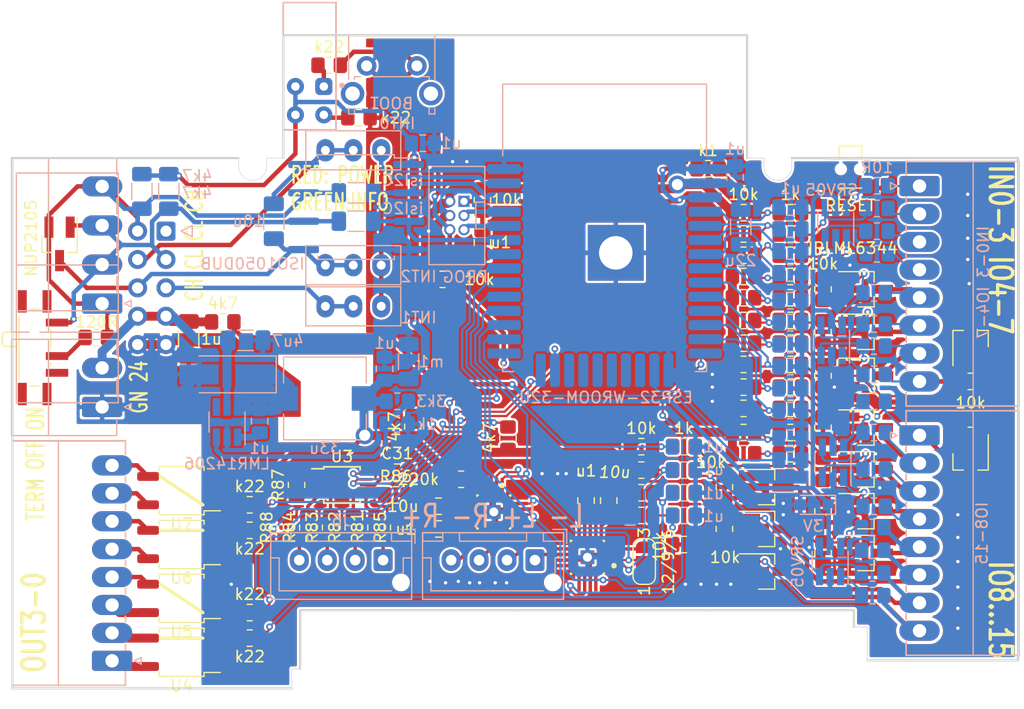
<source format=kicad_pcb>
(kicad_pcb (version 20171130) (host pcbnew "(5.1.8)-1")
  (layers (0 F.Cu signal) (31 B.Cu signal) (34 B.Paste user hide) (35 F.Paste user hide) (36 B.SilkS user hide) (37 F.SilkS user hide) (38 B.Mask user hide) (39 F.Mask user) (44 Edge.Cuts user))
  (net 0 "")
  (net 1 GND)
  (net 2 +24V)
  (net 3 +3V3)
  (net 4 /psu/SW)
  (net 5 /io4_A/OUT0)
  (net 6 /io4_A/OUT1)
  (net 7 /io4_B/OUT0)
  (net 8 /io4_B/OUT1)
  (net 9 /io4_C/OUT0)
  (net 10 /io4_C/OUT1)
  (net 11 IO4)
  (net 12 IO5)
  (net 13 IO6)
  (net 14 IO7)
  (net 15 IO8)
  (net 16 IO9)
  (net 17 IO10)
  (net 18 IO11)
  (net 19 /psu/FB)
  (net 20 /psu/CB)
  (net 21 /io4_B/OUT3)
  (net 22 /io4_B/OUT2)
  (net 23 /io4_A/OUT3)
  (net 24 /io4_A/OUT2)
  (net 25 /io4_C/OUT3)
  (net 26 /io4_C/OUT2)
  (net 27 /io4_B/S0)
  (net 28 /io4_B/S1)
  (net 29 /io4_C/S0)
  (net 30 /io4_C/S1)
  (net 31 PROG_EN)
  (net 32 "Net-(D1-Pad3)")
  (net 33 "Net-(J1-Pad5)")
  (net 34 "Net-(J1-Pad1)")
  (net 35 PROG_IO0)
  (net 36 PROG_RX)
  (net 37 PROG_TX)
  (net 38 "Net-(J3-Pad8)")
  (net 39 "Net-(J3-Pad7)")
  (net 40 "Net-(J3-Pad6)")
  (net 41 "Net-(J3-Pad5)")
  (net 42 "Net-(J3-Pad4)")
  (net 43 "Net-(J3-Pad3)")
  (net 44 "Net-(J3-Pad2)")
  (net 45 "Net-(J3-Pad1)")
  (net 46 /i4/OUT3)
  (net 47 /i4/OUT2)
  (net 48 /i4/OUT1)
  (net 49 /i4/OUT0)
  (net 50 "Net-(Q3-Pad1)")
  (net 51 "Net-(Q4-Pad1)")
  (net 52 "Net-(Q7-Pad1)")
  (net 53 "Net-(Q8-Pad1)")
  (net 54 /io4_A/S0)
  (net 55 /io4_A/S1)
  (net 56 "Net-(Q11-Pad1)")
  (net 57 "Net-(Q12-Pad1)")
  (net 58 "Net-(R5-Pad2)")
  (net 59 "Net-(R6-Pad2)")
  (net 60 "Net-(R7-Pad2)")
  (net 61 "Net-(R8-Pad2)")
  (net 62 "Net-(R11-Pad1)")
  (net 63 "Net-(R12-Pad1)")
  (net 64 "Net-(R13-Pad1)")
  (net 65 "Net-(R14-Pad1)")
  (net 66 "Net-(U1-Pad32)")
  (net 67 "Net-(U1-Pad22)")
  (net 68 "Net-(U1-Pad21)")
  (net 69 "Net-(U1-Pad20)")
  (net 70 "Net-(U1-Pad19)")
  (net 71 "Net-(U1-Pad18)")
  (net 72 "Net-(U1-Pad17)")
  (net 73 "Net-(U8-Pad4)")
  (net 74 3V3_ZDIODE)
  (net 75 "Net-(R73-Pad2)")
  (net 76 IN0)
  (net 77 IN1)
  (net 78 IN2)
  (net 79 IN3)
  (net 80 IO12)
  (net 81 IO13)
  (net 82 IO14)
  (net 83 IO15)
  (net 84 OUT0)
  (net 85 OUT2)
  (net 86 OUT1)
  (net 87 OUT3)
  (net 88 "Net-(D1-Pad1)")
  (net 89 "Net-(SW2-Pad3)")
  (net 90 "Net-(JP1-Pad2)")
  (net 91 "Net-(R78-Pad1)")
  (net 92 "Net-(U13-Pad13)")
  (net 93 "Net-(U13-Pad6)")
  (net 94 "Net-(U13-Pad5)")
  (net 95 "Net-(U13-Pad12)")
  (net 96 /I2S_AMP/AUDIO_L_N)
  (net 97 /I2S_AMP/AUDIO_L_P)
  (net 98 "Net-(U14-Pad13)")
  (net 99 "Net-(U14-Pad6)")
  (net 100 "Net-(U14-Pad5)")
  (net 101 "Net-(U14-Pad12)")
  (net 102 /I2S_AMP/AUDIO_R_N)
  (net 103 /I2S_AMP/AUDIO_R_P)
  (net 104 "Net-(R79-Pad1)")
  (net 105 GNDA)
  (net 106 +5VA)
  (net 107 CANH)
  (net 108 CANL)
  (net 109 IRQ)
  (net 110 CANT)
  (net 111 CANR)
  (net 112 "Net-(J6-Pad4)")
  (net 113 "Net-(J6-Pad3)")
  (net 114 "Net-(J6-Pad2)")
  (net 115 "Net-(J6-Pad1)")
  (net 116 "Net-(R81-Pad2)")
  (net 117 "Net-(R82-Pad2)")
  (net 118 "Net-(R83-Pad2)")
  (net 119 "Net-(R84-Pad2)")
  (net 120 "Net-(U3-Pad2)")
  (module liebler_SEMICONDUCTORS:SOP-4_3.8x4.1mm_P2.54mm_handsolder (layer F.Cu) (at 120.142 137.541 180)
    (fp_text reference U7 (at 0 -3) (layer F.SilkS))
    (fp_text value CPC1018N)
    (pad 4 smd roundrect (at 3 -1.27 180) (size 1.95 0.8) (layers F.Cu F.Paste F.Mask) (net 39 "Net-(J3-Pad7)"))
    (pad 3 smd roundrect (at 3 1.27 180) (size 1.95 0.8) (layers F.Cu F.Paste F.Mask) (net 38 "Net-(J3-Pad8)"))
    (pad 2 smd roundrect (at -3 1.27 180) (size 1.95 0.8) (layers F.Cu F.Paste F.Mask) (net 1 GND))
    (pad 1 smd roundrect (at -3 -1.27 180) (size 1.95 0.8) (layers F.Cu F.Paste F.Mask) (net 61 "Net-(R8-Pad2)"))
  )
  (module liebler_SEMICONDUCTORS:SOP-4_3.8x4.1mm_P2.54mm_handsolder (layer F.Cu) (at 120.142 142.367 180)
    (fp_text reference U6 (at 0 -3) (layer F.SilkS))
    (fp_text value CPC1018N)
    (pad 4 smd roundrect (at 3 -1.27 180) (size 1.95 0.8) (layers F.Cu F.Paste F.Mask) (net 41 "Net-(J3-Pad5)"))
    (pad 3 smd roundrect (at 3 1.27 180) (size 1.95 0.8) (layers F.Cu F.Paste F.Mask) (net 40 "Net-(J3-Pad6)"))
    (pad 2 smd roundrect (at -3 1.27 180) (size 1.95 0.8) (layers F.Cu F.Paste F.Mask) (net 60 "Net-(R7-Pad2)"))
    (pad 1 smd roundrect (at -3 -1.27 180) (size 1.95 0.8) (layers F.Cu F.Paste F.Mask) (net 3 +3V3))
  )
  (module liebler_SEMICONDUCTORS:SOP-4_3.8x4.1mm_P2.54mm_handsolder (layer F.Cu) (at 120.142 147.193 180)
    (fp_text reference U5 (at 0 -3) (layer F.SilkS))
    (fp_text value CPC1018N)
    (pad 4 smd roundrect (at 3 -1.27 180) (size 1.95 0.8) (layers F.Cu F.Paste F.Mask) (net 43 "Net-(J3-Pad3)"))
    (pad 3 smd roundrect (at 3 1.27 180) (size 1.95 0.8) (layers F.Cu F.Paste F.Mask) (net 42 "Net-(J3-Pad4)"))
    (pad 2 smd roundrect (at -3 1.27 180) (size 1.95 0.8) (layers F.Cu F.Paste F.Mask) (net 1 GND))
    (pad 1 smd roundrect (at -3 -1.27 180) (size 1.95 0.8) (layers F.Cu F.Paste F.Mask) (net 59 "Net-(R6-Pad2)"))
  )
  (module liebler_SEMICONDUCTORS:SOP-4_3.8x4.1mm_P2.54mm_handsolder (layer F.Cu) (at 120.142 152.019 180)
    (fp_text reference U4 (at 0 -3) (layer F.SilkS))
    (fp_text value CPC1018N)
    (pad 4 smd roundrect (at 3 -1.27 180) (size 1.95 0.8) (layers F.Cu F.Paste F.Mask) (net 45 "Net-(J3-Pad1)"))
    (pad 3 smd roundrect (at 3 1.27 180) (size 1.95 0.8) (layers F.Cu F.Paste F.Mask) (net 44 "Net-(J3-Pad2)"))
    (pad 2 smd roundrect (at -3 1.27 180) (size 1.95 0.8) (layers F.Cu F.Paste F.Mask) (net 58 "Net-(R5-Pad2)"))
    (pad 1 smd roundrect (at -3 -1.27 180) (size 1.95 0.8) (layers F.Cu F.Paste F.Mask) (net 3 +3V3))
  )
  (module Resistor_SMD:R_0805_2012Metric_Pad1.20x1.40mm_HandSolder (layer F.Cu) (at 149.352 132.842 270)
    (fp_text reference R80 hide)
    (fp_text value 4k7 (at 0 1.65 90) (layer F.SilkS))
    (pad 2 smd roundrect (at 1 0 270) (size 1.2 1.4) (layers F.Cu F.Paste F.Mask) (roundrect_rratio 0.208333) (net 3 +3V3))
    (pad 1 smd roundrect (at -1 0 270) (size 1.2 1.4) (layers F.Cu F.Paste F.Mask) (roundrect_rratio 0.208333) (net 82 IO14))
  )
  (module Resistor_SMD:R_0805_2012Metric_Pad1.20x1.40mm_HandSolder (layer F.Cu) (at 140.843 131.81 270)
    (fp_text reference R72 hide)
    (fp_text value 4k7 (at 0 1.65 90) (layer F.SilkS))
    (pad 2 smd roundrect (at 1 0 270) (size 1.2 1.4) (layers F.Cu F.Paste F.Mask) (roundrect_rratio 0.208333) (net 3 +3V3))
    (pad 1 smd roundrect (at -1 0 270) (size 1.2 1.4) (layers F.Cu F.Paste F.Mask) (roundrect_rratio 0.208333) (net 83 IO15))
  )
  (module Resistor_SMD:R_0805_2012Metric_Pad1.20x1.40mm_HandSolder (layer F.Cu) (at 129.413 140.843 90)
    (fp_text reference R88 (at 0 -1.65 90) (layer F.SilkS))
    (fp_text value 2k2)
    (pad 2 smd roundrect (at 1 0 90) (size 1.2 1.4) (layers F.Cu F.Paste F.Mask) (roundrect_rratio 0.208333) (net 1 GND))
    (pad 1 smd roundrect (at -1 0 90) (size 1.2 1.4) (layers F.Cu F.Paste F.Mask) (roundrect_rratio 0.208333) (net 119 "Net-(R84-Pad2)"))
  )
  (module Resistor_SMD:R_0805_2012Metric_Pad1.20x1.40mm_HandSolder (layer F.Cu) (at 130.429 137.033 90)
    (fp_text reference R87 (at 0 -1.65 90) (layer F.SilkS))
    (fp_text value 2k2)
    (pad 2 smd roundrect (at 1 0 90) (size 1.2 1.4) (layers F.Cu F.Paste F.Mask) (roundrect_rratio 0.208333) (net 1 GND))
    (pad 1 smd roundrect (at -1 0 90) (size 1.2 1.4) (layers F.Cu F.Paste F.Mask) (roundrect_rratio 0.208333) (net 118 "Net-(R83-Pad2)"))
  )
  (module Resistor_SMD:R_0805_2012Metric_Pad1.20x1.40mm_HandSolder (layer F.Cu) (at 139.319 137.922)
    (fp_text reference R86 (at 0 -1.65) (layer F.SilkS))
    (fp_text value 2k2)
    (pad 2 smd roundrect (at 1 0) (size 1.2 1.4) (layers F.Cu F.Paste F.Mask) (roundrect_rratio 0.208333) (net 1 GND))
    (pad 1 smd roundrect (at -1 0) (size 1.2 1.4) (layers F.Cu F.Paste F.Mask) (roundrect_rratio 0.208333) (net 117 "Net-(R82-Pad2)"))
  )
  (module Resistor_SMD:R_0805_2012Metric_Pad1.20x1.40mm_HandSolder (layer F.Cu) (at 139.573 140.843 90)
    (fp_text reference R85 (at 0 -1.65 90) (layer F.SilkS))
    (fp_text value 2k2)
    (pad 2 smd roundrect (at 1 0 90) (size 1.2 1.4) (layers F.Cu F.Paste F.Mask) (roundrect_rratio 0.208333) (net 1 GND))
    (pad 1 smd roundrect (at -1 0 90) (size 1.2 1.4) (layers F.Cu F.Paste F.Mask) (roundrect_rratio 0.208333) (net 116 "Net-(R81-Pad2)"))
  )
  (module Resistor_SMD:R_0805_2012Metric_Pad1.20x1.40mm_HandSolder (layer F.Cu) (at 131.445 140.843 90)
    (fp_text reference R84 (at 0 -1.65 90) (layer F.SilkS))
    (fp_text value 4k7)
    (pad 2 smd roundrect (at 1 0 90) (size 1.2 1.4) (layers F.Cu F.Paste F.Mask) (roundrect_rratio 0.208333) (net 119 "Net-(R84-Pad2)"))
    (pad 1 smd roundrect (at -1 0 90) (size 1.2 1.4) (layers F.Cu F.Paste F.Mask) (roundrect_rratio 0.208333) (net 112 "Net-(J6-Pad4)"))
  )
  (module Resistor_SMD:R_0805_2012Metric_Pad1.20x1.40mm_HandSolder (layer F.Cu) (at 133.477 140.843 90)
    (fp_text reference R83 (at 0 -1.65 90) (layer F.SilkS))
    (fp_text value 4k7)
    (pad 2 smd roundrect (at 1 0 90) (size 1.2 1.4) (layers F.Cu F.Paste F.Mask) (roundrect_rratio 0.208333) (net 118 "Net-(R83-Pad2)"))
    (pad 1 smd roundrect (at -1 0 90) (size 1.2 1.4) (layers F.Cu F.Paste F.Mask) (roundrect_rratio 0.208333) (net 113 "Net-(J6-Pad3)"))
  )
  (module Resistor_SMD:R_0805_2012Metric_Pad1.20x1.40mm_HandSolder (layer F.Cu) (at 135.509 140.843 90)
    (fp_text reference R82 (at 0 -1.65 90) (layer F.SilkS))
    (fp_text value 4k7)
    (pad 2 smd roundrect (at 1 0 90) (size 1.2 1.4) (layers F.Cu F.Paste F.Mask) (roundrect_rratio 0.208333) (net 117 "Net-(R82-Pad2)"))
    (pad 1 smd roundrect (at -1 0 90) (size 1.2 1.4) (layers F.Cu F.Paste F.Mask) (roundrect_rratio 0.208333) (net 114 "Net-(J6-Pad2)"))
  )
  (module Resistor_SMD:R_0805_2012Metric_Pad1.20x1.40mm_HandSolder (layer F.Cu) (at 137.541 140.843 90)
    (fp_text reference R81 (at 0 -1.65 90) (layer F.SilkS))
    (fp_text value 4k7)
    (pad 2 smd roundrect (at 1 0 90) (size 1.2 1.4) (layers F.Cu F.Paste F.Mask) (roundrect_rratio 0.208333) (net 116 "Net-(R81-Pad2)"))
    (pad 1 smd roundrect (at -1 0 90) (size 1.2 1.4) (layers F.Cu F.Paste F.Mask) (roundrect_rratio 0.208333) (net 115 "Net-(J6-Pad1)"))
  )
  (module Package_SO:TSSOP-10_3x3mm_P0.5mm (layer F.Cu) (at 134.493 137.033)
    (fp_text reference U3 (at 0 -2.55) (layer F.SilkS))
    (fp_text value ADS1115IDGS)
    (pad 10 smd rect (at 2.15 -1) (size 1.1 0.25) (layers F.Cu F.Paste F.Mask) (net 83 IO15))
    (pad 9 smd rect (at 2.15 -0.5) (size 1.1 0.25) (layers F.Cu F.Paste F.Mask) (net 82 IO14))
    (pad 8 smd rect (at 2.15 0) (size 1.1 0.25) (layers F.Cu F.Paste F.Mask) (net 3 +3V3))
    (pad 7 smd rect (at 2.15 0.5) (size 1.1 0.25) (layers F.Cu F.Paste F.Mask) (net 117 "Net-(R82-Pad2)"))
    (pad 6 smd rect (at 2.15 1) (size 1.1 0.25) (layers F.Cu F.Paste F.Mask) (net 116 "Net-(R81-Pad2)"))
    (pad 5 smd rect (at -2.15 1) (size 1.1 0.25) (layers F.Cu F.Paste F.Mask) (net 119 "Net-(R84-Pad2)"))
    (pad 4 smd rect (at -2.15 0.5) (size 1.1 0.25) (layers F.Cu F.Paste F.Mask) (net 118 "Net-(R83-Pad2)"))
    (pad 3 smd rect (at -2.15 0) (size 1.1 0.25) (layers F.Cu F.Paste F.Mask) (net 1 GND))
    (pad 2 smd rect (at -2.15 -0.5) (size 1.1 0.25) (layers F.Cu F.Paste F.Mask) (net 120 "Net-(U3-Pad2)"))
    (pad 1 smd rect (at -2.15 -1) (size 1.1 0.25) (layers F.Cu F.Paste F.Mask) (net 1 GND))
  )
  (module Connector_JST:JST_XH_B4B-XH-AM_1x04_P2.50mm_Vertical (layer B.Cu) (at 138.176 143.764 180)
    (fp_text reference J6 (at 3.75 3.55) (layer B.SilkS) (effects (justify mirror)))
    (fp_text value AIN)
    (pad "" np_thru_hole circle (at -1.6 -2 180) (size 1.2 1.2) (drill 1.2) (layers *.Cu *.Mask))
    (pad 4 thru_hole oval (at 7.5 0 180) (size 1.7 1.95) (drill 0.95) (layers *.Cu *.Mask) (net 112 "Net-(J6-Pad4)"))
    (pad 3 thru_hole oval (at 5 0 180) (size 1.7 1.95) (drill 0.95) (layers *.Cu *.Mask) (net 113 "Net-(J6-Pad3)"))
    (pad 2 thru_hole oval (at 2.5 0 180) (size 1.7 1.95) (drill 0.95) (layers *.Cu *.Mask) (net 114 "Net-(J6-Pad2)"))
    (pad 1 thru_hole roundrect (at 0 0 180) (size 1.7 1.95) (drill 0.95) (layers *.Cu *.Mask) (roundrect_rratio 0.147059) (net 115 "Net-(J6-Pad1)"))
  )
  (module Capacitor_SMD:C_0805_2012Metric_Pad1.18x1.45mm_HandSolder (layer F.Cu) (at 139.446 135.89)
    (fp_text reference C31 (at 0 -1.68) (layer F.SilkS))
    (fp_text value 1u)
    (pad 2 smd roundrect (at 1.0375 0) (size 1.175 1.45) (layers F.Cu F.Paste F.Mask) (roundrect_rratio 0.212766) (net 1 GND))
    (pad 1 smd roundrect (at -1.0375 0) (size 1.175 1.45) (layers F.Cu F.Paste F.Mask) (roundrect_rratio 0.212766) (net 3 +3V3))
  )
  (module Capacitor_SMD:C_0805_2012Metric_Pad1.18x1.45mm_HandSolder (layer B.Cu) (at 141.732 106.426)
    (fp_text reference C5 hide)
    (fp_text value u1 (at 2.54 0) (layer B.SilkS) (effects (justify mirror)))
    (pad 2 smd roundrect (at 1.0375 0) (size 1.175 1.45) (layers B.Cu B.Paste B.Mask) (roundrect_rratio 0.2127659574468085) (net 1 GND))
    (pad 1 smd roundrect (at -1.0375 0) (size 1.175 1.45) (layers B.Cu B.Paste B.Mask) (roundrect_rratio 0.2127659574468085) (net 3 +3V3))
  )
  (module Resistor_SMD:R_0805_2012Metric_Pad1.20x1.40mm_HandSolder (layer F.Cu) (at 123.825 122.428 180)
    (fp_text reference R74 hide)
    (fp_text value 4k7 (at 0 1.65) (layer F.SilkS))
    (pad 2 smd roundrect (at 1 0 180) (size 1.2 1.4) (layers F.Cu F.Paste F.Mask) (roundrect_rratio 0.2083325) (net 2 +24V))
    (pad 1 smd roundrect (at -1 0 180) (size 1.2 1.4) (layers F.Cu F.Paste F.Mask) (roundrect_rratio 0.2083325) (net 74 3V3_ZDIODE))
  )
  (module liebler_SEMICONDUCTORS:SOP-8_6.62x9.15mm_P2.54mm_handsolder (layer B.Cu) (at 135.763 112.141 180)
    (fp_text reference U2 hide)
    (fp_text value ISO1050DUB (at 9.271 -5.08 180) (layer B.SilkS) (effects (justify mirror)))
    (pad 8 smd roundrect (at 4.7 3.81 180) (size 2.75 0.65) (layers B.Cu B.Paste B.Mask) (net 106 +5VA))
    (pad 7 smd roundrect (at 4.7 1.27 180) (size 2.75 0.65) (layers B.Cu B.Paste B.Mask) (net 107 CANH))
    (pad 6 smd roundrect (at 4.7 -1.27 180) (size 2.75 0.65) (layers B.Cu B.Paste B.Mask) (net 108 CANL))
    (pad 5 smd roundrect (at 4.7 -3.81 180) (size 2.75 0.65) (layers B.Cu B.Paste B.Mask) (net 105 GNDA))
    (pad 4 smd roundrect (at -4.725 -3.81 180) (size 2.75 0.65) (layers B.Cu B.Paste B.Mask) (net 1 GND))
    (pad 3 smd roundrect (at -4.75 -1.27 180) (size 2.75 0.65) (layers B.Cu B.Paste B.Mask) (net 110 CANT))
    (pad 2 smd roundrect (at -4.7 1.27 180) (size 2.75 0.65) (layers B.Cu B.Paste B.Mask) (net 111 CANR))
    (pad 1 smd roundrect (at -4.7 3.81 180) (size 2.75 0.65) (layers B.Cu B.Paste B.Mask) (net 3 +3V3))
  )
  (module sensact:L_7.3x7.3_H4.5_handsolder (layer B.Cu) (at 132.969 129.286 180)
    (fp_text reference L1 hide)
    (fp_text value 33u (at 0 -4.45) (layer B.SilkS) (effects (justify mirror)))
    (pad 2 smd rect (at 3.5 0 180) (size 2.2 2.2) (layers B.Cu B.Paste B.Mask) (net 4 /psu/SW))
    (pad 1 smd rect (at -3.5 0 180) (size 2.2 2.2) (layers B.Cu B.Paste B.Mask) (net 3 +3V3))
  )
  (module Resistor_SMD:R_1206_3216Metric_Pad1.30x1.75mm_HandSolder (layer B.Cu) (at 118.999 110.744 90)
    (fp_text reference R76 hide)
    (fp_text value 4k7 (at 1.397 2.54 180) (layer B.SilkS) (effects (justify mirror)))
    (pad 2 smd roundrect (at 1.55 0 90) (size 1.3 1.75) (layers B.Cu B.Paste B.Mask) (roundrect_rratio 0.1923076923076923) (net 3 +3V3))
    (pad 1 smd roundrect (at -1.55 0 90) (size 1.3 1.75) (layers B.Cu B.Paste B.Mask) (roundrect_rratio 0.1923076923076923) (net 108 CANL))
  )
  (module Resistor_SMD:R_1206_3216Metric_Pad1.30x1.75mm_HandSolder (layer B.Cu) (at 116.586 110.744 90)
    (fp_text reference R75 hide)
    (fp_text value 4k7 (at -0.127 4.953 180) (layer B.SilkS) (effects (justify mirror)))
    (pad 2 smd roundrect (at 1.55 0 90) (size 1.3 1.75) (layers B.Cu B.Paste B.Mask) (roundrect_rratio 0.1923076923076923) (net 3 +3V3))
    (pad 1 smd roundrect (at -1.55 0 90) (size 1.3 1.75) (layers B.Cu B.Paste B.Mask) (roundrect_rratio 0.1923076923076923) (net 107 CANH))
  )
  (module smopla:ESP32-WROOM-32_HANDSOLDER (layer B.Cu) (at 158 117 180)
    (fp_text reference U1 hide)
    (fp_text value ESP32-WROOM-32U (at -0.111 -12.199) (layer B.SilkS) (effects (justify mirror)))
    (pad 38 smd roundrect (at 9 8.255) (size 3 0.9) (layers B.Cu B.Paste B.Mask) (net 1 GND))
    (pad 37 smd roundrect (at 9 6.985) (size 3 0.9) (layers B.Cu B.Paste B.Mask) (net 109 IRQ))
    (pad 36 smd roundrect (at 9 5.715) (size 3 0.9) (layers B.Cu B.Paste B.Mask) (net 111 CANR))
    (pad 35 smd roundrect (at 9 4.445) (size 3 0.9) (layers B.Cu B.Paste B.Mask) (net 37 PROG_TX))
    (pad 34 smd roundrect (at 9 3.175) (size 3 0.9) (layers B.Cu B.Paste B.Mask) (net 36 PROG_RX))
    (pad 33 smd roundrect (at 9 1.905) (size 3 0.9) (layers B.Cu B.Paste B.Mask) (net 110 CANT))
    (pad 32 smd roundrect (at 9 0.635) (size 3 0.9) (layers B.Cu B.Paste B.Mask) (net 66 "Net-(U1-Pad32)"))
    (pad 31 smd roundrect (at 9 -0.635) (size 3 0.9) (layers B.Cu B.Paste B.Mask) (net 83 IO15))
    (pad 30 smd roundrect (at 9 -1.905) (size 3 0.9) (layers B.Cu B.Paste B.Mask) (net 82 IO14))
    (pad 29 smd roundrect (at 9 -3.175) (size 3 0.9) (layers B.Cu B.Paste B.Mask) (net 84 OUT0))
    (pad 28 smd roundrect (at 9 -4.445) (size 3 0.9) (layers B.Cu B.Paste B.Mask) (net 81 IO13))
    (pad 27 smd roundrect (at 9 -5.715) (size 3 0.9) (layers B.Cu B.Paste B.Mask) (net 80 IO12))
    (pad 26 smd roundrect (at 9 -6.985) (size 3 0.9) (layers B.Cu B.Paste B.Mask) (net 18 IO11))
    (pad 25 smd roundrect (at 9 -8.255) (size 3 0.9) (layers B.Cu B.Paste B.Mask) (net 35 PROG_IO0))
    (pad 24 smd roundrect (at 5.715 -9.755 90) (size 3 0.9) (layers B.Cu B.Paste B.Mask) (net 86 OUT1))
    (pad 23 smd roundrect (at 4.445 -9.755 90) (size 3 0.9) (layers B.Cu B.Paste B.Mask) (net 85 OUT2))
    (pad 22 smd roundrect (at 3.175 -9.755 90) (size 3 0.9) (layers B.Cu B.Paste B.Mask) (net 67 "Net-(U1-Pad22)"))
    (pad 21 smd roundrect (at 1.905 -9.755 90) (size 3 0.9) (layers B.Cu B.Paste B.Mask) (net 68 "Net-(U1-Pad21)"))
    (pad 20 smd roundrect (at 0.635 -9.755 90) (size 3 0.9) (layers B.Cu B.Paste B.Mask) (net 69 "Net-(U1-Pad20)"))
    (pad 19 smd roundrect (at -0.635 -9.755 90) (size 3 0.9) (layers B.Cu B.Paste B.Mask) (net 70 "Net-(U1-Pad19)"))
    (pad 18 smd roundrect (at -1.905 -9.755 90) (size 3 0.9) (layers B.Cu B.Paste B.Mask) (net 71 "Net-(U1-Pad18)"))
    (pad 17 smd roundrect (at -3.175 -9.755 90) (size 3 0.9) (layers B.Cu B.Paste B.Mask) (net 72 "Net-(U1-Pad17)"))
    (pad 16 smd roundrect (at -4.445 -9.755 90) (size 3 0.9) (layers B.Cu B.Paste B.Mask) (net 17 IO10))
    (pad 15 smd roundrect (at -5.715 -9.755 90) (size 3 0.9) (layers B.Cu B.Paste B.Mask) (net 1 GND))
    (pad 14 smd roundrect (at -9 -8.255 180) (size 3 0.9) (layers B.Cu B.Paste B.Mask) (net 87 OUT3))
    (pad 13 smd roundrect (at -9 -6.985 180) (size 3 0.9) (layers B.Cu B.Paste B.Mask) (net 16 IO9))
    (pad 12 smd roundrect (at -9 -5.715 180) (size 3 0.9) (layers B.Cu B.Paste B.Mask) (net 15 IO8))
    (pad 11 smd roundrect (at -9 -4.445 180) (size 3 0.9) (layers B.Cu B.Paste B.Mask) (net 14 IO7))
    (pad 10 smd roundrect (at -9 -3.175 180) (size 3 0.9) (layers B.Cu B.Paste B.Mask) (net 13 IO6))
    (pad 9 smd roundrect (at -9 -1.905 180) (size 3 0.9) (layers B.Cu B.Paste B.Mask) (net 12 IO5))
    (pad 8 smd roundrect (at -9 -0.635 180) (size 3 0.9) (layers B.Cu B.Paste B.Mask) (net 11 IO4))
    (pad 7 smd roundrect (at -9 0.635 180) (size 3 0.9) (layers B.Cu B.Paste B.Mask) (net 79 IN3))
    (pad 6 smd roundrect (at -9 1.905 180) (size 3 0.9) (layers B.Cu B.Paste B.Mask) (net 78 IN2))
    (pad 5 smd roundrect (at -9 3.175 180) (size 3 0.9) (layers B.Cu B.Paste B.Mask) (net 77 IN1))
    (pad 4 smd roundrect (at -9 4.445 180) (size 3 0.9) (layers B.Cu B.Paste B.Mask) (net 76 IN0))
    (pad 3 smd roundrect (at -9 5.715 180) (size 3 0.9) (layers B.Cu B.Paste B.Mask) (net 31 PROG_EN))
    (pad 2 smd roundrect (at -9 6.985 180) (size 3 0.9) (layers B.Cu B.Paste B.Mask) (net 3 +3V3))
    (pad 1 smd roundrect (at -9 8.255 180) (size 3 0.9) (layers B.Cu B.Paste B.Mask) (net 1 GND))
    (pad 39 thru_hole rect (at -1 0.755 180) (size 5 5) (drill 3) (layers *.Cu *.Mask) (net 1 GND))
  )
  (module Resistor_SMD:R_1206_3216Metric_Pad1.30x1.75mm_HandSolder (layer B.Cu) (at 135.763 113.411)
    (fp_text reference R71 hide)
    (fp_text value isI2C (at 4.191 -1.143) (layer B.SilkS) (effects (justify mirror)))
    (pad 2 smd roundrect (at 1.55 0) (size 1.3 1.75) (layers B.Cu B.Paste B.Mask) (roundrect_rratio 0.1923076923076923) (net 110 CANT))
    (pad 1 smd roundrect (at -1.55 0) (size 1.3 1.75) (layers B.Cu B.Paste B.Mask) (roundrect_rratio 0.1923076923076923) (net 108 CANL))
  )
  (module Resistor_SMD:R_1206_3216Metric_Pad1.30x1.75mm_HandSolder (layer B.Cu) (at 135.763 110.871)
    (fp_text reference R4 hide)
    (fp_text value isI2C (at 4.191 -1.143) (layer B.SilkS) (effects (justify mirror)))
    (pad 2 smd roundrect (at 1.55 0) (size 1.3 1.75) (layers B.Cu B.Paste B.Mask) (roundrect_rratio 0.1923076923076923) (net 111 CANR))
    (pad 1 smd roundrect (at -1.55 0) (size 1.3 1.75) (layers B.Cu B.Paste B.Mask) (roundrect_rratio 0.1923076923076923) (net 107 CANH))
  )
  (module liebler_MECH:SS12D00 (layer B.Cu) (at 135.509 117.348 180)
    (fp_text reference SW6 hide)
    (fp_text value INT2 (at -5.842 -1.016) (layer B.SilkS) (effects (justify mirror)))
    (pad 1 thru_hole oval (at -2.5 0 180) (size 1.6 2) (drill 0.8) (layers *.Cu *.Mask) (net 109 IRQ))
    (pad 3 thru_hole oval (at 2.5 0 180) (size 1.6 2) (drill 0.8) (layers *.Cu *.Mask) (net 105 GNDA))
    (pad 2 thru_hole oval (at 0 0 180) (size 1.6 2) (drill 0.8) (layers *.Cu *.Mask) (net 105 GNDA))
  )
  (module liebler_MECH:SS12D00 (layer B.Cu) (at 135.509 121.031 180)
    (fp_text reference SW5 hide)
    (fp_text value INT1 (at -5.842 -1.016) (layer B.SilkS) (effects (justify mirror)))
    (pad 1 thru_hole oval (at -2.5 0 180) (size 1.6 2) (drill 0.8) (layers *.Cu *.Mask) (net 109 IRQ))
    (pad 3 thru_hole oval (at 2.5 0 180) (size 1.6 2) (drill 0.8) (layers *.Cu *.Mask) (net 33 "Net-(J1-Pad5)"))
    (pad 2 thru_hole oval (at 0 0 180) (size 1.6 2) (drill 0.8) (layers *.Cu *.Mask) (net 33 "Net-(J1-Pad5)"))
  )
  (module liebler_MECH:SS12D00 (layer B.Cu) (at 135.509 107.061 180)
    (fp_text reference SW4 hide)
    (fp_text value INT0 (at -3.937 2.413) (layer B.SilkS) (effects (justify mirror)))
    (pad 1 thru_hole oval (at -2.5 0 180) (size 1.6 2) (drill 0.8) (layers *.Cu *.Mask) (net 109 IRQ))
    (pad 3 thru_hole oval (at 2.5 0 180) (size 1.6 2) (drill 0.8) (layers *.Cu *.Mask) (net 106 +5VA))
    (pad 2 thru_hole oval (at 0 0 180) (size 1.6 2) (drill 0.8) (layers *.Cu *.Mask) (net 106 +5VA))
  )
  (module Capacitor_SMD:C_1206_3216Metric_Pad1.33x1.80mm_HandSolder (layer B.Cu) (at 128.397 113.411 270)
    (fp_text reference C4 hide)
    (fp_text value 10u (at 0 2.286) (layer B.SilkS) (effects (justify mirror)))
    (pad 2 smd roundrect (at 1.5625 0 270) (size 1.325 1.8) (layers B.Cu B.Paste B.Mask) (roundrect_rratio 0.1886784905660377) (net 105 GNDA))
    (pad 1 smd roundrect (at -1.5625 0 270) (size 1.325 1.8) (layers B.Cu B.Paste B.Mask) (roundrect_rratio 0.1886784905660377) (net 106 +5VA))
  )
  (module Capacitor_SMD:C_1206_3216Metric_Pad1.33x1.80mm_HandSolder (layer F.Cu) (at 120.777 123.952 270)
    (fp_text reference C30 hide)
    (fp_text value 1u (at 0 -2.032 180) (layer F.SilkS))
    (pad 2 smd roundrect (at 1.5625 0 270) (size 1.325 1.8) (layers F.Cu F.Paste F.Mask) (roundrect_rratio 0.1886784905660377) (net 1 GND))
    (pad 1 smd roundrect (at -1.5625 0 270) (size 1.325 1.8) (layers F.Cu F.Paste F.Mask) (roundrect_rratio 0.1886784905660377) (net 2 +24V))
  )
  (module Connector_Phoenix_MC:PhoenixContact_MC_1,5_2-G-3.5_1x02_P3.50mm_Horizontal (layer B.Cu) (at 113.03 130.048 90)
    (fp_text reference J12 hide)
    (fp_text value 24V hide)
    (pad 2 thru_hole oval (at 3.5 0 90) (size 1.8 3.6) (drill 1.2) (layers *.Cu *.Mask) (net 2 +24V))
    (pad 1 thru_hole roundrect (at 0 0 90) (size 1.8 3.6) (drill 1.2) (layers *.Cu *.Mask) (roundrect_rratio 0.1388888888888889) (net 1 GND))
  )
  (module Connector_Phoenix_MC:PhoenixContact_MC_1,5_4-G-3.5_1x04_P3.50mm_Horizontal (layer B.Cu) (at 113.03 120.792 90)
    (fp_text reference J11 hide)
    (fp_text value BUS hide)
    (pad 4 thru_hole oval (at 10.5 0 90) (size 1.8 3.6) (drill 1.2) (layers *.Cu *.Mask) (net 107 CANH))
    (pad 3 thru_hole oval (at 7 0 90) (size 1.8 3.6) (drill 1.2) (layers *.Cu *.Mask) (net 108 CANL))
    (pad 2 thru_hole oval (at 3.5 0 90) (size 1.8 3.6) (drill 1.2) (layers *.Cu *.Mask) (net 108 CANL))
    (pad 1 thru_hole roundrect (at 0 0 90) (size 1.8 3.6) (drill 1.2) (layers *.Cu *.Mask) (roundrect_rratio 0.1388888888888889) (net 107 CANH))
  )
  (module Resistor_SMD:R_0805_2012Metric_Pad1.20x1.40mm_HandSolder (layer F.Cu) (at 143.494 118.618 180)
    (fp_text reference R2 hide)
    (fp_text value 10k (at -3.302 0) (layer F.SilkS))
    (pad 2 smd roundrect (at 1 0 180) (size 1.2 1.4) (layers F.Cu F.Paste F.Mask) (roundrect_rratio 0.2083325) (net 3 +3V3))
    (pad 1 smd roundrect (at -1 0 180) (size 1.2 1.4) (layers F.Cu F.Paste F.Mask) (roundrect_rratio 0.2083325) (net 35 PROG_IO0))
  )
  (module liebler_CONN:IDC_2x03_P1.27mm_Vertical (layer B.Cu) (at 144.78 112.903 180)
    (fp_text reference J2 hide)
    (fp_text value PROG (at -0.762 -5.5) (layer B.SilkS) (effects (justify mirror)))
    (pad 6 thru_hole oval (at 0.635 -1.27 180) (size 1 1) (drill 0.65) (layers *.Cu *.Mask) (net 35 PROG_IO0))
    (pad 5 thru_hole oval (at -0.635 -1.27 180) (size 1 1) (drill 0.65) (layers *.Cu *.Mask) (net 36 PROG_RX))
    (pad 4 thru_hole oval (at 0.635 0 180) (size 1 1) (drill 0.65) (layers *.Cu *.Mask) (net 1 GND))
    (pad 3 thru_hole oval (at -0.635 0 180) (size 1 1) (drill 0.65) (layers *.Cu *.Mask) (net 37 PROG_TX))
    (pad 2 thru_hole oval (at 0.635 1.27 180) (size 1 1) (drill 0.65) (layers *.Cu *.Mask) (net 3 +3V3))
    (pad 1 thru_hole rect (at -0.635 1.27 180) (size 1 1) (drill 0.65) (layers *.Cu *.Mask) (net 31 PROG_EN))
  )
  (module sensact:SW_SPST_2x4x3,5 (layer F.Cu) (at 180 108.75)
    (fp_text reference SW3 hide)
    (fp_text value RESET (at 0 3.25) (layer F.SilkS))
    (pad "" np_thru_hole circle (at -0.85 0) (size 0.7 0.7) (drill 0.7) (layers *.Cu *.Mask))
    (pad "" np_thru_hole circle (at 0.85 0) (size 0.7 0.7) (drill 0.7) (layers *.Cu *.Mask))
    (pad MP smd rect (at 2.55 0) (size 1.4 1.2) (layers F.Cu F.Paste F.Mask))
    (pad 2 smd rect (at 1.8 1.7) (size 1.4 1.6) (layers F.Cu F.Paste F.Mask) (net 1 GND))
    (pad MP smd rect (at -2.55 0) (size 1.4 1.2) (layers F.Cu F.Paste F.Mask))
    (pad 1 smd rect (at -1.8 1.7) (size 1.4 1.6) (layers F.Cu F.Paste F.Mask) (net 104 "Net-(R79-Pad1)"))
  )
  (module Resistor_SMD:R_0805_2012Metric_Pad1.20x1.40mm_HandSolder (layer F.Cu) (at 167.259 108.712 180)
    (fp_text reference R79 hide)
    (fp_text value k1 (at 0 1.65) (layer F.SilkS))
    (pad 2 smd roundrect (at 1 0 180) (size 1.2 1.4) (layers F.Cu F.Paste F.Mask) (roundrect_rratio 0.2083325) (net 31 PROG_EN))
    (pad 1 smd roundrect (at -1 0 180) (size 1.2 1.4) (layers F.Cu F.Paste F.Mask) (roundrect_rratio 0.2083325) (net 104 "Net-(R79-Pad1)"))
  )
  (module Connector_IDC:IDC-Header_2x05_P2.54mm_Horizontal (layer B.Cu) (at 118.745 114.3 180)
    (fp_text reference J1 hide)
    (fp_text value Bus hide)
    (pad 10 thru_hole circle (at 2.54 -10.16 180) (size 1.7 1.7) (drill 1) (layers *.Cu *.Mask) (net 1 GND))
    (pad 8 thru_hole circle (at 2.54 -7.62 180) (size 1.7 1.7) (drill 1) (layers *.Cu *.Mask) (net 2 +24V))
    (pad 6 thru_hole circle (at 2.54 -5.08 180) (size 1.7 1.7) (drill 1) (layers *.Cu *.Mask) (net 105 GNDA))
    (pad 4 thru_hole circle (at 2.54 -2.54 180) (size 1.7 1.7) (drill 1) (layers *.Cu *.Mask) (net 106 +5VA))
    (pad 2 thru_hole circle (at 2.54 0 180) (size 1.7 1.7) (drill 1) (layers *.Cu *.Mask) (net 107 CANH))
    (pad 9 thru_hole circle (at 0 -10.16 180) (size 1.7 1.7) (drill 1) (layers *.Cu *.Mask) (net 1 GND))
    (pad 7 thru_hole circle (at 0 -7.62 180) (size 1.7 1.7) (drill 1) (layers *.Cu *.Mask) (net 2 +24V))
    (pad 5 thru_hole circle (at 0 -5.08 180) (size 1.7 1.7) (drill 1) (layers *.Cu *.Mask) (net 33 "Net-(J1-Pad5)"))
    (pad 3 thru_hole circle (at 0 -2.54 180) (size 1.7 1.7) (drill 1) (layers *.Cu *.Mask) (net 108 CANL))
    (pad 1 thru_hole roundrect (at 0 0 180) (size 1.7 1.7) (drill 1) (layers *.Cu *.Mask) (roundrect_rratio 0.1470588235294118) (net 34 "Net-(J1-Pad1)"))
  )
  (module Connector_JST:JST_XH_B4B-XH-AM_1x04_P2.50mm_Vertical (layer B.Cu) (at 151.765 143.764 180)
    (fp_text reference J7 hide)
    (fp_text value "L- L+ R- R+" (at 3.81 3.937 180) (layer B.SilkS) (effects (font (size 2 1.5) (thickness 0.25)) (justify mirror)))
    (pad "" np_thru_hole circle (at -1.6 -2 180) (size 1.2 1.2) (drill 1.2) (layers *.Cu *.Mask))
    (pad 4 thru_hole oval (at 7.5 0 180) (size 1.7 1.95) (drill 0.95) (layers *.Cu *.Mask) (net 103 /I2S_AMP/AUDIO_R_P))
    (pad 3 thru_hole oval (at 5 0 180) (size 1.7 1.95) (drill 0.95) (layers *.Cu *.Mask) (net 102 /I2S_AMP/AUDIO_R_N))
    (pad 2 thru_hole oval (at 2.5 0 180) (size 1.7 1.95) (drill 0.95) (layers *.Cu *.Mask) (net 97 /I2S_AMP/AUDIO_L_P))
    (pad 1 thru_hole roundrect (at 0 0 180) (size 1.7 1.95) (drill 0.95) (layers *.Cu *.Mask) (roundrect_rratio 0.1470588235294118) (net 96 /I2S_AMP/AUDIO_L_N))
  )
  (module Capacitor_SMD:C_0805_2012Metric_Pad1.18x1.45mm_HandSolder (layer F.Cu) (at 143.129 138.938)
    (fp_text reference C28 hide)
    (fp_text value 10u (at -3.175 0) (layer F.SilkS))
    (pad 2 smd roundrect (at 1.0375 0) (size 1.175 1.45) (layers F.Cu F.Paste F.Mask) (roundrect_rratio 0.2127659574468085) (net 3 +3V3))
    (pad 1 smd roundrect (at -1.0375 0) (size 1.175 1.45) (layers F.Cu F.Paste F.Mask) (roundrect_rratio 0.2127659574468085) (net 1 GND))
  )
  (module smopla:MAX98357AETE (layer F.Cu) (at 156.464 143.51 180)
    (fp_text reference U13 hide)
    (fp_text value MAX98357AETE+T hide)
    (pad 17 thru_hole rect (at 0 0 180) (size 1.23 1.23) (drill 0.8) (layers *.Cu *.Mask) (net 1 GND))
    (pad 16 smd rect (at -0.75 -2.05 180) (size 0.3 2) (layers F.Cu F.Paste F.Mask) (net 82 IO14))
    (pad 15 smd rect (at -0.25 -2.05 180) (size 0.3 2) (layers F.Cu F.Paste F.Mask) (net 1 GND))
    (pad 14 smd rect (at 0.25 -2.05 180) (size 0.3 2) (layers F.Cu F.Paste F.Mask) (net 83 IO15))
    (pad 13 smd rect (at 0.75 -2.05 180) (size 0.3 2) (layers F.Cu F.Paste F.Mask) (net 92 "Net-(U13-Pad13)"))
    (pad 8 smd rect (at 0.75 2.05 180) (size 0.3 2) (layers F.Cu F.Paste F.Mask) (net 3 +3V3))
    (pad 7 smd rect (at 0.25 2.05 180) (size 0.3 2) (layers F.Cu F.Paste F.Mask) (net 3 +3V3))
    (pad 6 smd rect (at -0.25 2.05 180) (size 0.3 2) (layers F.Cu F.Paste F.Mask) (net 93 "Net-(U13-Pad6)"))
    (pad 5 smd rect (at -0.75 2.05 180) (size 0.3 2) (layers F.Cu F.Paste F.Mask) (net 94 "Net-(U13-Pad5)"))
    (pad 12 smd rect (at 2.05 -0.75 180) (size 2 0.3) (layers F.Cu F.Paste F.Mask) (net 95 "Net-(U13-Pad12)"))
    (pad 11 smd rect (at 2.05 -0.25 180) (size 2 0.3) (layers F.Cu F.Paste F.Mask) (net 1 GND))
    (pad 10 smd rect (at 2.05 0.25 180) (size 2 0.3) (layers F.Cu F.Paste F.Mask) (net 96 /I2S_AMP/AUDIO_L_N))
    (pad 9 smd rect (at 2.05 0.75 180) (size 2 0.3) (layers F.Cu F.Paste F.Mask) (net 97 /I2S_AMP/AUDIO_L_P))
    (pad 4 smd rect (at -2.05 0.75 180) (size 2 0.3) (layers F.Cu F.Paste F.Mask) (net 3 +3V3))
    (pad 3 smd rect (at -2.05 0.25 180) (size 2 0.3) (layers F.Cu F.Paste F.Mask) (net 1 GND))
    (pad 2 smd rect (at -2.05 -0.25 180) (size 2 0.3) (layers F.Cu F.Paste F.Mask) (net 90 "Net-(JP1-Pad2)"))
    (pad 1 smd rect (at -2.05 -0.75 180) (size 2 0.3) (layers F.Cu F.Paste F.Mask) (net 81 IO13))
  )
  (module smopla:MAX98357AETE (layer F.Cu) (at 148.082 139.446 270)
    (fp_text reference U14 hide)
    (fp_text value MAX98357AETE+T hide)
    (pad 17 thru_hole rect (at 0 0 270) (size 1.23 1.23) (drill 0.8) (layers *.Cu *.Mask) (net 1 GND))
    (pad 16 smd rect (at -0.75 -2.05 270) (size 0.3 2) (layers F.Cu F.Paste F.Mask) (net 82 IO14))
    (pad 15 smd rect (at -0.25 -2.05 270) (size 0.3 2) (layers F.Cu F.Paste F.Mask) (net 1 GND))
    (pad 14 smd rect (at 0.25 -2.05 270) (size 0.3 2) (layers F.Cu F.Paste F.Mask) (net 83 IO15))
    (pad 13 smd rect (at 0.75 -2.05 270) (size 0.3 2) (layers F.Cu F.Paste F.Mask) (net 98 "Net-(U14-Pad13)"))
    (pad 8 smd rect (at 0.75 2.05 270) (size 0.3 2) (layers F.Cu F.Paste F.Mask) (net 3 +3V3))
    (pad 7 smd rect (at 0.25 2.05 270) (size 0.3 2) (layers F.Cu F.Paste F.Mask) (net 3 +3V3))
    (pad 6 smd rect (at -0.25 2.05 270) (size 0.3 2) (layers F.Cu F.Paste F.Mask) (net 99 "Net-(U14-Pad6)"))
    (pad 5 smd rect (at -0.75 2.05 270) (size 0.3 2) (layers F.Cu F.Paste F.Mask) (net 100 "Net-(U14-Pad5)"))
    (pad 12 smd rect (at 2.05 -0.75 270) (size 2 0.3) (layers F.Cu F.Paste F.Mask) (net 101 "Net-(U14-Pad12)"))
    (pad 11 smd rect (at 2.05 -0.25 270) (size 2 0.3) (layers F.Cu F.Paste F.Mask) (net 1 GND))
    (pad 10 smd rect (at 2.05 0.25 270) (size 2 0.3) (layers F.Cu F.Paste F.Mask) (net 102 /I2S_AMP/AUDIO_R_N))
    (pad 9 smd rect (at 2.05 0.75 270) (size 2 0.3) (layers F.Cu F.Paste F.Mask) (net 103 /I2S_AMP/AUDIO_R_P))
    (pad 4 smd rect (at -2.05 0.75 270) (size 2 0.3) (layers F.Cu F.Paste F.Mask) (net 91 "Net-(R78-Pad1)"))
    (pad 3 smd rect (at -2.05 0.25 270) (size 2 0.3) (layers F.Cu F.Paste F.Mask) (net 1 GND))
    (pad 2 smd rect (at -2.05 -0.25 270) (size 2 0.3) (layers F.Cu F.Paste F.Mask) (net 90 "Net-(JP1-Pad2)"))
    (pad 1 smd rect (at -2.05 -0.75 270) (size 2 0.3) (layers F.Cu F.Paste F.Mask) (net 81 IO13))
  )
  (module Resistor_SMD:R_0805_2012Metric_Pad1.20x1.40mm_HandSolder (layer F.Cu) (at 145.161 136.525 180)
    (fp_text reference R78 hide)
    (fp_text value 220k (at 3.81 0) (layer F.SilkS))
    (pad 2 smd roundrect (at 1 0 180) (size 1.2 1.4) (layers F.Cu F.Paste F.Mask) (roundrect_rratio 0.2083325) (net 3 +3V3))
    (pad 1 smd roundrect (at -1 0 180) (size 1.2 1.4) (layers F.Cu F.Paste F.Mask) (roundrect_rratio 0.2083325) (net 91 "Net-(R78-Pad1)"))
  )
  (module Jumper:SolderJumper-3_P1.3mm_Open_RoundedPad1.0x1.5mm_NumberLabels (layer F.Cu) (at 161.544 143.891 90)
    (fp_text reference JP1 hide)
    (fp_text value 12/9/6 (at 0 2.159 90) (layer F.SilkS))
    (fp_text user 1 (at -2.6 0 90) (layer F.SilkS))
    (fp_text user 3 (at 2.6 0 90) (layer F.SilkS))
    (pad 2 smd rect (at 0 0 90) (size 1 1.5) (layers F.Cu F.Mask) (net 90 "Net-(JP1-Pad2)"))
    (pad 3 smd custom (at 1.3 0 90) (size 1 0.5) (layers F.Cu F.Mask) (net 3 +3V3) (options (clearance outline) (anchor rect)) (primitives (gr_circle (center 0 0.25) (end 0.5 0.25) (width 0)) (gr_circle (center 0 -0.25) (end 0.5 -0.25) (width 0)) (gr_poly (pts (xy -0.55 -0.75) (xy 0 -0.75) (xy 0 0.75) (xy -0.55 0.75)) (width 0))))
    (pad 1 smd custom (at -1.3 0 90) (size 1 0.5) (layers F.Cu F.Mask) (net 1 GND) (options (clearance outline) (anchor rect)) (primitives (gr_circle (center 0 0.25) (end 0.5 0.25) (width 0)) (gr_circle (center 0 -0.25) (end 0.5 -0.25) (width 0)) (gr_poly (pts (xy 0.55 -0.75) (xy 0 -0.75) (xy 0 0.75) (xy 0.55 0.75)) (width 0))))
  )
  (module Capacitor_SMD:C_0805_2012Metric_Pad1.18x1.45mm_HandSolder (layer F.Cu) (at 143.129 140.97)
    (fp_text reference C29 hide)
    (fp_text value u1 (at -2.921 0) (layer F.SilkS))
    (pad 2 smd roundrect (at 1.0375 0) (size 1.175 1.45) (layers F.Cu F.Paste F.Mask) (roundrect_rratio 0.2127659574468085) (net 3 +3V3))
    (pad 1 smd roundrect (at -1.0375 0) (size 1.175 1.45) (layers F.Cu F.Paste F.Mask) (roundrect_rratio 0.2127659574468085) (net 1 GND))
  )
  (module Capacitor_SMD:C_0805_2012Metric_Pad1.18x1.45mm_HandSolder (layer F.Cu) (at 156.337 138.43 270)
    (fp_text reference C27 hide)
    (fp_text value u1 (at -2.667 0 180) (layer F.SilkS))
    (pad 2 smd roundrect (at 1.0375 0 270) (size 1.175 1.45) (layers F.Cu F.Paste F.Mask) (roundrect_rratio 0.2127659574468085) (net 3 +3V3))
    (pad 1 smd roundrect (at -1.0375 0 270) (size 1.175 1.45) (layers F.Cu F.Paste F.Mask) (roundrect_rratio 0.2127659574468085) (net 1 GND))
  )
  (module Capacitor_SMD:C_0805_2012Metric_Pad1.18x1.45mm_HandSolder (layer F.Cu) (at 158.369 138.43 270)
    (fp_text reference C26 hide)
    (fp_text value 10u (at -2.54 -0.508 180) (layer F.SilkS) (effects (font (thickness 0.15) italic)))
    (pad 2 smd roundrect (at 1.0375 0 270) (size 1.175 1.45) (layers F.Cu F.Paste F.Mask) (roundrect_rratio 0.2127659574468085) (net 3 +3V3))
    (pad 1 smd roundrect (at -1.0375 0 270) (size 1.175 1.45) (layers F.Cu F.Paste F.Mask) (roundrect_rratio 0.2127659574468085) (net 1 GND))
  )
  (module liebler_MECH:SW_SPDT_PCM12_handsolder (layer F.Cu) (at 107.315 124.738 270)
    (fp_text reference SW2 hide)
    (fp_text value "TERM OFF ON" (at 10.414 0.254 270) (layer F.SilkS) (effects (font (size 1.5 1) (thickness 0.2))))
    (pad "" smd rect (at -4.15 -0.78 270) (size 2 0.8) (layers F.Cu F.Paste F.Mask))
    (pad "" smd rect (at 4.15 -0.78 270) (size 2 0.8) (layers F.Cu F.Paste F.Mask))
    (pad "" smd rect (at 4.15 1.43 270) (size 2 0.8) (layers F.Cu F.Paste F.Mask))
    (pad "" smd rect (at -4.15 1.43 270) (size 2 0.8) (layers F.Cu F.Paste F.Mask))
    (pad 3 smd rect (at 2.25 -1.68 270) (size 0.7 2) (layers F.Cu F.Paste F.Mask) (net 89 "Net-(SW2-Pad3)"))
    (pad 2 smd rect (at 0.75 -1.68 270) (size 0.7 2) (layers F.Cu F.Paste F.Mask) (net 75 "Net-(R73-Pad2)"))
    (pad 1 smd rect (at -2.25 -1.68 270) (size 0.7 2) (layers F.Cu F.Paste F.Mask) (net 108 CANL))
    (pad "" np_thru_hole circle (at 1.5 0.33 270) (size 0.9 0.9) (drill 0.9) (layers *.Cu *.Mask))
    (pad "" np_thru_hole circle (at -1.5 0.33 270) (size 0.9 0.9) (drill 0.9) (layers *.Cu *.Mask))
  )
  (module liebler_SEMICONDUCTORS:Dialight-5530123F-0 (layer B.Cu) (at 131.6 100.965)
    (fp_text reference D1 hide)
    (fp_text value R_POWER_G_INFO hide)
    (pad 4 thru_hole circle (at -1.27 2.921) (size 1.524 1.524) (drill 0.762) (layers *.Cu *.Mask) (net 3 +3V3))
    (pad 3 thru_hole circle (at 1.27 2.921) (size 1.524 1.524) (drill 0.762) (layers *.Cu *.Mask) (net 32 "Net-(D1-Pad3)"))
    (pad 2 thru_hole circle (at -1.27 0.381) (size 1.524 1.524) (drill 0.762) (layers *.Cu *.Mask) (net 3 +3V3))
    (pad 1 thru_hole roundrect (at 1.27 0.381) (size 1.524 1.524) (drill 0.762) (layers *.Cu *.Mask) (net 88 "Net-(D1-Pad1)"))
  )
  (module Resistor_SMD:R_0805_2012Metric_Pad1.20x1.40mm_HandSolder (layer F.Cu) (at 136.017 104.14 180)
    (fp_text reference R77 hide)
    (fp_text value k22 (at -3.302 0) (layer F.SilkS))
    (pad 2 smd roundrect (at 1 0 180) (size 1.2 1.4) (layers F.Cu F.Paste F.Mask) (roundrect_rratio 0.2083325) (net 32 "Net-(D1-Pad3)"))
    (pad 1 smd roundrect (at -1 0 180) (size 1.2 1.4) (layers F.Cu F.Paste F.Mask) (roundrect_rratio 0.2083325) (net 1 GND))
  )
  (module Resistor_SMD:R_0805_2012Metric_Pad1.20x1.40mm_HandSolder (layer B.Cu) (at 182.118 132.334)
    (fp_text reference R24 hide)
    (fp_text value 10R hide)
    (pad 2 smd roundrect (at 1 0) (size 1.2 1.4) (layers B.Cu B.Paste B.Mask) (roundrect_rratio 0.2083325) (net 8 /io4_B/OUT1))
    (pad 1 smd roundrect (at -1 0) (size 1.2 1.4) (layers B.Cu B.Paste B.Mask) (roundrect_rratio 0.2083325) (net 28 /io4_B/S1))
  )
  (module Resistor_SMD:R_0805_2012Metric_Pad1.20x1.40mm_HandSolder (layer B.Cu) (at 182.118 129.54)
    (fp_text reference R23 hide)
    (fp_text value 10R hide)
    (pad 2 smd roundrect (at 1 0) (size 1.2 1.4) (layers B.Cu B.Paste B.Mask) (roundrect_rratio 0.2083325) (net 7 /io4_B/OUT0))
    (pad 1 smd roundrect (at -1 0) (size 1.2 1.4) (layers B.Cu B.Paste B.Mask) (roundrect_rratio 0.2083325) (net 27 /io4_B/S0))
  )
  (module Diode_SMD:D_SOD-323_HandSoldering (layer B.Cu) (at 176.764 138.811 180)
    (fp_text reference D4 hide)
    (fp_text value 3V (at 0.1 -1.9) (layer B.SilkS) (effects (justify mirror)))
    (pad 2 smd rect (at 1.25 0 180) (size 1 1) (layers B.Cu B.Paste B.Mask) (net 1 GND))
    (pad 1 smd rect (at -1.25 0 180) (size 1 1) (layers B.Cu B.Paste B.Mask) (net 74 3V3_ZDIODE))
  )
  (module Package_TO_SOT_SMD:SOT-23_Handsoldering (layer F.Cu) (at 109.22 115.443 270)
    (fp_text reference D3 hide)
    (fp_text value NUP2105 (at -0.508 2.54 90) (layer F.SilkS))
    (pad 3 smd rect (at 1.5 0 270) (size 1.9 0.8) (layers F.Cu F.Paste F.Mask) (net 105 GNDA))
    (pad 2 smd rect (at -1.5 0.95 270) (size 1.9 0.8) (layers F.Cu F.Paste F.Mask) (net 107 CANH))
    (pad 1 smd rect (at -1.5 -0.95 270) (size 1.9 0.8) (layers F.Cu F.Paste F.Mask) (net 108 CANL))
  )
  (module Capacitor_SMD:C_0805_2012Metric_Pad1.18x1.45mm_HandSolder (layer B.Cu) (at 174.625 124.46)
    (fp_text reference C24 hide)
    (fp_text value u1 hide)
    (pad 2 smd roundrect (at 1.0375 0) (size 1.175 1.45) (layers B.Cu B.Paste B.Mask) (roundrect_rratio 0.2127659574468085) (net 1 GND))
    (pad 1 smd roundrect (at -1.0375 0) (size 1.175 1.45) (layers B.Cu B.Paste B.Mask) (roundrect_rratio 0.2127659574468085) (net 13 IO6))
  )
  (module Capacitor_SMD:C_0805_2012Metric_Pad1.18x1.45mm_HandSolder (layer B.Cu) (at 174.625 118.0465)
    (fp_text reference C13 hide)
    (fp_text value u1 hide)
    (pad 2 smd roundrect (at 1.0375 0) (size 1.175 1.45) (layers B.Cu B.Paste B.Mask) (roundrect_rratio 0.2127659574468085) (net 1 GND))
    (pad 1 smd roundrect (at -1.0375 0) (size 1.175 1.45) (layers B.Cu B.Paste B.Mask) (roundrect_rratio 0.2127659574468085) (net 79 IN3))
  )
  (module Capacitor_SMD:C_0805_2012Metric_Pad1.18x1.45mm_HandSolder (layer B.Cu) (at 174.625 120.523)
    (fp_text reference C22 hide)
    (fp_text value u1 hide)
    (pad 2 smd roundrect (at 1.0375 0) (size 1.175 1.45) (layers B.Cu B.Paste B.Mask) (roundrect_rratio 0.2127659574468085) (net 1 GND))
    (pad 1 smd roundrect (at -1.0375 0) (size 1.175 1.45) (layers B.Cu B.Paste B.Mask) (roundrect_rratio 0.2127659574468085) (net 11 IO4))
  )
  (module Resistor_SMD:R_0805_2012Metric_Pad1.20x1.40mm_HandSolder (layer F.Cu) (at 170.434 134.239 180)
    (fp_text reference R38 hide)
    (fp_text value 10k hide)
    (pad 2 smd roundrect (at 1 0 180) (size 1.2 1.4) (layers F.Cu F.Paste F.Mask) (roundrect_rratio 0.2083325) (net 3 +3V3))
    (pad 1 smd roundrect (at -1 0 180) (size 1.2 1.4) (layers F.Cu F.Paste F.Mask) (roundrect_rratio 0.2083325) (net 18 IO11))
  )
  (module Resistor_SMD:R_0805_2012Metric_Pad1.20x1.40mm_HandSolder (layer F.Cu) (at 174.625 134.239)
    (fp_text reference R34 hide)
    (fp_text value 1k hide)
    (pad 2 smd roundrect (at 1 0) (size 1.2 1.4) (layers F.Cu F.Paste F.Mask) (roundrect_rratio 0.2083325) (net 51 "Net-(Q4-Pad1)"))
    (pad 1 smd roundrect (at -1 0) (size 1.2 1.4) (layers F.Cu F.Paste F.Mask) (roundrect_rratio 0.2083325) (net 18 IO11))
  )
  (module Capacitor_SMD:C_0805_2012Metric_Pad1.18x1.45mm_HandSolder (layer B.Cu) (at 174.625 134.8105)
    (fp_text reference C17 hide)
    (fp_text value u1 hide)
    (pad 2 smd roundrect (at 1.0375 0) (size 1.175 1.45) (layers B.Cu B.Paste B.Mask) (roundrect_rratio 0.2127659574468085) (net 1 GND))
    (pad 1 smd roundrect (at -1.0375 0) (size 1.175 1.45) (layers B.Cu B.Paste B.Mask) (roundrect_rratio 0.2127659574468085) (net 18 IO11))
  )
  (module Resistor_SMD:R_0805_2012Metric_Pad1.20x1.40mm_HandSolder (layer F.Cu) (at 170.434 128.27 180)
    (fp_text reference R35 hide)
    (fp_text value 10k hide)
    (pad 2 smd roundrect (at 1 0 180) (size 1.2 1.4) (layers F.Cu F.Paste F.Mask) (roundrect_rratio 0.2083325) (net 3 +3V3))
    (pad 1 smd roundrect (at -1 0 180) (size 1.2 1.4) (layers F.Cu F.Paste F.Mask) (roundrect_rratio 0.2083325) (net 15 IO8))
  )
  (module Resistor_SMD:R_0805_2012Metric_Pad1.20x1.40mm_HandSolder (layer F.Cu) (at 174.625 128.27)
    (fp_text reference R31 hide)
    (fp_text value 1k hide)
    (pad 2 smd roundrect (at 1 0) (size 1.2 1.4) (layers F.Cu F.Paste F.Mask) (roundrect_rratio 0.2083325) (net 27 /io4_B/S0))
    (pad 1 smd roundrect (at -1 0) (size 1.2 1.4) (layers F.Cu F.Paste F.Mask) (roundrect_rratio 0.2083325) (net 15 IO8))
  )
  (module Capacitor_SMD:C_0805_2012Metric_Pad1.18x1.45mm_HandSolder (layer B.Cu) (at 174.625 128.397)
    (fp_text reference C14 hide)
    (fp_text value u1 hide)
    (pad 2 smd roundrect (at 1.0375 0) (size 1.175 1.45) (layers B.Cu B.Paste B.Mask) (roundrect_rratio 0.2127659574468085) (net 1 GND))
    (pad 1 smd roundrect (at -1.0375 0) (size 1.175 1.45) (layers B.Cu B.Paste B.Mask) (roundrect_rratio 0.2127659574468085) (net 15 IO8))
  )
  (module Resistor_SMD:R_0805_2012Metric_Pad1.20x1.40mm_HandSolder (layer F.Cu) (at 168.7195 137.2235 90)
    (fp_text reference R44 hide)
    (fp_text value 10k (at 2.2225 -1.2065 180) (layer F.SilkS))
    (pad 2 smd roundrect (at 1 0 90) (size 1.2 1.4) (layers F.Cu F.Paste F.Mask) (roundrect_rratio 0.2083325) (net 30 /io4_C/S1))
    (pad 1 smd roundrect (at -1 0 90) (size 1.2 1.4) (layers F.Cu F.Paste F.Mask) (roundrect_rratio 0.2083325) (net 1 GND))
  )
  (module Resistor_SMD:R_0805_2012Metric_Pad1.20x1.40mm_HandSolder (layer F.Cu) (at 177.546 143.129 90)
    (fp_text reference R43 hide)
    (fp_text value 10k hide)
    (pad 2 smd roundrect (at 1 0 90) (size 1.2 1.4) (layers F.Cu F.Paste F.Mask) (roundrect_rratio 0.2083325) (net 29 /io4_C/S0))
    (pad 1 smd roundrect (at -1 0 90) (size 1.2 1.4) (layers F.Cu F.Paste F.Mask) (roundrect_rratio 0.2083325) (net 1 GND))
  )
  (module Package_TO_SOT_SMD:SOT-23_Handsoldering (layer F.Cu) (at 172.466 137.2235)
    (fp_text reference Q6 hide)
    (fp_text value IRLML6344 hide)
    (pad 3 smd rect (at 1.5 0) (size 1.9 0.8) (layers F.Cu F.Paste F.Mask) (net 10 /io4_C/OUT1))
    (pad 2 smd rect (at -1.5 0.95) (size 1.9 0.8) (layers F.Cu F.Paste F.Mask) (net 1 GND))
    (pad 1 smd rect (at -1.5 -0.95) (size 1.9 0.8) (layers F.Cu F.Paste F.Mask) (net 30 /io4_C/S1))
  )
  (module Package_TO_SOT_SMD:SOT-23_Handsoldering (layer F.Cu) (at 181.356 143.129)
    (fp_text reference Q5 hide)
    (fp_text value IRLML6344 hide)
    (pad 3 smd rect (at 1.5 0) (size 1.9 0.8) (layers F.Cu F.Paste F.Mask) (net 9 /io4_C/OUT0))
    (pad 2 smd rect (at -1.5 0.95) (size 1.9 0.8) (layers F.Cu F.Paste F.Mask) (net 1 GND))
    (pad 1 smd rect (at -1.5 -0.95) (size 1.9 0.8) (layers F.Cu F.Paste F.Mask) (net 29 /io4_C/S0))
  )
  (module Resistor_SMD:R_0805_2012Metric_Pad1.20x1.40mm_HandSolder (layer B.Cu) (at 182.372 116.332)
    (fp_text reference R14 hide)
    (fp_text value 10R hide)
    (pad 2 smd roundrect (at 1 0) (size 1.2 1.4) (layers B.Cu B.Paste B.Mask) (roundrect_rratio 0.2083325) (net 46 /i4/OUT3))
    (pad 1 smd roundrect (at -1 0) (size 1.2 1.4) (layers B.Cu B.Paste B.Mask) (roundrect_rratio 0.2083325) (net 65 "Net-(R14-Pad1)"))
  )
  (module Resistor_SMD:R_0805_2012Metric_Pad1.20x1.40mm_HandSolder (layer B.Cu) (at 182.372 114.3)
    (fp_text reference R13 hide)
    (fp_text value 10R hide)
    (pad 2 smd roundrect (at 1 0) (size 1.2 1.4) (layers B.Cu B.Paste B.Mask) (roundrect_rratio 0.2083325) (net 47 /i4/OUT2))
    (pad 1 smd roundrect (at -1 0) (size 1.2 1.4) (layers B.Cu B.Paste B.Mask) (roundrect_rratio 0.2083325) (net 64 "Net-(R13-Pad1)"))
  )
  (module Resistor_SMD:R_0805_2012Metric_Pad1.20x1.40mm_HandSolder (layer B.Cu) (at 182.372 112.268)
    (fp_text reference R12 hide)
    (fp_text value 10R hide)
    (pad 2 smd roundrect (at 1 0) (size 1.2 1.4) (layers B.Cu B.Paste B.Mask) (roundrect_rratio 0.2083325) (net 48 /i4/OUT1))
    (pad 1 smd roundrect (at -1 0) (size 1.2 1.4) (layers B.Cu B.Paste B.Mask) (roundrect_rratio 0.2083325) (net 63 "Net-(R12-Pad1)"))
  )
  (module Resistor_SMD:R_0805_2012Metric_Pad1.20x1.40mm_HandSolder (layer B.Cu) (at 182.372 110.236)
    (fp_text reference R11 hide)
    (fp_text value 10R (at 0 -1.65) (layer B.SilkS) (effects (justify mirror)))
    (pad 2 smd roundrect (at 1 0) (size 1.2 1.4) (layers B.Cu B.Paste B.Mask) (roundrect_rratio 0.2083325) (net 49 /i4/OUT0))
    (pad 1 smd roundrect (at -1 0) (size 1.2 1.4) (layers B.Cu B.Paste B.Mask) (roundrect_rratio 0.2083325) (net 62 "Net-(R11-Pad1)"))
  )
  (module liebler_CONN:PhoenixContact_MC_0,5_8-G-2.5_1x08_P2.50mm_Horizontal (layer B.Cu) (at 186.182 132.588 270)
    (fp_text reference J5 hide)
    (fp_text value IO8-15 (at 8.763 -5.588 90) (layer B.SilkS) (effects (justify mirror)))
    (pad 8 thru_hole oval (at 17.5 0 270) (size 1.8 3.6) (drill 1.2) (layers *.Cu *.Mask) (net 25 /io4_C/OUT3))
    (pad 7 thru_hole oval (at 15 0 270) (size 1.8 3.6) (drill 1.2) (layers *.Cu *.Mask) (net 26 /io4_C/OUT2))
    (pad 6 thru_hole oval (at 12.5 0 270) (size 1.8 3.6) (drill 1.2) (layers *.Cu *.Mask) (net 10 /io4_C/OUT1))
    (pad 5 thru_hole oval (at 10 0 270) (size 1.8 3.6) (drill 1.2) (layers *.Cu *.Mask) (net 9 /io4_C/OUT0))
    (pad 4 thru_hole oval (at 7.5 0 270) (size 1.8 3.6) (drill 1.2) (layers *.Cu *.Mask) (net 21 /io4_B/OUT3))
    (pad 3 thru_hole oval (at 5 0 270) (size 1.8 3.6) (drill 1.2) (layers *.Cu *.Mask) (net 22 /io4_B/OUT2))
    (pad 2 thru_hole oval (at 2.5 0 270) (size 1.8 3.6) (drill 1.2) (layers *.Cu *.Mask) (net 8 /io4_B/OUT1))
    (pad 1 thru_hole roundrect (at 0 0 270) (size 1.8 3.6) (drill 1.2) (layers *.Cu *.Mask) (roundrect_rratio 0.1388888888888889) (net 7 /io4_B/OUT0))
  )
  (module liebler_CONN:PhoenixContact_MC_0,5_8-G-2.5_1x08_P2.50mm_Horizontal (layer B.Cu) (at 186.182 110.262 270)
    (fp_text reference J4 hide)
    (fp_text value "IN0-3 IO4-7" (at 8.61 -5.715 90) (layer B.SilkS) (effects (justify mirror)))
    (pad 8 thru_hole oval (at 17.5 0 270) (size 1.8 3.6) (drill 1.2) (layers *.Cu *.Mask) (net 23 /io4_A/OUT3))
    (pad 7 thru_hole oval (at 15 0 270) (size 1.8 3.6) (drill 1.2) (layers *.Cu *.Mask) (net 24 /io4_A/OUT2))
    (pad 6 thru_hole oval (at 12.5 0 270) (size 1.8 3.6) (drill 1.2) (layers *.Cu *.Mask) (net 6 /io4_A/OUT1))
    (pad 5 thru_hole oval (at 10 0 270) (size 1.8 3.6) (drill 1.2) (layers *.Cu *.Mask) (net 5 /io4_A/OUT0))
    (pad 4 thru_hole oval (at 7.5 0 270) (size 1.8 3.6) (drill 1.2) (layers *.Cu *.Mask) (net 46 /i4/OUT3))
    (pad 3 thru_hole oval (at 5 0 270) (size 1.8 3.6) (drill 1.2) (layers *.Cu *.Mask) (net 47 /i4/OUT2))
    (pad 2 thru_hole oval (at 2.5 0 270) (size 1.8 3.6) (drill 1.2) (layers *.Cu *.Mask) (net 48 /i4/OUT1))
    (pad 1 thru_hole roundrect (at 0 0 270) (size 1.8 3.6) (drill 1.2) (layers *.Cu *.Mask) (roundrect_rratio 0.1388888888888889) (net 49 /i4/OUT0))
  )
  (module liebler_CONN:PhoenixContact_MC_0,5_8-G-2.5_1x08_P2.50mm_Horizontal (layer B.Cu) (at 113.919 152.781 90)
    (fp_text reference J3 hide)
    (fp_text value OUT0-3 hide)
    (pad 8 thru_hole oval (at 17.5 0 90) (size 1.8 3.6) (drill 1.2) (layers *.Cu *.Mask) (net 38 "Net-(J3-Pad8)"))
    (pad 7 thru_hole oval (at 15 0 90) (size 1.8 3.6) (drill 1.2) (layers *.Cu *.Mask) (net 39 "Net-(J3-Pad7)"))
    (pad 6 thru_hole oval (at 12.5 0 90) (size 1.8 3.6) (drill 1.2) (layers *.Cu *.Mask) (net 40 "Net-(J3-Pad6)"))
    (pad 5 thru_hole oval (at 10 0 90) (size 1.8 3.6) (drill 1.2) (layers *.Cu *.Mask) (net 41 "Net-(J3-Pad5)"))
    (pad 4 thru_hole oval (at 7.5 0 90) (size 1.8 3.6) (drill 1.2) (layers *.Cu *.Mask) (net 42 "Net-(J3-Pad4)"))
    (pad 3 thru_hole oval (at 5 0 90) (size 1.8 3.6) (drill 1.2) (layers *.Cu *.Mask) (net 43 "Net-(J3-Pad3)"))
    (pad 2 thru_hole oval (at 2.5 0 90) (size 1.8 3.6) (drill 1.2) (layers *.Cu *.Mask) (net 44 "Net-(J3-Pad2)"))
    (pad 1 thru_hole roundrect (at 0 0 90) (size 1.8 3.6) (drill 1.2) (layers *.Cu *.Mask) (roundrect_rratio 0.1388888888888889) (net 45 "Net-(J3-Pad1)"))
  )
  (module Package_TO_SOT_SMD:SOT-23_Handsoldering (layer F.Cu) (at 181.356 131.8895)
    (fp_text reference Q2 hide)
    (fp_text value IRLML6344 hide)
    (pad 3 smd rect (at 1.5 0) (size 1.9 0.8) (layers F.Cu F.Paste F.Mask) (net 8 /io4_B/OUT1))
    (pad 2 smd rect (at -1.5 0.95) (size 1.9 0.8) (layers F.Cu F.Paste F.Mask) (net 1 GND))
    (pad 1 smd rect (at -1.5 -0.95) (size 1.9 0.8) (layers F.Cu F.Paste F.Mask) (net 28 /io4_B/S1))
  )
  (module Resistor_SMD:R_0805_2012Metric_Pad1.20x1.40mm_HandSolder (layer F.Cu) (at 190.754 131.1275)
    (fp_text reference R27 hide)
    (fp_text value 10k (at 0 -1.4605) (layer F.SilkS))
    (pad 2 smd roundrect (at 1 0) (size 1.2 1.4) (layers F.Cu F.Paste F.Mask) (roundrect_rratio 0.2083325) (net 27 /io4_B/S0))
    (pad 1 smd roundrect (at -1 0) (size 1.2 1.4) (layers F.Cu F.Paste F.Mask) (roundrect_rratio 0.2083325) (net 1 GND))
  )
  (module Package_TO_SOT_SMD:SOT-23_Handsoldering (layer F.Cu) (at 190.754 134.9375 270)
    (fp_text reference Q1 hide)
    (fp_text value IRLML6344 hide)
    (pad 3 smd rect (at 1.5 0 270) (size 1.9 0.8) (layers F.Cu F.Paste F.Mask) (net 7 /io4_B/OUT0))
    (pad 2 smd rect (at -1.5 0.95 270) (size 1.9 0.8) (layers F.Cu F.Paste F.Mask) (net 1 GND))
    (pad 1 smd rect (at -1.5 -0.95 270) (size 1.9 0.8) (layers F.Cu F.Paste F.Mask) (net 27 /io4_B/S0))
  )
  (module Resistor_SMD:R_0805_2012Metric_Pad1.20x1.40mm_HandSolder (layer F.Cu) (at 112.506 123.825 180)
    (fp_text reference R73 hide)
    (fp_text value 120R (at -0.016 1.397) (layer F.SilkS))
    (pad 2 smd roundrect (at 1 0 180) (size 1.2 1.4) (layers F.Cu F.Paste F.Mask) (roundrect_rratio 0.2083325) (net 75 "Net-(R73-Pad2)"))
    (pad 1 smd roundrect (at -1 0 180) (size 1.2 1.4) (layers F.Cu F.Paste F.Mask) (roundrect_rratio 0.2083325) (net 107 CANH))
  )
  (module Button_Switch_THT:SW_Tactile_SPST_Angled_PTS645Vx58-2LFS (layer B.Cu) (at 141.2 99.5 180)
    (fp_text reference SW1 hide)
    (fp_text value BOOT (at 2.25 -3.379) (layer B.SilkS) (effects (justify mirror)))
    (pad "" thru_hole circle (at -1.25 -2.49 180) (size 2.1 2.1) (drill 1.3) (layers *.Cu *.Mask))
    (pad 1 thru_hole circle (at 0 0 180) (size 1.75 1.75) (drill 0.99) (layers *.Cu *.Mask) (net 35 PROG_IO0))
    (pad 2 thru_hole circle (at 4.5 0 180) (size 1.75 1.75) (drill 0.99) (layers *.Cu *.Mask) (net 1 GND))
    (pad "" thru_hole circle (at 5.76 -2.49 180) (size 2.1 2.1) (drill 1.3) (layers *.Cu *.Mask))
  )
  (module Package_TO_SOT_SMD:SOT-23-6_Handsoldering (layer B.Cu) (at 178.308 124.079 90)
    (fp_text reference U12 hide)
    (fp_text value SRV05 hide)
    (pad 5 smd rect (at 1.35 0 90) (size 1.56 0.65) (layers B.Cu B.Paste B.Mask) (net 74 3V3_ZDIODE))
    (pad 6 smd rect (at 1.35 0.95 90) (size 1.56 0.65) (layers B.Cu B.Paste B.Mask) (net 54 /io4_A/S0))
    (pad 4 smd rect (at 1.35 -0.95 90) (size 1.56 0.65) (layers B.Cu B.Paste B.Mask) (net 55 /io4_A/S1))
    (pad 3 smd rect (at -1.35 -0.95 90) (size 1.56 0.65) (layers B.Cu B.Paste B.Mask) (net 56 "Net-(Q11-Pad1)"))
    (pad 2 smd rect (at -1.35 0 90) (size 1.56 0.65) (layers B.Cu B.Paste B.Mask) (net 1 GND))
    (pad 1 smd rect (at -1.35 0.95 90) (size 1.56 0.65) (layers B.Cu B.Paste B.Mask) (net 57 "Net-(Q12-Pad1)"))
  )
  (module Package_TO_SOT_SMD:SOT-23-6_Handsoldering (layer B.Cu) (at 178.181 143.891 90)
    (fp_text reference U11 hide)
    (fp_text value SRV05 (at 0 -2.9 90) (layer B.SilkS) (effects (justify mirror)))
    (pad 5 smd rect (at 1.35 0 90) (size 1.56 0.65) (layers B.Cu B.Paste B.Mask) (net 74 3V3_ZDIODE))
    (pad 6 smd rect (at 1.35 0.95 90) (size 1.56 0.65) (layers B.Cu B.Paste B.Mask) (net 29 /io4_C/S0))
    (pad 4 smd rect (at 1.35 -0.95 90) (size 1.56 0.65) (layers B.Cu B.Paste B.Mask) (net 30 /io4_C/S1))
    (pad 3 smd rect (at -1.35 -0.95 90) (size 1.56 0.65) (layers B.Cu B.Paste B.Mask) (net 52 "Net-(Q7-Pad1)"))
    (pad 2 smd rect (at -1.35 0 90) (size 1.56 0.65) (layers B.Cu B.Paste B.Mask) (net 1 GND))
    (pad 1 smd rect (at -1.35 0.95 90) (size 1.56 0.65) (layers B.Cu B.Paste B.Mask) (net 53 "Net-(Q8-Pad1)"))
  )
  (module Package_TO_SOT_SMD:SOT-23-6_Handsoldering (layer B.Cu) (at 178.435 135.001 90)
    (fp_text reference U10 hide)
    (fp_text value SRV05 hide)
    (pad 5 smd rect (at 1.35 0 90) (size 1.56 0.65) (layers B.Cu B.Paste B.Mask) (net 74 3V3_ZDIODE))
    (pad 6 smd rect (at 1.35 0.95 90) (size 1.56 0.65) (layers B.Cu B.Paste B.Mask) (net 27 /io4_B/S0))
    (pad 4 smd rect (at 1.35 -0.95 90) (size 1.56 0.65) (layers B.Cu B.Paste B.Mask) (net 28 /io4_B/S1))
    (pad 3 smd rect (at -1.35 -0.95 90) (size 1.56 0.65) (layers B.Cu B.Paste B.Mask) (net 50 "Net-(Q3-Pad1)"))
    (pad 2 smd rect (at -1.35 0 90) (size 1.56 0.65) (layers B.Cu B.Paste B.Mask) (net 1 GND))
    (pad 1 smd rect (at -1.35 0.95 90) (size 1.56 0.65) (layers B.Cu B.Paste B.Mask) (net 51 "Net-(Q4-Pad1)"))
  )
  (module Package_TO_SOT_SMD:SOT-23-6_Handsoldering (layer B.Cu) (at 178.689 113.538 90)
    (fp_text reference U9 hide)
    (fp_text value SRV05 (at 2.921 -0.381 180) (layer B.SilkS) (effects (justify mirror)))
    (pad 5 smd rect (at 1.35 0 90) (size 1.56 0.65) (layers B.Cu B.Paste B.Mask) (net 74 3V3_ZDIODE))
    (pad 6 smd rect (at 1.35 0.95 90) (size 1.56 0.65) (layers B.Cu B.Paste B.Mask) (net 62 "Net-(R11-Pad1)"))
    (pad 4 smd rect (at 1.35 -0.95 90) (size 1.56 0.65) (layers B.Cu B.Paste B.Mask) (net 63 "Net-(R12-Pad1)"))
    (pad 3 smd rect (at -1.35 -0.95 90) (size 1.56 0.65) (layers B.Cu B.Paste B.Mask) (net 64 "Net-(R13-Pad1)"))
    (pad 2 smd rect (at -1.35 0 90) (size 1.56 0.65) (layers B.Cu B.Paste B.Mask) (net 1 GND))
    (pad 1 smd rect (at -1.35 0.95 90) (size 1.56 0.65) (layers B.Cu B.Paste B.Mask) (net 65 "Net-(R14-Pad1)"))
  )
  (module Package_TO_SOT_SMD:SOT-23-6_Handsoldering (layer B.Cu) (at 124.206 131.398 90)
    (fp_text reference U8 hide)
    (fp_text value LMR14206 (at -3.73 0 180) (layer B.SilkS) (effects (justify mirror)))
    (pad 5 smd rect (at 1.35 0 90) (size 1.56 0.65) (layers B.Cu B.Paste B.Mask) (net 2 +24V))
    (pad 6 smd rect (at 1.35 0.95 90) (size 1.56 0.65) (layers B.Cu B.Paste B.Mask) (net 4 /psu/SW))
    (pad 4 smd rect (at 1.35 -0.95 90) (size 1.56 0.65) (layers B.Cu B.Paste B.Mask) (net 73 "Net-(U8-Pad4)"))
    (pad 3 smd rect (at -1.35 -0.95 90) (size 1.56 0.65) (layers B.Cu B.Paste B.Mask) (net 19 /psu/FB))
    (pad 2 smd rect (at -1.35 0 90) (size 1.56 0.65) (layers B.Cu B.Paste B.Mask) (net 1 GND))
    (pad 1 smd rect (at -1.35 0.95 90) (size 1.56 0.65) (layers B.Cu B.Paste B.Mask) (net 20 /psu/CB))
  )
  (module Resistor_SMD:R_0805_2012Metric_Pad1.20x1.40mm_HandSolder (layer F.Cu) (at 170.434 126.238 180)
    (fp_text reference R70 hide)
    (fp_text value 10k hide)
    (pad 2 smd roundrect (at 1 0 180) (size 1.2 1.4) (layers F.Cu F.Paste F.Mask) (roundrect_rratio 0.2083325) (net 3 +3V3))
    (pad 1 smd roundrect (at -1 0 180) (size 1.2 1.4) (layers F.Cu F.Paste F.Mask) (roundrect_rratio 0.2083325) (net 14 IO7))
  )
  (module Resistor_SMD:R_0805_2012Metric_Pad1.20x1.40mm_HandSolder (layer F.Cu) (at 170.434 124.333 180)
    (fp_text reference R69 hide)
    (fp_text value 10k hide)
    (pad 2 smd roundrect (at 1 0 180) (size 1.2 1.4) (layers F.Cu F.Paste F.Mask) (roundrect_rratio 0.2083325) (net 3 +3V3))
    (pad 1 smd roundrect (at -1 0 180) (size 1.2 1.4) (layers F.Cu F.Paste F.Mask) (roundrect_rratio 0.2083325) (net 13 IO6))
  )
  (module Resistor_SMD:R_0805_2012Metric_Pad1.20x1.40mm_HandSolder (layer F.Cu) (at 170.434 122.301 180)
    (fp_text reference R68 hide)
    (fp_text value 10k hide)
    (pad 2 smd roundrect (at 1 0 180) (size 1.2 1.4) (layers F.Cu F.Paste F.Mask) (roundrect_rratio 0.2083325) (net 3 +3V3))
    (pad 1 smd roundrect (at -1 0 180) (size 1.2 1.4) (layers F.Cu F.Paste F.Mask) (roundrect_rratio 0.2083325) (net 12 IO5))
  )
  (module Resistor_SMD:R_0805_2012Metric_Pad1.20x1.40mm_HandSolder (layer F.Cu) (at 170.434 120.269 180)
    (fp_text reference R67 hide)
    (fp_text value 10k hide)
    (pad 2 smd roundrect (at 1 0 180) (size 1.2 1.4) (layers F.Cu F.Paste F.Mask) (roundrect_rratio 0.2083325) (net 3 +3V3))
    (pad 1 smd roundrect (at -1 0 180) (size 1.2 1.4) (layers F.Cu F.Paste F.Mask) (roundrect_rratio 0.2083325) (net 11 IO4))
  )
  (module Resistor_SMD:R_0805_2012Metric_Pad1.20x1.40mm_HandSolder (layer F.Cu) (at 174.625 126.238)
    (fp_text reference R66 hide)
    (fp_text value 1k hide)
    (pad 2 smd roundrect (at 1 0) (size 1.2 1.4) (layers F.Cu F.Paste F.Mask) (roundrect_rratio 0.2083325) (net 57 "Net-(Q12-Pad1)"))
    (pad 1 smd roundrect (at -1 0) (size 1.2 1.4) (layers F.Cu F.Paste F.Mask) (roundrect_rratio 0.2083325) (net 14 IO7))
  )
  (module Resistor_SMD:R_0805_2012Metric_Pad1.20x1.40mm_HandSolder (layer F.Cu) (at 174.625 124.333)
    (fp_text reference R65 hide)
    (fp_text value 1k hide)
    (pad 2 smd roundrect (at 1 0) (size 1.2 1.4) (layers F.Cu F.Paste F.Mask) (roundrect_rratio 0.2083325) (net 56 "Net-(Q11-Pad1)"))
    (pad 1 smd roundrect (at -1 0) (size 1.2 1.4) (layers F.Cu F.Paste F.Mask) (roundrect_rratio 0.2083325) (net 13 IO6))
  )
  (module Resistor_SMD:R_0805_2012Metric_Pad1.20x1.40mm_HandSolder (layer F.Cu) (at 174.625 122.301)
    (fp_text reference R64 hide)
    (fp_text value 1k hide)
    (pad 2 smd roundrect (at 1 0) (size 1.2 1.4) (layers F.Cu F.Paste F.Mask) (roundrect_rratio 0.2083325) (net 55 /io4_A/S1))
    (pad 1 smd roundrect (at -1 0) (size 1.2 1.4) (layers F.Cu F.Paste F.Mask) (roundrect_rratio 0.2083325) (net 12 IO5))
  )
  (module Resistor_SMD:R_0805_2012Metric_Pad1.20x1.40mm_HandSolder (layer F.Cu) (at 174.625 120.269)
    (fp_text reference R63 hide)
    (fp_text value 1k hide)
    (pad 2 smd roundrect (at 1 0) (size 1.2 1.4) (layers F.Cu F.Paste F.Mask) (roundrect_rratio 0.2083325) (net 54 /io4_A/S0))
    (pad 1 smd roundrect (at -1 0) (size 1.2 1.4) (layers F.Cu F.Paste F.Mask) (roundrect_rratio 0.2083325) (net 11 IO4))
  )
  (module Resistor_SMD:R_0805_2012Metric_Pad1.20x1.40mm_HandSolder (layer F.Cu) (at 190.754 127.762 180)
    (fp_text reference R62 hide)
    (fp_text value 10k hide)
    (pad 2 smd roundrect (at 1 0 180) (size 1.2 1.4) (layers F.Cu F.Paste F.Mask) (roundrect_rratio 0.2083325) (net 57 "Net-(Q12-Pad1)"))
    (pad 1 smd roundrect (at -1 0 180) (size 1.2 1.4) (layers F.Cu F.Paste F.Mask) (roundrect_rratio 0.2083325) (net 1 GND))
  )
  (module Resistor_SMD:R_0805_2012Metric_Pad1.20x1.40mm_HandSolder (layer F.Cu) (at 177.546 127.254 90)
    (fp_text reference R61 hide)
    (fp_text value 10k hide)
    (pad 2 smd roundrect (at 1 0 90) (size 1.2 1.4) (layers F.Cu F.Paste F.Mask) (roundrect_rratio 0.2083325) (net 56 "Net-(Q11-Pad1)"))
    (pad 1 smd roundrect (at -1 0 90) (size 1.2 1.4) (layers F.Cu F.Paste F.Mask) (roundrect_rratio 0.2083325) (net 1 GND))
  )
  (module Resistor_SMD:R_0805_2012Metric_Pad1.20x1.40mm_HandSolder (layer F.Cu) (at 177.546 123.317 90)
    (fp_text reference R60 hide)
    (fp_text value 10k hide)
    (pad 2 smd roundrect (at 1 0 90) (size 1.2 1.4) (layers F.Cu F.Paste F.Mask) (roundrect_rratio 0.2083325) (net 55 /io4_A/S1))
    (pad 1 smd roundrect (at -1 0 90) (size 1.2 1.4) (layers F.Cu F.Paste F.Mask) (roundrect_rratio 0.2083325) (net 1 GND))
  )
  (module Resistor_SMD:R_0805_2012Metric_Pad1.20x1.40mm_HandSolder (layer F.Cu) (at 177.546 119.507 90)
    (fp_text reference R59 hide)
    (fp_text value 10k (at 2.286 0 180) (layer F.SilkS))
    (pad 2 smd roundrect (at 1 0 90) (size 1.2 1.4) (layers F.Cu F.Paste F.Mask) (roundrect_rratio 0.2083325) (net 54 /io4_A/S0))
    (pad 1 smd roundrect (at -1 0 90) (size 1.2 1.4) (layers F.Cu F.Paste F.Mask) (roundrect_rratio 0.2083325) (net 1 GND))
  )
  (module Resistor_SMD:R_0805_2012Metric_Pad1.20x1.40mm_HandSolder (layer B.Cu) (at 182.118 127.127)
    (fp_text reference R58 hide)
    (fp_text value 10R hide)
    (pad 2 smd roundrect (at 1 0) (size 1.2 1.4) (layers B.Cu B.Paste B.Mask) (roundrect_rratio 0.2083325) (net 23 /io4_A/OUT3))
    (pad 1 smd roundrect (at -1 0) (size 1.2 1.4) (layers B.Cu B.Paste B.Mask) (roundrect_rratio 0.2083325) (net 57 "Net-(Q12-Pad1)"))
  )
  (module Resistor_SMD:R_0805_2012Metric_Pad1.20x1.40mm_HandSolder (layer B.Cu) (at 182.118 124.587)
    (fp_text reference R57 hide)
    (fp_text value 10R hide)
    (pad 2 smd roundrect (at 1 0) (size 1.2 1.4) (layers B.Cu B.Paste B.Mask) (roundrect_rratio 0.2083325) (net 24 /io4_A/OUT2))
    (pad 1 smd roundrect (at -1 0) (size 1.2 1.4) (layers B.Cu B.Paste B.Mask) (roundrect_rratio 0.2083325) (net 56 "Net-(Q11-Pad1)"))
  )
  (module Resistor_SMD:R_0805_2012Metric_Pad1.20x1.40mm_HandSolder (layer B.Cu) (at 182.118 122.6185)
    (fp_text reference R56 hide)
    (fp_text value 10R hide)
    (pad 2 smd roundrect (at 1 0) (size 1.2 1.4) (layers B.Cu B.Paste B.Mask) (roundrect_rratio 0.2083325) (net 6 /io4_A/OUT1))
    (pad 1 smd roundrect (at -1 0) (size 1.2 1.4) (layers B.Cu B.Paste B.Mask) (roundrect_rratio 0.2083325) (net 55 /io4_A/S1))
  )
  (module Resistor_SMD:R_0805_2012Metric_Pad1.20x1.40mm_HandSolder (layer B.Cu) (at 182.118 119.8245)
    (fp_text reference R55 hide)
    (fp_text value 10R hide)
    (pad 2 smd roundrect (at 1 0) (size 1.2 1.4) (layers B.Cu B.Paste B.Mask) (roundrect_rratio 0.2083325) (net 5 /io4_A/OUT0))
    (pad 1 smd roundrect (at -1 0) (size 1.2 1.4) (layers B.Cu B.Paste B.Mask) (roundrect_rratio 0.2083325) (net 54 /io4_A/S0))
  )
  (module Resistor_SMD:R_0805_2012Metric_Pad1.20x1.40mm_HandSolder (layer F.Cu) (at 161.29 139.7635 180)
    (fp_text reference R54 hide)
    (fp_text value 10k hide)
    (pad 2 smd roundrect (at 1 0 180) (size 1.2 1.4) (layers F.Cu F.Paste F.Mask) (roundrect_rratio 0.2083325) (net 3 +3V3))
    (pad 1 smd roundrect (at -1 0 180) (size 1.2 1.4) (layers F.Cu F.Paste F.Mask) (roundrect_rratio 0.2083325) (net 83 IO15))
  )
  (module Resistor_SMD:R_0805_2012Metric_Pad1.20x1.40mm_HandSolder (layer F.Cu) (at 161.29 137.7315 180)
    (fp_text reference R53 hide)
    (fp_text value 10k hide)
    (pad 2 smd roundrect (at 1 0 180) (size 1.2 1.4) (layers F.Cu F.Paste F.Mask) (roundrect_rratio 0.2083325) (net 3 +3V3))
    (pad 1 smd roundrect (at -1 0 180) (size 1.2 1.4) (layers F.Cu F.Paste F.Mask) (roundrect_rratio 0.2083325) (net 82 IO14))
  )
  (module Resistor_SMD:R_0805_2012Metric_Pad1.20x1.40mm_HandSolder (layer F.Cu) (at 161.29 135.6995 180)
    (fp_text reference R52 hide)
    (fp_text value 10k hide)
    (pad 2 smd roundrect (at 1 0 180) (size 1.2 1.4) (layers F.Cu F.Paste F.Mask) (roundrect_rratio 0.2083325) (net 3 +3V3))
    (pad 1 smd roundrect (at -1 0 180) (size 1.2 1.4) (layers F.Cu F.Paste F.Mask) (roundrect_rratio 0.2083325) (net 81 IO13))
  )
  (module Resistor_SMD:R_0805_2012Metric_Pad1.20x1.40mm_HandSolder (layer F.Cu) (at 161.29 133.604 180)
    (fp_text reference R51 hide)
    (fp_text value 10k (at 0 1.65) (layer F.SilkS))
    (pad 2 smd roundrect (at 1 0 180) (size 1.2 1.4) (layers F.Cu F.Paste F.Mask) (roundrect_rratio 0.2083325) (net 3 +3V3))
    (pad 1 smd roundrect (at -1 0 180) (size 1.2 1.4) (layers F.Cu F.Paste F.Mask) (roundrect_rratio 0.2083325) (net 80 IO12))
  )
  (module Resistor_SMD:R_0805_2012Metric_Pad1.20x1.40mm_HandSolder (layer F.Cu) (at 165.1 139.7635)
    (fp_text reference R50 hide)
    (fp_text value 1k hide)
    (pad 2 smd roundrect (at 1 0) (size 1.2 1.4) (layers F.Cu F.Paste F.Mask) (roundrect_rratio 0.2083325) (net 53 "Net-(Q8-Pad1)"))
    (pad 1 smd roundrect (at -1 0) (size 1.2 1.4) (layers F.Cu F.Paste F.Mask) (roundrect_rratio 0.2083325) (net 83 IO15))
  )
  (module Resistor_SMD:R_0805_2012Metric_Pad1.20x1.40mm_HandSolder (layer F.Cu) (at 165.1 137.7315)
    (fp_text reference R49 hide)
    (fp_text value 1k hide)
    (pad 2 smd roundrect (at 1 0) (size 1.2 1.4) (layers F.Cu F.Paste F.Mask) (roundrect_rratio 0.2083325) (net 52 "Net-(Q7-Pad1)"))
    (pad 1 smd roundrect (at -1 0) (size 1.2 1.4) (layers F.Cu F.Paste F.Mask) (roundrect_rratio 0.2083325) (net 82 IO14))
  )
  (module Resistor_SMD:R_0805_2012Metric_Pad1.20x1.40mm_HandSolder (layer F.Cu) (at 165.1 135.6995)
    (fp_text reference R48 hide)
    (fp_text value 1k hide)
    (pad 2 smd roundrect (at 1 0) (size 1.2 1.4) (layers F.Cu F.Paste F.Mask) (roundrect_rratio 0.2083325) (net 30 /io4_C/S1))
    (pad 1 smd roundrect (at -1 0) (size 1.2 1.4) (layers F.Cu F.Paste F.Mask) (roundrect_rratio 0.2083325) (net 81 IO13))
  )
  (module Resistor_SMD:R_0805_2012Metric_Pad1.20x1.40mm_HandSolder (layer F.Cu) (at 165.1 133.604)
    (fp_text reference R47 hide)
    (fp_text value 1k (at 0 -1.651) (layer F.SilkS))
    (pad 2 smd roundrect (at 1 0) (size 1.2 1.4) (layers F.Cu F.Paste F.Mask) (roundrect_rratio 0.2083325) (net 29 /io4_C/S0))
    (pad 1 smd roundrect (at -1 0) (size 1.2 1.4) (layers F.Cu F.Paste F.Mask) (roundrect_rratio 0.2083325) (net 80 IO12))
  )
  (module Resistor_SMD:R_0805_2012Metric_Pad1.20x1.40mm_HandSolder (layer F.Cu) (at 165.1 142.367)
    (fp_text reference R46 hide)
    (fp_text value 10k (at -2.2225 0.1905 -270) (layer F.SilkS))
    (pad 2 smd roundrect (at 1 0) (size 1.2 1.4) (layers F.Cu F.Paste F.Mask) (roundrect_rratio 0.2083325) (net 53 "Net-(Q8-Pad1)"))
    (pad 1 smd roundrect (at -1 0) (size 1.2 1.4) (layers F.Cu F.Paste F.Mask) (roundrect_rratio 0.2083325) (net 1 GND))
  )
  (module Resistor_SMD:R_0805_2012Metric_Pad1.20x1.40mm_HandSolder (layer F.Cu) (at 168.7195 140.97 90)
    (fp_text reference R45 hide)
    (fp_text value 10k (at -2.54 0.0635 180) (layer F.SilkS))
    (pad 2 smd roundrect (at 1 0 90) (size 1.2 1.4) (layers F.Cu F.Paste F.Mask) (roundrect_rratio 0.2083325) (net 52 "Net-(Q7-Pad1)"))
    (pad 1 smd roundrect (at -1 0 90) (size 1.2 1.4) (layers F.Cu F.Paste F.Mask) (roundrect_rratio 0.2083325) (net 1 GND))
  )
  (module Resistor_SMD:R_0805_2012Metric_Pad1.20x1.40mm_HandSolder (layer B.Cu) (at 181.991 146.939)
    (fp_text reference R42 hide)
    (fp_text value 10R hide)
    (pad 2 smd roundrect (at 1 0) (size 1.2 1.4) (layers B.Cu B.Paste B.Mask) (roundrect_rratio 0.2083325) (net 25 /io4_C/OUT3))
    (pad 1 smd roundrect (at -1 0) (size 1.2 1.4) (layers B.Cu B.Paste B.Mask) (roundrect_rratio 0.2083325) (net 53 "Net-(Q8-Pad1)"))
  )
  (module Resistor_SMD:R_0805_2012Metric_Pad1.20x1.40mm_HandSolder (layer B.Cu) (at 181.991 144.907)
    (fp_text reference R41 hide)
    (fp_text value 10R hide)
    (pad 2 smd roundrect (at 1 0) (size 1.2 1.4) (layers B.Cu B.Paste B.Mask) (roundrect_rratio 0.2083325) (net 26 /io4_C/OUT2))
    (pad 1 smd roundrect (at -1 0) (size 1.2 1.4) (layers B.Cu B.Paste B.Mask) (roundrect_rratio 0.2083325) (net 52 "Net-(Q7-Pad1)"))
  )
  (module Resistor_SMD:R_0805_2012Metric_Pad1.20x1.40mm_HandSolder (layer B.Cu) (at 181.991 142.875)
    (fp_text reference R40 hide)
    (fp_text value 10R hide)
    (pad 2 smd roundrect (at 1 0) (size 1.2 1.4) (layers B.Cu B.Paste B.Mask) (roundrect_rratio 0.2083325) (net 10 /io4_C/OUT1))
    (pad 1 smd roundrect (at -1 0) (size 1.2 1.4) (layers B.Cu B.Paste B.Mask) (roundrect_rratio 0.2083325) (net 30 /io4_C/S1))
  )
  (module Resistor_SMD:R_0805_2012Metric_Pad1.20x1.40mm_HandSolder (layer B.Cu) (at 181.991 140.843)
    (fp_text reference R39 hide)
    (fp_text value 10R hide)
    (pad 2 smd roundrect (at 1 0) (size 1.2 1.4) (layers B.Cu B.Paste B.Mask) (roundrect_rratio 0.2083325) (net 9 /io4_C/OUT0))
    (pad 1 smd roundrect (at -1 0) (size 1.2 1.4) (layers B.Cu B.Paste B.Mask) (roundrect_rratio 0.2083325) (net 29 /io4_C/S0))
  )
  (module Resistor_SMD:R_0805_2012Metric_Pad1.20x1.40mm_HandSolder (layer F.Cu) (at 170.434 132.334 180)
    (fp_text reference R37 hide)
    (fp_text value 10k hide)
    (pad 2 smd roundrect (at 1 0 180) (size 1.2 1.4) (layers F.Cu F.Paste F.Mask) (roundrect_rratio 0.2083325) (net 3 +3V3))
    (pad 1 smd roundrect (at -1 0 180) (size 1.2 1.4) (layers F.Cu F.Paste F.Mask) (roundrect_rratio 0.2083325) (net 17 IO10))
  )
  (module Resistor_SMD:R_0805_2012Metric_Pad1.20x1.40mm_HandSolder (layer F.Cu) (at 170.434 130.175 180)
    (fp_text reference R36 hide)
    (fp_text value 10k hide)
    (pad 2 smd roundrect (at 1 0 180) (size 1.2 1.4) (layers F.Cu F.Paste F.Mask) (roundrect_rratio 0.2083325) (net 3 +3V3))
    (pad 1 smd roundrect (at -1 0 180) (size 1.2 1.4) (layers F.Cu F.Paste F.Mask) (roundrect_rratio 0.2083325) (net 16 IO9))
  )
  (module Resistor_SMD:R_0805_2012Metric_Pad1.20x1.40mm_HandSolder (layer F.Cu) (at 174.625 132.334)
    (fp_text reference R33 hide)
    (fp_text value 1k hide)
    (pad 2 smd roundrect (at 1 0) (size 1.2 1.4) (layers F.Cu F.Paste F.Mask) (roundrect_rratio 0.2083325) (net 50 "Net-(Q3-Pad1)"))
    (pad 1 smd roundrect (at -1 0) (size 1.2 1.4) (layers F.Cu F.Paste F.Mask) (roundrect_rratio 0.2083325) (net 17 IO10))
  )
  (module Resistor_SMD:R_0805_2012Metric_Pad1.20x1.40mm_HandSolder (layer F.Cu) (at 174.625 130.175)
    (fp_text reference R32 hide)
    (fp_text value 1k hide)
    (pad 2 smd roundrect (at 1 0) (size 1.2 1.4) (layers F.Cu F.Paste F.Mask) (roundrect_rratio 0.2083325) (net 28 /io4_B/S1))
    (pad 1 smd roundrect (at -1 0) (size 1.2 1.4) (layers F.Cu F.Paste F.Mask) (roundrect_rratio 0.2083325) (net 16 IO9))
  )
  (module Resistor_SMD:R_0805_2012Metric_Pad1.20x1.40mm_HandSolder (layer F.Cu) (at 177.546 139.3825 90)
    (fp_text reference R30 hide)
    (fp_text value 10k hide)
    (pad 2 smd roundrect (at 1 0 90) (size 1.2 1.4) (layers F.Cu F.Paste F.Mask) (roundrect_rratio 0.2083325) (net 51 "Net-(Q4-Pad1)"))
    (pad 1 smd roundrect (at -1 0 90) (size 1.2 1.4) (layers F.Cu F.Paste F.Mask) (roundrect_rratio 0.2083325) (net 1 GND))
  )
  (module Resistor_SMD:R_0805_2012Metric_Pad1.20x1.40mm_HandSolder (layer F.Cu) (at 177.546 135.636 90)
    (fp_text reference R29 hide)
    (fp_text value 10k hide)
    (pad 2 smd roundrect (at 1 0 90) (size 1.2 1.4) (layers F.Cu F.Paste F.Mask) (roundrect_rratio 0.2083325) (net 50 "Net-(Q3-Pad1)"))
    (pad 1 smd roundrect (at -1 0 90) (size 1.2 1.4) (layers F.Cu F.Paste F.Mask) (roundrect_rratio 0.2083325) (net 1 GND))
  )
  (module Resistor_SMD:R_0805_2012Metric_Pad1.20x1.40mm_HandSolder (layer F.Cu) (at 177.546 131.8895 90)
    (fp_text reference R28 hide)
    (fp_text value 10k hide)
    (pad 2 smd roundrect (at 1 0 90) (size 1.2 1.4) (layers F.Cu F.Paste F.Mask) (roundrect_rratio 0.2083325) (net 28 /io4_B/S1))
    (pad 1 smd roundrect (at -1 0 90) (size 1.2 1.4) (layers F.Cu F.Paste F.Mask) (roundrect_rratio 0.2083325) (net 1 GND))
  )
  (module Resistor_SMD:R_0805_2012Metric_Pad1.20x1.40mm_HandSolder (layer B.Cu) (at 182.118 138.938)
    (fp_text reference R26 hide)
    (fp_text value 10R hide)
    (pad 2 smd roundrect (at 1 0) (size 1.2 1.4) (layers B.Cu B.Paste B.Mask) (roundrect_rratio 0.2083325) (net 21 /io4_B/OUT3))
    (pad 1 smd roundrect (at -1 0) (size 1.2 1.4) (layers B.Cu B.Paste B.Mask) (roundrect_rratio 0.2083325) (net 51 "Net-(Q4-Pad1)"))
  )
  (module Resistor_SMD:R_0805_2012Metric_Pad1.20x1.40mm_HandSolder (layer B.Cu) (at 182.118 135.636)
    (fp_text reference R25 hide)
    (fp_text value 10R hide)
    (pad 2 smd roundrect (at 1 0) (size 1.2 1.4) (layers B.Cu B.Paste B.Mask) (roundrect_rratio 0.2083325) (net 22 /io4_B/OUT2))
    (pad 1 smd roundrect (at -1 0) (size 1.2 1.4) (layers B.Cu B.Paste B.Mask) (roundrect_rratio 0.2083325) (net 50 "Net-(Q3-Pad1)"))
  )
  (module Resistor_SMD:R_0805_2012Metric_Pad1.20x1.40mm_HandSolder (layer F.Cu) (at 170.434 118.364 180)
    (fp_text reference R22 hide)
    (fp_text value 10k hide)
    (pad 2 smd roundrect (at 1 0 180) (size 1.2 1.4) (layers F.Cu F.Paste F.Mask) (roundrect_rratio 0.2083325) (net 3 +3V3))
    (pad 1 smd roundrect (at -1 0 180) (size 1.2 1.4) (layers F.Cu F.Paste F.Mask) (roundrect_rratio 0.2083325) (net 79 IN3))
  )
  (module Resistor_SMD:R_0805_2012Metric_Pad1.20x1.40mm_HandSolder (layer F.Cu) (at 170.434 116.459 180)
    (fp_text reference R21 hide)
    (fp_text value 10k hide)
    (pad 2 smd roundrect (at 1 0 180) (size 1.2 1.4) (layers F.Cu F.Paste F.Mask) (roundrect_rratio 0.2083325) (net 3 +3V3))
    (pad 1 smd roundrect (at -1 0 180) (size 1.2 1.4) (layers F.Cu F.Paste F.Mask) (roundrect_rratio 0.2083325) (net 78 IN2))
  )
  (module Resistor_SMD:R_0805_2012Metric_Pad1.20x1.40mm_HandSolder (layer F.Cu) (at 170.434 114.554 180)
    (fp_text reference R20 hide)
    (fp_text value 10k hide)
    (pad 2 smd roundrect (at 1 0 180) (size 1.2 1.4) (layers F.Cu F.Paste F.Mask) (roundrect_rratio 0.2083325) (net 3 +3V3))
    (pad 1 smd roundrect (at -1 0 180) (size 1.2 1.4) (layers F.Cu F.Paste F.Mask) (roundrect_rratio 0.2083325) (net 77 IN1))
  )
  (module Resistor_SMD:R_0805_2012Metric_Pad1.20x1.40mm_HandSolder (layer F.Cu) (at 170.434 112.649 180)
    (fp_text reference R19 hide)
    (fp_text value 10k (at 0 1.65) (layer F.SilkS))
    (pad 2 smd roundrect (at 1 0 180) (size 1.2 1.4) (layers F.Cu F.Paste F.Mask) (roundrect_rratio 0.2083325) (net 3 +3V3))
    (pad 1 smd roundrect (at -1 0 180) (size 1.2 1.4) (layers F.Cu F.Paste F.Mask) (roundrect_rratio 0.2083325) (net 76 IN0))
  )
  (module Resistor_SMD:R_0805_2012Metric_Pad1.20x1.40mm_HandSolder (layer F.Cu) (at 174.625 118.364)
    (fp_text reference R18 hide)
    (fp_text value 1k hide)
    (pad 2 smd roundrect (at 1 0) (size 1.2 1.4) (layers F.Cu F.Paste F.Mask) (roundrect_rratio 0.2083325) (net 65 "Net-(R14-Pad1)"))
    (pad 1 smd roundrect (at -1 0) (size 1.2 1.4) (layers F.Cu F.Paste F.Mask) (roundrect_rratio 0.2083325) (net 79 IN3))
  )
  (module Resistor_SMD:R_0805_2012Metric_Pad1.20x1.40mm_HandSolder (layer F.Cu) (at 174.625 116.459)
    (fp_text reference R17 hide)
    (fp_text value 1k hide)
    (pad 2 smd roundrect (at 1 0) (size 1.2 1.4) (layers F.Cu F.Paste F.Mask) (roundrect_rratio 0.2083325) (net 64 "Net-(R13-Pad1)"))
    (pad 1 smd roundrect (at -1 0) (size 1.2 1.4) (layers F.Cu F.Paste F.Mask) (roundrect_rratio 0.2083325) (net 78 IN2))
  )
  (module Resistor_SMD:R_0805_2012Metric_Pad1.20x1.40mm_HandSolder (layer F.Cu) (at 174.625 114.554)
    (fp_text reference R16 hide)
    (fp_text value 1k hide)
    (pad 2 smd roundrect (at 1 0) (size 1.2 1.4) (layers F.Cu F.Paste F.Mask) (roundrect_rratio 0.2083325) (net 63 "Net-(R12-Pad1)"))
    (pad 1 smd roundrect (at -1 0) (size 1.2 1.4) (layers F.Cu F.Paste F.Mask) (roundrect_rratio 0.2083325) (net 77 IN1))
  )
  (module Resistor_SMD:R_0805_2012Metric_Pad1.20x1.40mm_HandSolder (layer F.Cu) (at 174.625 112.649)
    (fp_text reference R15 hide)
    (fp_text value 1k (at 0 -1.651) (layer F.SilkS))
    (pad 2 smd roundrect (at 1 0) (size 1.2 1.4) (layers F.Cu F.Paste F.Mask) (roundrect_rratio 0.2083325) (net 62 "Net-(R11-Pad1)"))
    (pad 1 smd roundrect (at -1 0) (size 1.2 1.4) (layers F.Cu F.Paste F.Mask) (roundrect_rratio 0.2083325) (net 76 IN0))
  )
  (module Resistor_SMD:R_0805_2012Metric_Pad1.20x1.40mm_HandSolder (layer B.Cu) (at 139.43 131.572)
    (fp_text reference R10 hide)
    (fp_text value 1k (at 2.683 0) (layer B.SilkS) (effects (justify mirror)))
    (pad 2 smd roundrect (at 1 0) (size 1.2 1.4) (layers B.Cu B.Paste B.Mask) (roundrect_rratio 0.2083325) (net 1 GND))
    (pad 1 smd roundrect (at -1 0) (size 1.2 1.4) (layers B.Cu B.Paste B.Mask) (roundrect_rratio 0.2083325) (net 19 /psu/FB))
  )
  (module Resistor_SMD:R_0805_2012Metric_Pad1.20x1.40mm_HandSolder (layer B.Cu) (at 139.446 129.54)
    (fp_text reference R9 hide)
    (fp_text value 3k3 (at 3.048 0) (layer B.SilkS) (effects (justify mirror)))
    (pad 2 smd roundrect (at 1 0) (size 1.2 1.4) (layers B.Cu B.Paste B.Mask) (roundrect_rratio 0.2083325) (net 19 /psu/FB))
    (pad 1 smd roundrect (at -1 0) (size 1.2 1.4) (layers B.Cu B.Paste B.Mask) (roundrect_rratio 0.2083325) (net 3 +3V3))
  )
  (module Resistor_SMD:R_0805_2012Metric_Pad1.20x1.40mm_HandSolder (layer F.Cu) (at 126.238 138.811 180)
    (fp_text reference R8 hide)
    (fp_text value k22 (at 0 1.65) (layer F.SilkS))
    (pad 2 smd roundrect (at 1 0 180) (size 1.2 1.4) (layers F.Cu F.Paste F.Mask) (roundrect_rratio 0.2083325) (net 61 "Net-(R8-Pad2)"))
    (pad 1 smd roundrect (at -1 0 180) (size 1.2 1.4) (layers F.Cu F.Paste F.Mask) (roundrect_rratio 0.2083325) (net 84 OUT0))
  )
  (module Resistor_SMD:R_0805_2012Metric_Pad1.20x1.40mm_HandSolder (layer F.Cu) (at 126.238 141.097 180)
    (fp_text reference R7 hide)
    (fp_text value k22 (at 0 -1.651) (layer F.SilkS))
    (pad 2 smd roundrect (at 1 0 180) (size 1.2 1.4) (layers F.Cu F.Paste F.Mask) (roundrect_rratio 0.2083325) (net 60 "Net-(R7-Pad2)"))
    (pad 1 smd roundrect (at -1 0 180) (size 1.2 1.4) (layers F.Cu F.Paste F.Mask) (roundrect_rratio 0.2083325) (net 86 OUT1))
  )
  (module Resistor_SMD:R_0805_2012Metric_Pad1.20x1.40mm_HandSolder (layer F.Cu) (at 126.238 148.463 180)
    (fp_text reference R6 hide)
    (fp_text value k22 (at 0 1.65) (layer F.SilkS))
    (pad 2 smd roundrect (at 1 0 180) (size 1.2 1.4) (layers F.Cu F.Paste F.Mask) (roundrect_rratio 0.2083325) (net 59 "Net-(R6-Pad2)"))
    (pad 1 smd roundrect (at -1 0 180) (size 1.2 1.4) (layers F.Cu F.Paste F.Mask) (roundrect_rratio 0.2083325) (net 85 OUT2))
  )
  (module Resistor_SMD:R_0805_2012Metric_Pad1.20x1.40mm_HandSolder (layer F.Cu) (at 126.238 150.749 180)
    (fp_text reference R5 hide)
    (fp_text value k22 (at 0 -1.651) (layer F.SilkS))
    (pad 2 smd roundrect (at 1 0 180) (size 1.2 1.4) (layers F.Cu F.Paste F.Mask) (roundrect_rratio 0.2083325) (net 58 "Net-(R5-Pad2)"))
    (pad 1 smd roundrect (at -1 0 180) (size 1.2 1.4) (layers F.Cu F.Paste F.Mask) (roundrect_rratio 0.2083325) (net 87 OUT3))
  )
  (module Resistor_SMD:R_0805_2012Metric_Pad1.20x1.40mm_HandSolder (layer F.Cu) (at 133.35 99.441 180)
    (fp_text reference R3 hide)
    (fp_text value k22 (at 0 1.651) (layer F.SilkS))
    (pad 2 smd roundrect (at 1 0 180) (size 1.2 1.4) (layers F.Cu F.Paste F.Mask) (roundrect_rratio 0.2083325) (net 88 "Net-(D1-Pad1)"))
    (pad 1 smd roundrect (at -1 0 180) (size 1.2 1.4) (layers F.Cu F.Paste F.Mask) (roundrect_rratio 0.2083325) (net 35 PROG_IO0))
  )
  (module Resistor_SMD:R_0805_2012Metric_Pad1.20x1.40mm_HandSolder (layer F.Cu) (at 147.066 111.506 90)
    (fp_text reference R1 hide)
    (fp_text value 10k (at 0 2.159 180) (layer F.SilkS))
    (pad 2 smd roundrect (at 1 0 90) (size 1.2 1.4) (layers F.Cu F.Paste F.Mask) (roundrect_rratio 0.2083325) (net 3 +3V3))
    (pad 1 smd roundrect (at -1 0 90) (size 1.2 1.4) (layers F.Cu F.Paste F.Mask) (roundrect_rratio 0.2083325) (net 31 PROG_EN))
  )
  (module Package_TO_SOT_SMD:SOT-23_Handsoldering (layer F.Cu) (at 190.754 123.952 90)
    (fp_text reference Q12 hide)
    (fp_text value IRLML6344 hide)
    (pad 3 smd rect (at 1.5 0 90) (size 1.9 0.8) (layers F.Cu F.Paste F.Mask) (net 23 /io4_A/OUT3))
    (pad 2 smd rect (at -1.5 0.95 90) (size 1.9 0.8) (layers F.Cu F.Paste F.Mask) (net 1 GND))
    (pad 1 smd rect (at -1.5 -0.95 90) (size 1.9 0.8) (layers F.Cu F.Paste F.Mask) (net 57 "Net-(Q12-Pad1)"))
  )
  (module Package_TO_SOT_SMD:SOT-23_Handsoldering (layer F.Cu) (at 181.38 127.254)
    (fp_text reference Q11 hide)
    (fp_text value IRLML6344 hide)
    (pad 3 smd rect (at 1.5 0) (size 1.9 0.8) (layers F.Cu F.Paste F.Mask) (net 24 /io4_A/OUT2))
    (pad 2 smd rect (at -1.5 0.95) (size 1.9 0.8) (layers F.Cu F.Paste F.Mask) (net 1 GND))
    (pad 1 smd rect (at -1.5 -0.95) (size 1.9 0.8) (layers F.Cu F.Paste F.Mask) (net 56 "Net-(Q11-Pad1)"))
  )
  (module Package_TO_SOT_SMD:SOT-23_Handsoldering (layer F.Cu) (at 181.356 123.317)
    (fp_text reference Q10 hide)
    (fp_text value IRLML6344 hide)
    (pad 3 smd rect (at 1.5 0) (size 1.9 0.8) (layers F.Cu F.Paste F.Mask) (net 6 /io4_A/OUT1))
    (pad 2 smd rect (at -1.5 0.95) (size 1.9 0.8) (layers F.Cu F.Paste F.Mask) (net 1 GND))
    (pad 1 smd rect (at -1.5 -0.95) (size 1.9 0.8) (layers F.Cu F.Paste F.Mask) (net 55 /io4_A/S1))
  )
  (module Package_TO_SOT_SMD:SOT-23_Handsoldering (layer F.Cu) (at 181.356 119.507)
    (fp_text reference Q9 hide)
    (fp_text value IRLML6344 (at -1.143 -3.683) (layer F.SilkS))
    (pad 3 smd rect (at 1.5 0) (size 1.9 0.8) (layers F.Cu F.Paste F.Mask) (net 5 /io4_A/OUT0))
    (pad 2 smd rect (at -1.5 0.95) (size 1.9 0.8) (layers F.Cu F.Paste F.Mask) (net 1 GND))
    (pad 1 smd rect (at -1.5 -0.95) (size 1.9 0.8) (layers F.Cu F.Paste F.Mask) (net 54 /io4_A/S0))
  )
  (module Package_TO_SOT_SMD:SOT-23_Handsoldering (layer F.Cu) (at 172.466 144.78)
    (fp_text reference Q8 hide)
    (fp_text value IRLML6344 hide)
    (pad 3 smd rect (at 1.5 0) (size 1.9 0.8) (layers F.Cu F.Paste F.Mask) (net 25 /io4_C/OUT3))
    (pad 2 smd rect (at -1.5 0.95) (size 1.9 0.8) (layers F.Cu F.Paste F.Mask) (net 1 GND))
    (pad 1 smd rect (at -1.5 -0.95) (size 1.9 0.8) (layers F.Cu F.Paste F.Mask) (net 53 "Net-(Q8-Pad1)"))
  )
  (module Package_TO_SOT_SMD:SOT-23_Handsoldering (layer F.Cu) (at 172.466 140.97)
    (fp_text reference Q7 hide)
    (fp_text value IRLML6344 hide)
    (pad 3 smd rect (at 1.5 0) (size 1.9 0.8) (layers F.Cu F.Paste F.Mask) (net 26 /io4_C/OUT2))
    (pad 2 smd rect (at -1.5 0.95) (size 1.9 0.8) (layers F.Cu F.Paste F.Mask) (net 1 GND))
    (pad 1 smd rect (at -1.5 -0.95) (size 1.9 0.8) (layers F.Cu F.Paste F.Mask) (net 52 "Net-(Q7-Pad1)"))
  )
  (module Package_TO_SOT_SMD:SOT-23_Handsoldering (layer F.Cu) (at 181.356 139.3825)
    (fp_text reference Q4 hide)
    (fp_text value IRLML6344 hide)
    (pad 3 smd rect (at 1.5 0) (size 1.9 0.8) (layers F.Cu F.Paste F.Mask) (net 21 /io4_B/OUT3))
    (pad 2 smd rect (at -1.5 0.95) (size 1.9 0.8) (layers F.Cu F.Paste F.Mask) (net 1 GND))
    (pad 1 smd rect (at -1.5 -0.95) (size 1.9 0.8) (layers F.Cu F.Paste F.Mask) (net 51 "Net-(Q4-Pad1)"))
  )
  (module Package_TO_SOT_SMD:SOT-23_Handsoldering (layer F.Cu) (at 181.356 135.636)
    (fp_text reference Q3 hide)
    (fp_text value IRLML6344 hide)
    (pad 3 smd rect (at 1.5 0) (size 1.9 0.8) (layers F.Cu F.Paste F.Mask) (net 22 /io4_B/OUT2))
    (pad 2 smd rect (at -1.5 0.95) (size 1.9 0.8) (layers F.Cu F.Paste F.Mask) (net 1 GND))
    (pad 1 smd rect (at -1.5 -0.95) (size 1.9 0.8) (layers F.Cu F.Paste F.Mask) (net 50 "Net-(Q3-Pad1)"))
  )
  (module Diode_SMD:D_SMA_Handsoldering (layer B.Cu) (at 124.206 127.127 180)
    (fp_text reference D2 hide)
    (fp_text value MBR0540 hide)
    (pad 2 smd rect (at 2.5 0 180) (size 3.5 1.8) (layers B.Cu B.Paste B.Mask) (net 1 GND))
    (pad 1 smd rect (at -2.5 0 180) (size 3.5 1.8) (layers B.Cu B.Paste B.Mask) (net 4 /psu/SW))
  )
  (module Capacitor_SMD:C_0805_2012Metric_Pad1.18x1.45mm_HandSolder (layer B.Cu) (at 174.625 126.4285)
    (fp_text reference C25 hide)
    (fp_text value u1 hide)
    (pad 2 smd roundrect (at 1.0375 0) (size 1.175 1.45) (layers B.Cu B.Paste B.Mask) (roundrect_rratio 0.2127659574468085) (net 1 GND))
    (pad 1 smd roundrect (at -1.0375 0) (size 1.175 1.45) (layers B.Cu B.Paste B.Mask) (roundrect_rratio 0.2127659574468085) (net 14 IO7))
  )
  (module Capacitor_SMD:C_0805_2012Metric_Pad1.18x1.45mm_HandSolder (layer B.Cu) (at 174.625 122.4915)
    (fp_text reference C23 hide)
    (fp_text value u1 hide)
    (pad 2 smd roundrect (at 1.0375 0) (size 1.175 1.45) (layers B.Cu B.Paste B.Mask) (roundrect_rratio 0.2127659574468085) (net 1 GND))
    (pad 1 smd roundrect (at -1.0375 0) (size 1.175 1.45) (layers B.Cu B.Paste B.Mask) (roundrect_rratio 0.2127659574468085) (net 12 IO5))
  )
  (module Capacitor_SMD:C_0805_2012Metric_Pad1.18x1.45mm_HandSolder (layer B.Cu) (at 165.1 139.7635)
    (fp_text reference C21 hide)
    (fp_text value u1 (at 2.667 0.0635) (layer B.SilkS) (effects (justify mirror)))
    (pad 2 smd roundrect (at 1.0375 0) (size 1.175 1.45) (layers B.Cu B.Paste B.Mask) (roundrect_rratio 0.2127659574468085) (net 1 GND))
    (pad 1 smd roundrect (at -1.0375 0) (size 1.175 1.45) (layers B.Cu B.Paste B.Mask) (roundrect_rratio 0.2127659574468085) (net 83 IO15))
  )
  (module Capacitor_SMD:C_0805_2012Metric_Pad1.18x1.45mm_HandSolder (layer B.Cu) (at 165.1 137.7315)
    (fp_text reference C20 hide)
    (fp_text value u1 (at 2.667 0.0635) (layer B.SilkS) (effects (justify mirror)))
    (pad 2 smd roundrect (at 1.0375 0) (size 1.175 1.45) (layers B.Cu B.Paste B.Mask) (roundrect_rratio 0.2127659574468085) (net 1 GND))
    (pad 1 smd roundrect (at -1.0375 0) (size 1.175 1.45) (layers B.Cu B.Paste B.Mask) (roundrect_rratio 0.2127659574468085) (net 82 IO14))
  )
  (module Capacitor_SMD:C_0805_2012Metric_Pad1.18x1.45mm_HandSolder (layer B.Cu) (at 165.1 135.6995)
    (fp_text reference C19 hide)
    (fp_text value u1 (at 2.667 -0.0635) (layer B.SilkS) (effects (justify mirror)))
    (pad 2 smd roundrect (at 1.0375 0) (size 1.175 1.45) (layers B.Cu B.Paste B.Mask) (roundrect_rratio 0.2127659574468085) (net 1 GND))
    (pad 1 smd roundrect (at -1.0375 0) (size 1.175 1.45) (layers B.Cu B.Paste B.Mask) (roundrect_rratio 0.2127659574468085) (net 81 IO13))
  )
  (module Capacitor_SMD:C_0805_2012Metric_Pad1.18x1.45mm_HandSolder (layer B.Cu) (at 165.1 133.604)
    (fp_text reference C18 hide)
    (fp_text value u1 (at 2.667 0) (layer B.SilkS) (effects (justify mirror)))
    (pad 2 smd roundrect (at 1.0375 0) (size 1.175 1.45) (layers B.Cu B.Paste B.Mask) (roundrect_rratio 0.2127659574468085) (net 1 GND))
    (pad 1 smd roundrect (at -1.0375 0) (size 1.175 1.45) (layers B.Cu B.Paste B.Mask) (roundrect_rratio 0.2127659574468085) (net 80 IO12))
  )
  (module Capacitor_SMD:C_0805_2012Metric_Pad1.18x1.45mm_HandSolder (layer B.Cu) (at 174.625 132.842)
    (fp_text reference C16 hide)
    (fp_text value u1 hide)
    (pad 2 smd roundrect (at 1.0375 0) (size 1.175 1.45) (layers B.Cu B.Paste B.Mask) (roundrect_rratio 0.2127659574468085) (net 1 GND))
    (pad 1 smd roundrect (at -1.0375 0) (size 1.175 1.45) (layers B.Cu B.Paste B.Mask) (roundrect_rratio 0.2127659574468085) (net 17 IO10))
  )
  (module Capacitor_SMD:C_0805_2012Metric_Pad1.18x1.45mm_HandSolder (layer B.Cu) (at 174.625 130.3655)
    (fp_text reference C15 hide)
    (fp_text value u1 hide)
    (pad 2 smd roundrect (at 1.0375 0) (size 1.175 1.45) (layers B.Cu B.Paste B.Mask) (roundrect_rratio 0.2127659574468085) (net 1 GND))
    (pad 1 smd roundrect (at -1.0375 0) (size 1.175 1.45) (layers B.Cu B.Paste B.Mask) (roundrect_rratio 0.2127659574468085) (net 16 IO9))
  )
  (module Capacitor_SMD:C_0805_2012Metric_Pad1.18x1.45mm_HandSolder (layer B.Cu) (at 174.625 116.078)
    (fp_text reference C12 hide)
    (fp_text value u1 hide)
    (pad 2 smd roundrect (at 1.0375 0) (size 1.175 1.45) (layers B.Cu B.Paste B.Mask) (roundrect_rratio 0.2127659574468085) (net 1 GND))
    (pad 1 smd roundrect (at -1.0375 0) (size 1.175 1.45) (layers B.Cu B.Paste B.Mask) (roundrect_rratio 0.2127659574468085) (net 78 IN2))
  )
  (module Capacitor_SMD:C_0805_2012Metric_Pad1.18x1.45mm_HandSolder (layer B.Cu) (at 174.625 114.1095)
    (fp_text reference C11 hide)
    (fp_text value u1 hide)
    (pad 2 smd roundrect (at 1.0375 0) (size 1.175 1.45) (layers B.Cu B.Paste B.Mask) (roundrect_rratio 0.2127659574468085) (net 1 GND))
    (pad 1 smd roundrect (at -1.0375 0) (size 1.175 1.45) (layers B.Cu B.Paste B.Mask) (roundrect_rratio 0.2127659574468085) (net 77 IN1))
  )
  (module Capacitor_SMD:C_0805_2012Metric_Pad1.18x1.45mm_HandSolder (layer B.Cu) (at 174.625 112.141)
    (fp_text reference C10 hide)
    (fp_text value u1 (at 0 -1.68) (layer B.SilkS) (effects (justify mirror)))
    (pad 2 smd roundrect (at 1.0375 0) (size 1.175 1.45) (layers B.Cu B.Paste B.Mask) (roundrect_rratio 0.2127659574468085) (net 1 GND))
    (pad 1 smd roundrect (at -1.0375 0) (size 1.175 1.45) (layers B.Cu B.Paste B.Mask) (roundrect_rratio 0.2127659574468085) (net 76 IN0))
  )
  (module Capacitor_SMD:C_0805_2012Metric_Pad1.18x1.45mm_HandSolder (layer B.Cu) (at 138.303 126.619 90)
    (fp_text reference C9 hide)
    (fp_text value u1 (at 2.286 0 180) (layer B.SilkS) (effects (justify mirror)))
    (pad 2 smd roundrect (at 1.0375 0 90) (size 1.175 1.45) (layers B.Cu B.Paste B.Mask) (roundrect_rratio 0.2127659574468085) (net 1 GND))
    (pad 1 smd roundrect (at -1.0375 0 90) (size 1.175 1.45) (layers B.Cu B.Paste B.Mask) (roundrect_rratio 0.2127659574468085) (net 3 +3V3))
  )
  (module Capacitor_SMD:C_1206_3216Metric_Pad1.33x1.80mm_HandSolder (layer B.Cu) (at 140.462 125.984 90)
    (fp_text reference C8 hide)
    (fp_text value m1 (at 0 2.032 180) (layer B.SilkS) (effects (justify mirror)))
    (pad 2 smd roundrect (at 1.5625 0 90) (size 1.325 1.8) (layers B.Cu B.Paste B.Mask) (roundrect_rratio 0.1886784905660377) (net 1 GND))
    (pad 1 smd roundrect (at -1.5625 0 90) (size 1.325 1.8) (layers B.Cu B.Paste B.Mask) (roundrect_rratio 0.1886784905660377) (net 3 +3V3))
  )
  (module Capacitor_SMD:C_0805_2012Metric_Pad1.18x1.45mm_HandSolder (layer B.Cu) (at 127.127 131.318 270)
    (fp_text reference C7 hide)
    (fp_text value u1 (at 2.413 0 180) (layer B.SilkS) (effects (justify mirror)))
    (pad 2 smd roundrect (at 1.0375 0 270) (size 1.175 1.45) (layers B.Cu B.Paste B.Mask) (roundrect_rratio 0.2127659574468085) (net 20 /psu/CB))
    (pad 1 smd roundrect (at -1.0375 0 270) (size 1.175 1.45) (layers B.Cu B.Paste B.Mask) (roundrect_rratio 0.2127659574468085) (net 4 /psu/SW))
  )
  (module Capacitor_SMD:C_1206_3216Metric_Pad1.33x1.80mm_HandSolder (layer B.Cu) (at 125.857 124.079)
    (fp_text reference C6 hide)
    (fp_text value 4u7 (at 3.81 0.0635) (layer B.SilkS) (effects (justify mirror)))
    (pad 2 smd roundrect (at 1.5625 0) (size 1.325 1.8) (layers B.Cu B.Paste B.Mask) (roundrect_rratio 0.1886784905660377) (net 1 GND))
    (pad 1 smd roundrect (at -1.5625 0) (size 1.325 1.8) (layers B.Cu B.Paste B.Mask) (roundrect_rratio 0.1886784905660377) (net 2 +24V))
  )
  (module Capacitor_SMD:C_1206_3216Metric_Pad1.33x1.80mm_HandSolder (layer B.Cu) (at 170.18 113.919 270)
    (fp_text reference C3 hide)
    (fp_text value 22u (at 3.0095 0 180) (layer B.SilkS) (effects (justify mirror)))
    (pad 2 smd roundrect (at 1.5625 0 270) (size 1.325 1.8) (layers B.Cu B.Paste B.Mask) (roundrect_rratio 0.1886784905660377) (net 1 GND))
    (pad 1 smd roundrect (at -1.5625 0 270) (size 1.325 1.8) (layers B.Cu B.Paste B.Mask) (roundrect_rratio 0.1886784905660377) (net 3 +3V3))
  )
  (module Capacitor_SMD:C_0805_2012Metric_Pad1.18x1.45mm_HandSolder (layer B.Cu) (at 169.672 109.474 90)
    (fp_text reference C2 hide)
    (fp_text value u1 (at 2.54 0 180) (layer B.SilkS) (effects (justify mirror)))
    (pad 2 smd roundrect (at 1.0375 0 90) (size 1.175 1.45) (layers B.Cu B.Paste B.Mask) (roundrect_rratio 0.2127659574468085) (net 1 GND))
    (pad 1 smd roundrect (at -1.0375 0 90) (size 1.175 1.45) (layers B.Cu B.Paste B.Mask) (roundrect_rratio 0.2127659574468085) (net 3 +3V3))
  )
  (module Capacitor_SMD:C_0805_2012Metric_Pad1.18x1.45mm_HandSolder (layer F.Cu) (at 147.066 115.316 90)
    (fp_text reference C1 hide)
    (fp_text value u1 (at 0 1.651 180) (layer F.SilkS))
    (pad 2 smd roundrect (at 1.0375 0 90) (size 1.175 1.45) (layers F.Cu F.Paste F.Mask) (roundrect_rratio 0.2127659574468085) (net 31 PROG_EN))
    (pad 1 smd roundrect (at -1.0375 0 90) (size 1.175 1.45) (layers F.Cu F.Paste F.Mask) (roundrect_rratio 0.2127659574468085) (net 1 GND))
  )
  (gr_text "GN 24" (at 116.332 128.27 90) (layer F.SilkS) (effects (font (size 1.5 1) (thickness 0.2))))
  (gr_line (start 122.047 150.749) (end 118.237 150.749) (layer F.SilkS) (width 0.3))
  (gr_line (start 122.047 148.463) (end 118.237 145.923) (layer F.SilkS) (width 0.3))
  (gr_line (start 122.047 141.097) (end 118.237 141.097) (layer F.SilkS) (width 0.3))
  (gr_line (start 122.047 138.811) (end 118.237 136.271) (layer F.SilkS) (width 0.3))
  (gr_line (start 172.25 107.75) (end 170.749999 107.75) (layer Edge.Cuts) (width 0.05))
  (gr_line (start 129.25 107.75) (end 127.75 107.75) (layer Edge.Cuts) (width 0.05))
  (gr_arc (start 126.5 108.5) (end 125.25 108.5) (angle -180) (layer Edge.Cuts) (width 0.05))
  (gr_line (start 127.75 107.75) (end 127.75 108.5) (layer Edge.Cuts) (width 0.05))
  (gr_line (start 125.25 107.75) (end 125.25 108.5) (layer Edge.Cuts) (width 0.05))
  (gr_arc (start 173.5 108.5) (end 172.25 108.5) (angle -180) (layer Edge.Cuts) (width 0.05))
  (gr_line (start 174.75 107.75) (end 174.75 108.5) (layer Edge.Cuts) (width 0.05))
  (gr_line (start 172.25 107.75) (end 172.25 108.5) (layer Edge.Cuts) (width 0.05))
  (gr_line (start 181.5 149.75) (end 181.5 152.75) (layer Edge.Cuts) (width 0.05))
  (gr_line (start 180.304268 149.75) (end 181.5 149.75) (layer Edge.Cuts) (width 0.05))
  (gr_line (start 130 153.5) (end 130 155.25) (layer Edge.Cuts) (width 0.05))
  (gr_line (start 130.75 153.5) (end 130 153.5) (layer Edge.Cuts) (width 0.05))
  (gr_line (start 130.75 148.25) (end 130.75 153.5) (layer Edge.Cuts) (width 0.2))
  (gr_line (start 150 148.250001) (end 130.75 148.25) (layer Edge.Cuts) (width 0.2))
  (gr_line (start 167.499999 148.249998) (end 150 148.250001) (layer Edge.Cuts) (width 0.2))
  (gr_line (start 180.304269 148.250003) (end 167.499999 148.249998) (layer Edge.Cuts) (width 0.2))
  (gr_line (start 180.304268 149.75) (end 180.304269 148.250003) (layer Edge.Cuts) (width 0.2))
  (gr_line (start 195 152.75) (end 181.5 152.75) (layer Edge.Cuts) (width 0.2))
  (gr_line (start 174.75 107.75) (end 195 107.75) (layer Edge.Cuts) (width 0.2))
  (gr_line (start 170.749999 96.75) (end 170.749999 107.75) (layer Edge.Cuts) (width 0.2))
  (gr_line (start 129.25 96.750001) (end 170.749999 96.75) (layer Edge.Cuts) (width 0.2))
  (gr_line (start 129.25 107.75) (end 129.25 96.750001) (layer Edge.Cuts) (width 0.2))
  (gr_line (start 105 107.750001) (end 125.25 107.75) (layer Edge.Cuts) (width 0.2))
  (gr_line (start 130 155.25) (end 105.000001 155.25) (layer Edge.Cuts) (width 0.2))
  (gr_line (start 195 107.75) (end 195 152.75) (layer Edge.Cuts) (width 0.2))
  (gr_line (start 105.000001 155.25) (end 105 107.75) (layer Edge.Cuts) (width 0.2))
  (gr_text "RED: POWER\nGREEN:INFO" (at 129.794 110.49) (layer F.SilkS) (effects (font (size 1.5 1) (thickness 0.2)) (justify left)))
  (gr_text "CH CL CL CH" (at 121.285 115.57 90) (layer F.SilkS) (effects (font (size 1.5 1) (thickness 0.2))))
  (gr_text OUT3-0 (at 106.934 149.352 90) (layer F.SilkS) (effects (font (size 2 1.5) (thickness 0.3))))
  (gr_text IO8...15 (at 193.421 148.209 270) (layer F.SilkS) (effects (font (size 2 1.5) (thickness 0.3))))
  (gr_text "IN0-3 IO4-7" (at 193.421 115.951 270) (layer F.SilkS) (effects (font (size 2 1.5) (thickness 0.3))))
  (via (at 173.101 138.43) (size 0.6) (drill 0.3) (layers F.Cu B.Cu) (net 1))
  (via (at 173.736 142.748) (size 0.6) (drill 0.3) (layers F.Cu B.Cu) (net 1))
  (via (at 178.562 128.27) (size 0.6) (drill 0.3) (layers F.Cu B.Cu) (net 1))
  (via (at 182.245 134.239) (size 0.6) (drill 0.3) (layers F.Cu B.Cu) (net 1))
  (via (at 176.314 142.621) (size 0.6) (drill 0.3) (layers F.Cu B.Cu) (net 1))
  (segment (start 177.546 143.853) (end 176.314 142.621) (width 0.4) (layer F.Cu) (net 1))
  (segment (start 177.546 144.129) (end 177.546 143.853) (width 0.4) (layer F.Cu) (net 1))
  (via (at 179.959 117.348) (size 0.6) (drill 0.3) (layers F.Cu B.Cu) (net 1))
  (via (at 182.626 137.287) (size 0.6) (drill 0.3) (layers F.Cu B.Cu) (net 1))
  (via (at 179.832 139.446) (size 0.6) (drill 0.3) (layers F.Cu B.Cu) (net 1))
  (segment (start 175.641 118.068) (end 175.6625 118.0465) (width 0.4) (layer B.Cu) (net 1))
  (segment (start 175.641 119.253) (end 175.641 118.068) (width 0.4) (layer B.Cu) (net 1))
  (segment (start 175.6625 119.2745) (end 175.641 119.253) (width 0.4) (layer B.Cu) (net 1))
  (segment (start 175.6625 120.523) (end 175.6625 119.2745) (width 0.4) (layer B.Cu) (net 1))
  (segment (start 176.25001 127.22801) (end 170.53501 127.22801) (width 0.2) (layer F.Cu) (net 1))
  (segment (start 170.53501 127.22801) (end 170.434 127.127) (width 0.2) (layer F.Cu) (net 1))
  (segment (start 177.546 128.254) (end 177.276 128.254) (width 0.2) (layer F.Cu) (net 1))
  (segment (start 177.546 132.8895) (end 177.546 132.691308) (width 0.2) (layer F.Cu) (net 1))
  (segment (start 175.6625 132.842) (end 175.6625 131.5935) (width 0.4) (layer B.Cu) (net 1))
  (segment (start 175.6625 131.5935) (end 175.6625 130.3655) (width 0.4) (layer B.Cu) (net 1))
  (segment (start 169.3635 108.745) (end 169.672 108.4365) (width 0.8) (layer B.Cu) (net 1))
  (segment (start 167 108.745) (end 169.3635 108.745) (width 0.8) (layer B.Cu) (net 1))
  (segment (start 172.333798 119.253) (end 175.641 119.253) (width 0.4) (layer B.Cu) (net 1))
  (segment (start 170.18 117.099202) (end 172.333798 119.253) (width 0.4) (layer B.Cu) (net 1))
  (segment (start 170.18 115.4815) (end 170.18 117.099202) (width 0.4) (layer B.Cu) (net 1))
  (segment (start 172.1065 131.5935) (end 171.0475 131.5935) (width 0.4) (layer B.Cu) (net 1))
  (segment (start 175.6625 131.5935) (end 172.1065 131.5935) (width 0.4) (layer B.Cu) (net 1))
  (segment (start 163.715 126.755) (end 168.5535 131.5935) (width 0.8) (layer B.Cu) (net 1))
  (segment (start 168.5535 131.5935) (end 172.1065 131.5935) (width 0.8) (layer B.Cu) (net 1))
  (via (at 142.367 145.669) (size 0.6) (drill 0.3) (layers F.Cu B.Cu) (net 1))
  (via (at 143.764 145.796) (size 0.6) (drill 0.3) (layers F.Cu B.Cu) (net 1))
  (via (at 144.907 145.669) (size 0.6) (drill 0.3) (layers F.Cu B.Cu) (net 1))
  (via (at 145.923 145.796) (size 0.6) (drill 0.3) (layers F.Cu B.Cu) (net 1))
  (via (at 146.812 145.796) (size 0.6) (drill 0.3) (layers F.Cu B.Cu) (net 1))
  (via (at 148.209 145.796) (size 0.6) (drill 0.3) (layers F.Cu B.Cu) (net 1))
  (via (at 149.225 145.796) (size 0.6) (drill 0.3) (layers F.Cu B.Cu) (net 1))
  (via (at 152.4 136.017) (size 0.6) (drill 0.3) (layers F.Cu B.Cu) (net 1))
  (via (at 153.797 136.017) (size 0.6) (drill 0.3) (layers F.Cu B.Cu) (net 1))
  (via (at 154.559 136.017) (size 0.6) (drill 0.3) (layers F.Cu B.Cu) (net 1))
  (via (at 155.702 136.144) (size 0.6) (drill 0.3) (layers F.Cu B.Cu) (net 1))
  (via (at 124.587 145.923) (size 0.6) (drill 0.3) (layers F.Cu B.Cu) (net 1))
  (segment (start 123.142 145.923) (end 124.587 145.923) (width 0.4) (layer F.Cu) (net 1))
  (via (at 167.64 127.127) (size 0.6) (drill 0.3) (layers F.Cu B.Cu) (net 1))
  (via (at 167.64 128.27) (size 0.6) (drill 0.3) (layers F.Cu B.Cu) (net 1))
  (via (at 167.64 129.54) (size 0.6) (drill 0.3) (layers F.Cu B.Cu) (net 1))
  (via (at 173.99 139.7) (size 0.6) (drill 0.3) (layers F.Cu B.Cu) (net 1))
  (via (at 173.99 138.684) (size 0.6) (drill 0.3) (layers F.Cu B.Cu) (net 1))
  (via (at 165.227 145.923) (size 0.6) (drill 0.3) (layers F.Cu B.Cu) (net 1))
  (via (at 166.624 145.923) (size 0.6) (drill 0.3) (layers F.Cu B.Cu) (net 1))
  (via (at 168.021 145.923) (size 0.6) (drill 0.3) (layers F.Cu B.Cu) (net 1))
  (via (at 169.291 145.923) (size 0.6) (drill 0.3) (layers F.Cu B.Cu) (net 1))
  (via (at 189.611 149.86) (size 0.6) (drill 0.3) (layers F.Cu B.Cu) (net 1))
  (via (at 189.611 148.082) (size 0.6) (drill 0.3) (layers F.Cu B.Cu) (net 1))
  (via (at 189.611 146.177) (size 0.6) (drill 0.3) (layers F.Cu B.Cu) (net 1))
  (via (at 189.611 143.891) (size 0.6) (drill 0.3) (layers F.Cu B.Cu) (net 1))
  (via (at 189.611 141.732) (size 0.6) (drill 0.3) (layers F.Cu B.Cu) (net 1))
  (via (at 189.611 139.7) (size 0.6) (drill 0.3) (layers F.Cu B.Cu) (net 1))
  (via (at 142.367 108.585) (size 0.6) (drill 0.3) (layers F.Cu B.Cu) (net 1))
  (via (at 190.5 110.998) (size 0.6) (drill 0.3) (layers F.Cu B.Cu) (net 1))
  (via (at 190.5 112.903) (size 0.6) (drill 0.3) (layers F.Cu B.Cu) (net 1))
  (via (at 190.5 114.935) (size 0.6) (drill 0.3) (layers F.Cu B.Cu) (net 1))
  (via (at 190.5 116.84) (size 0.6) (drill 0.3) (layers F.Cu B.Cu) (net 1))
  (via (at 190.627 118.999) (size 0.6) (drill 0.3) (layers F.Cu B.Cu) (net 1))
  (segment (start 118.785 130.048) (end 121.706 127.127) (width 0.8) (layer B.Cu) (net 1))
  (segment (start 113.03 130.048) (end 118.785 130.048) (width 0.8) (layer B.Cu) (net 1))
  (segment (start 119.0875 124.1175) (end 118.745 124.46) (width 0.8) (layer F.Cu) (net 1))
  (segment (start 120.777 124.1175) (end 119.0875 124.1175) (width 0.8) (layer F.Cu) (net 1))
  (segment (start 120.777 124.1175) (end 120.9425 124.1175) (width 0.8) (layer F.Cu) (net 1))
  (segment (start 118.745 124.46) (end 116.205 124.46) (width 0.8) (layer F.Cu) (net 1))
  (via (at 142.24 114.3) (size 0.6) (drill 0.3) (layers F.Cu B.Cu) (net 1))
  (segment (start 143.801798 112.903) (end 142.875 113.829798) (width 0.8) (layer F.Cu) (net 1))
  (segment (start 144.145 112.903) (end 143.801798 112.903) (width 0.8) (layer F.Cu) (net 1))
  (segment (start 142.875 113.829798) (end 142.875 114.3) (width 0.8) (layer F.Cu) (net 1))
  (segment (start 144.145 112.903) (end 143.637 112.395) (width 0.4) (layer B.Cu) (net 1))
  (segment (start 156.714 143.26) (end 156.464 143.51) (width 0.3) (layer F.Cu) (net 1))
  (segment (start 158.514 143.26) (end 156.714 143.26) (width 0.3) (layer F.Cu) (net 1))
  (segment (start 156.714 143.76) (end 156.464 143.51) (width 0.3) (layer F.Cu) (net 1))
  (segment (start 156.714 145.56) (end 156.714 143.76) (width 0.3) (layer F.Cu) (net 1))
  (segment (start 156.214 143.76) (end 156.464 143.51) (width 0.3) (layer F.Cu) (net 1))
  (segment (start 154.414 143.76) (end 156.214 143.76) (width 0.3) (layer F.Cu) (net 1))
  (segment (start 148.332 142.889978) (end 147.955 143.266978) (width 0.3) (layer F.Cu) (net 1))
  (segment (start 148.332 141.496) (end 148.332 142.889978) (width 0.3) (layer F.Cu) (net 1))
  (segment (start 147.955 143.266978) (end 147.955 144.78) (width 0.3) (layer F.Cu) (net 1))
  (segment (start 132.343 136.033) (end 130.429 136.033) (width 0.3) (layer F.Cu) (net 1))
  (segment (start 131.429 137.033) (end 130.429 136.033) (width 0.3) (layer F.Cu) (net 1))
  (segment (start 132.343 137.033) (end 131.429 137.033) (width 0.3) (layer F.Cu) (net 1))
  (segment (start 151.620267 139.070001) (end 152.648999 139.070001) (width 0.3) (layer F.Cu) (net 1))
  (segment (start 151.494268 139.196) (end 151.620267 139.070001) (width 0.3) (layer F.Cu) (net 1))
  (segment (start 150.132 139.196) (end 151.494268 139.196) (width 0.3) (layer F.Cu) (net 1))
  (segment (start 148.332 139.196) (end 148.082 139.446) (width 0.3) (layer F.Cu) (net 1))
  (segment (start 150.132 139.196) (end 148.332 139.196) (width 0.3) (layer F.Cu) (net 1))
  (segment (start 147.832 139.196) (end 148.082 139.446) (width 0.3) (layer F.Cu) (net 1))
  (segment (start 147.832 137.396) (end 147.832 139.196) (width 0.3) (layer F.Cu) (net 1))
  (segment (start 148.332 139.696) (end 148.082 139.446) (width 0.3) (layer F.Cu) (net 1))
  (segment (start 148.332 141.496) (end 148.332 139.696) (width 0.3) (layer F.Cu) (net 1))
  (via (at 144.399 108.077) (size 0.6) (drill 0.3) (layers F.Cu B.Cu) (net 1))
  (via (at 145.669 108.077) (size 0.6) (drill 0.3) (layers F.Cu B.Cu) (net 1))
  (segment (start 113.03 125.095) (end 116.205 121.92) (width 0.8) (layer B.Cu) (net 2))
  (segment (start 113.03 126.492) (end 113.03 125.095) (width 0.8) (layer B.Cu) (net 2))
  (segment (start 118.745 121.92) (end 118.8335 121.92) (width 0.6) (layer B.Cu) (net 2))
  (segment (start 124.206 128.905) (end 124.206 130.048) (width 0.6) (layer B.Cu) (net 2))
  (segment (start 124.206 128.143) (end 124.206 128.905) (width 0.6) (layer B.Cu) (net 2))
  (segment (start 120.8155 122.428) (end 120.777 122.3895) (width 0.8) (layer F.Cu) (net 2))
  (segment (start 122.825 122.428) (end 120.8155 122.428) (width 0.8) (layer F.Cu) (net 2))
  (segment (start 119.2145 122.3895) (end 118.745 121.92) (width 0.8) (layer F.Cu) (net 2))
  (segment (start 120.777 122.3895) (end 119.2145 122.3895) (width 0.8) (layer F.Cu) (net 2))
  (segment (start 116.205 121.92) (end 118.745 121.92) (width 0.8) (layer F.Cu) (net 2))
  (segment (start 121.539 124.079) (end 124.2945 124.079) (width 0.8) (layer B.Cu) (net 2))
  (segment (start 119.38 121.92) (end 121.539 124.079) (width 0.8) (layer B.Cu) (net 2))
  (segment (start 118.745 121.92) (end 119.38 121.92) (width 0.8) (layer B.Cu) (net 2))
  (segment (start 124.206 124.079) (end 124.206 128.143) (width 0.8) (layer B.Cu) (net 2))
  (segment (start 124.2945 124.079) (end 124.206 124.079) (width 0.8) (layer B.Cu) (net 2))
  (segment (start 126.22801 144.318898) (end 125.546112 143.637) (width 0.4) (layer F.Cu) (net 3))
  (segment (start 124.423092 153.289) (end 126.22801 151.484082) (width 0.4) (layer F.Cu) (net 3))
  (segment (start 123.142 153.289) (end 124.423092 153.289) (width 0.4) (layer F.Cu) (net 3))
  (segment (start 160.29 139.7635) (end 160.29 138.43) (width 0.8) (layer F.Cu) (net 3))
  (segment (start 169.1755 110.015) (end 169.672 110.5115) (width 0.8) (layer B.Cu) (net 3))
  (segment (start 167 110.015) (end 169.1755 110.015) (width 0.8) (layer B.Cu) (net 3))
  (segment (start 170.18 111.0195) (end 169.672 110.5115) (width 0.8) (layer B.Cu) (net 3))
  (segment (start 170.18 112.3565) (end 170.18 111.0195) (width 0.8) (layer B.Cu) (net 3))
  (segment (start 126.22801 151.484082) (end 126.22801 144.53599) (width 0.4) (layer F.Cu) (net 3))
  (segment (start 126.22801 144.53599) (end 126.22801 144.318898) (width 0.4) (layer F.Cu) (net 3))
  (segment (start 160.29 137.7315) (end 160.29 135.6995) (width 0.8) (layer F.Cu) (net 3))
  (segment (start 160.29 135.6995) (end 160.29 133.604) (width 0.8) (layer F.Cu) (net 3))
  (segment (start 160.078 135.9115) (end 160.29 135.6995) (width 0.8) (layer F.Cu) (net 3))
  (segment (start 169.434 131.715) (end 169.434 112.649) (width 0.8) (layer F.Cu) (net 3))
  (segment (start 169.434 134.239) (end 169.434 131.715) (width 0.8) (layer F.Cu) (net 3))
  (segment (start 168.688 132.461) (end 169.434 131.715) (width 0.4) (layer F.Cu) (net 3))
  (segment (start 161.58001 132.31399) (end 160.29 133.604) (width 0.8) (layer F.Cu) (net 3))
  (segment (start 169.41399 132.31399) (end 161.58001 132.31399) (width 0.8) (layer F.Cu) (net 3))
  (segment (start 169.434 132.334) (end 169.41399 132.31399) (width 0.8) (layer F.Cu) (net 3))
  (segment (start 144.479998 110.506) (end 147.066 110.506) (width 0.8) (layer F.Cu) (net 3))
  (segment (start 144.145 110.840998) (end 144.479998 110.506) (width 0.8) (layer F.Cu) (net 3))
  (segment (start 144.145 111.633) (end 144.145 110.840998) (width 0.8) (layer F.Cu) (net 3))
  (segment (start 147.066 110.506) (end 164.135021 110.506) (width 0.8) (layer F.Cu) (net 3))
  (via (at 164.51201 110.129011) (size 1.6) (drill 1) (layers F.Cu B.Cu) (net 3))
  (segment (start 164.135021 110.506) (end 164.51201 110.129011) (width 0.8) (layer F.Cu) (net 3))
  (segment (start 164.626021 110.015) (end 164.51201 110.129011) (width 0.8) (layer B.Cu) (net 3))
  (segment (start 167 110.015) (end 164.626021 110.015) (width 0.8) (layer B.Cu) (net 3))
  (segment (start 166.914011 110.129011) (end 164.51201 110.129011) (width 0.8) (layer F.Cu) (net 3))
  (segment (start 169.434 112.649) (end 166.914011 110.129011) (width 0.8) (layer F.Cu) (net 3))
  (segment (start 125.349 143.637) (end 123.142 143.637) (width 0.4) (layer F.Cu) (net 3))
  (segment (start 125.546112 143.637) (end 125.349 143.637) (width 0.4) (layer F.Cu) (net 3))
  (segment (start 136.723 129.54) (end 136.469 129.286) (width 0.8) (layer B.Cu) (net 3))
  (segment (start 138.446 129.54) (end 136.723 129.54) (width 0.8) (layer B.Cu) (net 3))
  (segment (start 138.0985 127.6565) (end 136.469 129.286) (width 0.8) (layer B.Cu) (net 3))
  (segment (start 138.303 127.6565) (end 138.0985 127.6565) (width 0.8) (layer B.Cu) (net 3))
  (segment (start 138.413 127.5465) (end 138.303 127.6565) (width 0.8) (layer B.Cu) (net 3))
  (segment (start 140.462 127.5465) (end 138.413 127.5465) (width 0.8) (layer B.Cu) (net 3))
  (segment (start 116.459 109.321) (end 118.491 109.321) (width 0.4) (layer B.Cu) (net 3))
  (via (at 119.888 109.347) (size 0.6) (drill 0.3) (layers F.Cu B.Cu) (net 3))
  (segment (start 119.862 109.321) (end 119.888 109.347) (width 0.4) (layer B.Cu) (net 3))
  (segment (start 118.491 109.321) (end 119.862 109.321) (width 0.4) (layer B.Cu) (net 3))
  (via (at 140.97 122.555) (size 0.6) (drill 0.3) (layers F.Cu B.Cu) (net 3))
  (segment (start 130.33 107.362978) (end 130.33 103.886) (width 0.4) (layer F.Cu) (net 3))
  (segment (start 127.520069 110.172909) (end 130.33 107.362978) (width 0.4) (layer F.Cu) (net 3))
  (segment (start 120.713909 110.172909) (end 127.520069 110.172909) (width 0.4) (layer F.Cu) (net 3))
  (segment (start 119.888 109.347) (end 120.713909 110.172909) (width 0.4) (layer F.Cu) (net 3))
  (segment (start 141.097 118.618) (end 140.97 118.491) (width 0.4) (layer F.Cu) (net 3))
  (segment (start 142.637 118.618) (end 141.097 118.618) (width 0.4) (layer F.Cu) (net 3))
  (segment (start 140.97 118.491) (end 140.97 122.555) (width 0.8) (layer F.Cu) (net 3))
  (segment (start 140.97 114.464798) (end 140.97 118.491) (width 0.8) (layer F.Cu) (net 3))
  (via (at 140.97 107.696) (size 0.6) (drill 0.3) (layers F.Cu B.Cu) (net 3))
  (segment (start 140.463 108.203) (end 140.97 107.696) (width 0.4) (layer B.Cu) (net 3))
  (segment (start 140.463 108.331) (end 140.463 108.203) (width 0.4) (layer B.Cu) (net 3))
  (segment (start 130.33 102.898) (end 130.33 101.346) (width 0.4) (layer B.Cu) (net 3))
  (segment (start 130.33 103.886) (end 130.33 102.898) (width 0.4) (layer B.Cu) (net 3))
  (segment (start 140.97 111.887) (end 140.97 107.696) (width 0.8) (layer F.Cu) (net 3))
  (segment (start 136.469 129.286) (end 136.469 132.532) (width 0.8) (layer B.Cu) (net 3))
  (segment (start 136.469 132.532) (end 136.525 132.588) (width 0.8) (layer B.Cu) (net 3))
  (via (at 136.525 132.588) (size 1.6) (drill 1) (layers F.Cu B.Cu) (net 3))
  (segment (start 141.95201 123.53701) (end 140.97 122.555) (width 0.8) (layer B.Cu) (net 3))
  (segment (start 141.95201 126.05649) (end 141.95201 123.53701) (width 0.8) (layer B.Cu) (net 3))
  (segment (start 140.462 127.5465) (end 141.95201 126.05649) (width 0.8) (layer B.Cu) (net 3))
  (segment (start 143.965001 111.812999) (end 143.491715 111.812999) (width 0.8) (layer F.Cu) (net 3))
  (segment (start 144.145 111.633) (end 143.965001 111.812999) (width 0.8) (layer F.Cu) (net 3))
  (segment (start 143.491715 111.812999) (end 141.894715 113.409999) (width 0.8) (layer F.Cu) (net 3))
  (segment (start 141.303798 113.919) (end 140.97 113.919) (width 0.8) (layer F.Cu) (net 3))
  (segment (start 141.894715 113.409999) (end 141.812799 113.409999) (width 0.8) (layer F.Cu) (net 3))
  (segment (start 141.812799 113.409999) (end 141.303798 113.919) (width 0.8) (layer F.Cu) (net 3))
  (segment (start 140.97 113.919) (end 140.97 111.887) (width 0.8) (layer F.Cu) (net 3))
  (segment (start 140.97 114.464798) (end 140.97 113.919) (width 0.8) (layer F.Cu) (net 3))
  (segment (start 130.494001 102.733999) (end 130.33 102.898) (width 0.4) (layer B.Cu) (net 3))
  (segment (start 134.052797 102.733999) (end 130.494001 102.733999) (width 0.4) (layer B.Cu) (net 3))
  (segment (start 134.848899 103.530101) (end 134.052797 102.733999) (width 0.4) (layer B.Cu) (net 3))
  (segment (start 138.052601 103.530101) (end 134.848899 103.530101) (width 0.4) (layer B.Cu) (net 3))
  (segment (start 140.6945 106.172) (end 138.052601 103.530101) (width 0.4) (layer B.Cu) (net 3))
  (segment (start 140.6945 106.426) (end 140.6945 106.172) (width 0.4) (layer B.Cu) (net 3))
  (segment (start 140.97 106.7015) (end 140.6945 106.426) (width 0.4) (layer B.Cu) (net 3))
  (segment (start 140.97 107.696) (end 140.97 106.7015) (width 0.4) (layer B.Cu) (net 3))
  (segment (start 125.349 143.637) (end 126.22801 142.75799) (width 0.4) (layer F.Cu) (net 3))
  (segment (start 156.214 139.5905) (end 156.337 139.4675) (width 0.3) (layer F.Cu) (net 3))
  (segment (start 156.214 141.46) (end 156.214 139.5905) (width 0.3) (layer F.Cu) (net 3))
  (segment (start 155.714 140.0905) (end 156.337 139.4675) (width 0.3) (layer F.Cu) (net 3))
  (segment (start 155.714 141.46) (end 155.714 140.0905) (width 0.3) (layer F.Cu) (net 3))
  (segment (start 158.369 139.4675) (end 156.337 139.4675) (width 0.3) (layer F.Cu) (net 3))
  (segment (start 158.665 139.7635) (end 158.369 139.4675) (width 0.3) (layer F.Cu) (net 3))
  (segment (start 160.29 139.7635) (end 158.665 139.7635) (width 0.3) (layer F.Cu) (net 3))
  (segment (start 158.369 140.055) (end 157.704001 140.719999) (width 0.3) (layer F.Cu) (net 3))
  (segment (start 158.369 139.4675) (end 158.369 140.055) (width 0.3) (layer F.Cu) (net 3))
  (segment (start 157.704001 140.719999) (end 157.704001 142.494) (width 0.3) (layer F.Cu) (net 3))
  (segment (start 157.970001 142.76) (end 157.704001 142.494) (width 0.3) (layer F.Cu) (net 3))
  (segment (start 158.514 142.76) (end 157.970001 142.76) (width 0.3) (layer F.Cu) (net 3))
  (segment (start 161.375 142.76) (end 161.544 142.591) (width 0.3) (layer F.Cu) (net 3))
  (segment (start 158.514 142.76) (end 161.375 142.76) (width 0.3) (layer F.Cu) (net 3))
  (segment (start 144.0395 138.938) (end 144.0395 140.97) (width 0.3) (layer F.Cu) (net 3))
  (segment (start 144.8135 140.196) (end 144.0395 140.97) (width 0.3) (layer F.Cu) (net 3))
  (segment (start 146.032 140.196) (end 144.8135 140.196) (width 0.3) (layer F.Cu) (net 3))
  (segment (start 144.7975 139.696) (end 144.0395 138.938) (width 0.3) (layer F.Cu) (net 3))
  (segment (start 146.032 139.696) (end 144.7975 139.696) (width 0.3) (layer F.Cu) (net 3))
  (segment (start 144.0395 136.6465) (end 144.161 136.525) (width 0.2) (layer F.Cu) (net 3))
  (segment (start 144.0395 138.938) (end 144.0395 136.6465) (width 0.2) (layer F.Cu) (net 3))
  (segment (start 136.525 132.588) (end 136.54501 132.60801) (width 0.8) (layer F.Cu) (net 3))
  (segment (start 140.843 132.62802) (end 140.86301 132.60801) (width 0.2) (layer F.Cu) (net 3))
  (segment (start 140.843 133.08) (end 140.843 132.62802) (width 0.2) (layer F.Cu) (net 3))
  (segment (start 138.2815 136.181502) (end 138.2815 135.89) (width 0.3) (layer F.Cu) (net 3))
  (segment (start 137.430002 137.033) (end 138.2815 136.181502) (width 0.3) (layer F.Cu) (net 3))
  (segment (start 136.643 137.033) (end 137.430002 137.033) (width 0.3) (layer F.Cu) (net 3))
  (segment (start 138.2815 132.6935) (end 138.19601 132.60801) (width 0.3) (layer F.Cu) (net 3))
  (segment (start 138.2815 135.89) (end 138.2815 132.6935) (width 0.3) (layer F.Cu) (net 3))
  (segment (start 138.19601 132.60801) (end 140.86301 132.60801) (width 0.8) (layer F.Cu) (net 3))
  (segment (start 136.54501 132.60801) (end 138.19601 132.60801) (width 0.8) (layer F.Cu) (net 3))
  (segment (start 126.22801 142.75799) (end 126.22801 137.91201) (width 0.4) (layer F.Cu) (net 3))
  (segment (start 126.22801 137.91201) (end 129.90102 134.239) (width 0.4) (layer F.Cu) (net 3))
  (segment (start 134.874 134.239) (end 136.525 132.588) (width 0.4) (layer F.Cu) (net 3))
  (segment (start 129.90102 134.239) (end 134.874 134.239) (width 0.4) (layer F.Cu) (net 3))
  (segment (start 144.161 136.16) (end 144.161 136.525) (width 0.8) (layer F.Cu) (net 3))
  (segment (start 140.86301 132.86201) (end 144.161 136.16) (width 0.8) (layer F.Cu) (net 3))
  (segment (start 140.86301 132.60801) (end 140.86301 132.86201) (width 0.8) (layer F.Cu) (net 3))
  (segment (start 144.161 135.747) (end 145.796 134.112) (width 0.8) (layer F.Cu) (net 3))
  (segment (start 145.796 134.112) (end 148.572304 134.112) (width 0.8) (layer F.Cu) (net 3))
  (segment (start 144.161 136.525) (end 144.161 135.747) (width 0.8) (layer F.Cu) (net 3))
  (segment (start 158.7025 134.112) (end 160.29 135.6995) (width 0.8) (layer F.Cu) (net 3))
  (segment (start 147.955 134.112) (end 158.7025 134.112) (width 0.8) (layer F.Cu) (net 3))
  (segment (start 125.156 130.048) (end 125.156 130.363) (width 0.6) (layer B.Cu) (net 4))
  (segment (start 126.492 127.127) (end 126.706 127.127) (width 0.6) (layer B.Cu) (net 4))
  (segment (start 185.921 120.523) (end 186.182 120.262) (width 0.4) (layer B.Cu) (net 5))
  (segment (start 185.7445 119.8245) (end 186.182 120.262) (width 0.2) (layer B.Cu) (net 5))
  (segment (start 183.118 119.8245) (end 185.7445 119.8245) (width 0.2) (layer B.Cu) (net 5))
  (segment (start 185.427 119.507) (end 186.182 120.262) (width 0.4) (layer F.Cu) (net 5))
  (segment (start 182.856 119.507) (end 185.427 119.507) (width 0.4) (layer F.Cu) (net 5))
  (segment (start 186.0385 122.6185) (end 186.182 122.762) (width 0.2) (layer B.Cu) (net 6))
  (segment (start 183.118 122.6185) (end 186.0385 122.6185) (width 0.2) (layer B.Cu) (net 6))
  (segment (start 185.627 123.317) (end 186.182 122.762) (width 0.4) (layer F.Cu) (net 6))
  (segment (start 182.856 123.317) (end 185.627 123.317) (width 0.4) (layer F.Cu) (net 6))
  (segment (start 190.411413 136.4375) (end 190.754 136.4375) (width 0.4) (layer F.Cu) (net 7))
  (segment (start 186.561913 132.588) (end 190.411413 136.4375) (width 0.4) (layer F.Cu) (net 7))
  (segment (start 186.182 132.588) (end 186.561913 132.588) (width 0.4) (layer F.Cu) (net 7))
  (segment (start 183.118 130.413) (end 183.118 129.667) (width 0.2) (layer B.Cu) (net 7))
  (segment (start 185.293 132.588) (end 183.118 130.413) (width 0.2) (layer B.Cu) (net 7))
  (segment (start 186.182 132.588) (end 185.293 132.588) (width 0.2) (layer B.Cu) (net 7))
  (segment (start 182.856 132.662) (end 182.856 131.8895) (width 0.4) (layer F.Cu) (net 8))
  (segment (start 185.282 135.088) (end 182.856 132.662) (width 0.4) (layer F.Cu) (net 8))
  (segment (start 186.182 135.088) (end 185.282 135.088) (width 0.4) (layer F.Cu) (net 8))
  (segment (start 185.562744 135.088) (end 186.182 135.088) (width 0.2) (layer B.Cu) (net 8))
  (segment (start 183.388 132.913256) (end 185.562744 135.088) (width 0.2) (layer B.Cu) (net 8))
  (segment (start 183.388 132.588) (end 183.388 132.913256) (width 0.2) (layer B.Cu) (net 8))
  (segment (start 183.134 132.334) (end 183.388 132.588) (width 0.2) (layer B.Cu) (net 8))
  (segment (start 183.118 132.334) (end 183.134 132.334) (width 0.2) (layer B.Cu) (net 8))
  (segment (start 184.736 142.588) (end 186.182 142.588) (width 0.4) (layer B.Cu) (net 9))
  (segment (start 182.991 140.843) (end 184.736 142.588) (width 0.4) (layer B.Cu) (net 9))
  (segment (start 185.641 143.129) (end 186.182 142.588) (width 0.4) (layer F.Cu) (net 9))
  (segment (start 182.856 143.129) (end 185.641 143.129) (width 0.4) (layer F.Cu) (net 9))
  (segment (start 186.182 145.088) (end 184.696 145.088) (width 0.2) (layer B.Cu) (net 10))
  (segment (start 185.874 144.78) (end 186.182 145.088) (width 0.4) (layer F.Cu) (net 10))
  (segment (start 185.204 145.088) (end 186.182 145.088) (width 0.4) (layer B.Cu) (net 10))
  (segment (start 182.991 142.875) (end 185.204 145.088) (width 0.4) (layer B.Cu) (net 10))
  (segment (start 175.514 137.4215) (end 175.316 137.2235) (width 0.4) (layer F.Cu) (net 10))
  (segment (start 175.316 137.2235) (end 173.966 137.2235) (width 0.4) (layer F.Cu) (net 10))
  (segment (start 176.116012 143.690045) (end 175.514 143.088034) (width 0.4) (layer F.Cu) (net 10))
  (segment (start 176.116012 144.620012) (end 176.116012 143.690045) (width 0.4) (layer F.Cu) (net 10))
  (segment (start 175.514 143.088034) (end 175.514 137.4215) (width 0.4) (layer F.Cu) (net 10))
  (segment (start 185.601 145.669) (end 177.165 145.669) (width 0.4) (layer F.Cu) (net 10))
  (segment (start 186.182 145.088) (end 185.601 145.669) (width 0.4) (layer F.Cu) (net 10))
  (segment (start 177.165 145.669) (end 176.116012 144.620012) (width 0.4) (layer F.Cu) (net 10))
  (via (at 172.593 120.523) (size 0.6) (drill 0.3) (layers F.Cu B.Cu) (net 11))
  (segment (start 169.705 117.635) (end 172.593 120.523) (width 0.2) (layer B.Cu) (net 11))
  (segment (start 167 117.635) (end 169.705 117.635) (width 0.2) (layer B.Cu) (net 11))
  (segment (start 172.593 120.523) (end 173.625 120.523) (width 0.2) (layer F.Cu) (net 11))
  (segment (start 171.815 120.523) (end 172.593 120.523) (width 0.2) (layer F.Cu) (net 11))
  (segment (start 173.5875 120.523) (end 172.593 120.523) (width 0.2) (layer B.Cu) (net 11))
  (via (at 172.72 122.4915) (size 0.6) (drill 0.3) (layers F.Cu B.Cu) (net 12))
  (segment (start 172.72 122.4915) (end 173.625 122.4915) (width 0.2) (layer F.Cu) (net 12))
  (segment (start 171.815 122.4915) (end 172.72 122.4915) (width 0.2) (layer F.Cu) (net 12))
  (segment (start 173.5875 122.4915) (end 172.72 122.4915) (width 0.2) (layer B.Cu) (net 12))
  (segment (start 169.1335 118.905) (end 172.72 122.4915) (width 0.2) (layer B.Cu) (net 12))
  (segment (start 167 118.905) (end 169.1335 118.905) (width 0.2) (layer B.Cu) (net 12))
  (via (at 172.72 124.46) (size 0.6) (drill 0.3) (layers F.Cu B.Cu) (net 13))
  (segment (start 172.72 124.46) (end 173.625 124.46) (width 0.2) (layer F.Cu) (net 13))
  (segment (start 171.815 124.46) (end 172.72 124.46) (width 0.2) (layer F.Cu) (net 13))
  (segment (start 173.5875 124.46) (end 172.72 124.46) (width 0.2) (layer B.Cu) (net 13))
  (segment (start 168.435 120.175) (end 172.72 124.46) (width 0.2) (layer B.Cu) (net 13))
  (segment (start 167 120.175) (end 168.435 120.175) (width 0.2) (layer B.Cu) (net 13))
  (via (at 172.592976 126.238) (size 0.6) (drill 0.3) (layers F.Cu B.Cu) (net 14))
  (segment (start 173.625 126.4285) (end 172.783476 126.4285) (width 0.2) (layer F.Cu) (net 14))
  (segment (start 172.783476 126.4285) (end 172.592976 126.238) (width 0.2) (layer F.Cu) (net 14))
  (segment (start 172.783476 126.4285) (end 172.592976 126.238) (width 0.2) (layer B.Cu) (net 14))
  (segment (start 171.815 126.4285) (end 172.402476 126.4285) (width 0.2) (layer F.Cu) (net 14))
  (segment (start 172.402476 126.4285) (end 172.592976 126.238) (width 0.2) (layer F.Cu) (net 14))
  (segment (start 173.5875 126.4285) (end 172.783476 126.4285) (width 0.2) (layer B.Cu) (net 14))
  (segment (start 167 121.445) (end 168.435 121.445) (width 0.2) (layer B.Cu) (net 14))
  (segment (start 172.592976 125.602976) (end 172.592976 126.238) (width 0.2) (layer B.Cu) (net 14))
  (segment (start 168.435 121.445) (end 172.592976 125.602976) (width 0.2) (layer B.Cu) (net 14))
  (via (at 172.593 128.397) (size 0.6) (drill 0.3) (layers F.Cu B.Cu) (net 15))
  (segment (start 173.625 128.397) (end 172.593 128.397) (width 0.2) (layer F.Cu) (net 15))
  (segment (start 171.815 128.397) (end 172.593 128.397) (width 0.2) (layer F.Cu) (net 15))
  (segment (start 173.5875 128.397) (end 172.593 128.397) (width 0.2) (layer B.Cu) (net 15))
  (segment (start 167 122.715) (end 169.153444 122.715) (width 0.2) (layer B.Cu) (net 15))
  (segment (start 169.153444 122.715) (end 171.958 125.519556) (width 0.2) (layer B.Cu) (net 15))
  (segment (start 171.958 127.762) (end 172.593 128.397) (width 0.2) (layer B.Cu) (net 15))
  (segment (start 171.958 125.519556) (end 171.958 127.762) (width 0.2) (layer B.Cu) (net 15))
  (via (at 172.72 130.3655) (size 0.6) (drill 0.3) (layers F.Cu B.Cu) (net 16))
  (segment (start 172.72 130.3655) (end 173.609 130.3655) (width 0.2) (layer F.Cu) (net 16))
  (segment (start 171.815 130.3655) (end 172.72 130.3655) (width 0.2) (layer F.Cu) (net 16))
  (segment (start 173.5875 130.3655) (end 172.72 130.3655) (width 0.2) (layer B.Cu) (net 16))
  (segment (start 167 123.985) (end 169.832 123.985) (width 0.2) (layer B.Cu) (net 16))
  (segment (start 169.832 123.985) (end 171.56799 125.72099) (width 0.2) (layer B.Cu) (net 16))
  (segment (start 171.56799 129.21349) (end 172.72 130.3655) (width 0.2) (layer B.Cu) (net 16))
  (segment (start 171.56799 125.72099) (end 171.56799 129.21349) (width 0.2) (layer B.Cu) (net 16))
  (segment (start 162.83199 128.64199) (end 164.499546 128.64199) (width 0.2) (layer B.Cu) (net 17))
  (segment (start 162.445 128.255) (end 162.83199 128.64199) (width 0.2) (layer B.Cu) (net 17))
  (segment (start 162.445 126.755) (end 162.445 128.255) (width 0.2) (layer B.Cu) (net 17))
  (segment (start 164.499546 128.64199) (end 168.826556 132.969) (width 0.2) (layer B.Cu) (net 17))
  (via (at 172.593 132.969) (size 0.6) (drill 0.3) (layers F.Cu B.Cu) (net 17))
  (segment (start 168.826556 132.969) (end 172.593 132.969) (width 0.2) (layer B.Cu) (net 17))
  (segment (start 172.99 132.969) (end 173.625 132.334) (width 0.2) (layer F.Cu) (net 17))
  (segment (start 172.593 132.969) (end 172.99 132.969) (width 0.2) (layer F.Cu) (net 17))
  (segment (start 171.958 132.334) (end 172.593 132.969) (width 0.2) (layer F.Cu) (net 17))
  (segment (start 171.434 132.334) (end 171.958 132.334) (width 0.2) (layer F.Cu) (net 17))
  (segment (start 172.72 132.842) (end 172.593 132.969) (width 0.2) (layer B.Cu) (net 17))
  (segment (start 173.5875 132.842) (end 172.72 132.842) (width 0.2) (layer B.Cu) (net 17))
  (via (at 172.593 134.239) (size 0.6) (drill 0.3) (layers F.Cu B.Cu) (net 18))
  (segment (start 171.434 134.239) (end 172.593 134.239) (width 0.2) (layer F.Cu) (net 18))
  (segment (start 173.016 134.239) (end 173.5875 134.8105) (width 0.2) (layer B.Cu) (net 18))
  (segment (start 172.593 134.239) (end 173.016 134.239) (width 0.2) (layer B.Cu) (net 18))
  (segment (start 172.593 134.239) (end 173.625 134.239) (width 0.2) (layer F.Cu) (net 18))
  (segment (start 173 134.8105) (end 173.5875 134.8105) (width 0.2) (layer B.Cu) (net 18))
  (segment (start 147.202011 124.282989) (end 147.202011 125.739011) (width 0.2) (layer B.Cu) (net 18))
  (segment (start 170.1165 134.8105) (end 173 134.8105) (width 0.2) (layer B.Cu) (net 18))
  (segment (start 148.188985 126.725985) (end 149.316187 126.725985) (width 0.2) (layer B.Cu) (net 18))
  (segment (start 164.338 129.032) (end 170.1165 134.8105) (width 0.2) (layer B.Cu) (net 18))
  (segment (start 147.5 123.985) (end 147.202011 124.282989) (width 0.2) (layer B.Cu) (net 18))
  (segment (start 151.622202 129.032) (end 164.338 129.032) (width 0.2) (layer B.Cu) (net 18))
  (segment (start 147.202011 125.739011) (end 148.188985 126.725985) (width 0.2) (layer B.Cu) (net 18))
  (segment (start 149.316187 126.725985) (end 151.622202 129.032) (width 0.2) (layer B.Cu) (net 18))
  (segment (start 149 123.985) (end 147.5 123.985) (width 0.2) (layer B.Cu) (net 18))
  (segment (start 140.446 129.556) (end 138.43 131.572) (width 0.6) (layer B.Cu) (net 19))
  (segment (start 140.446 129.54) (end 140.446 129.556) (width 0.6) (layer B.Cu) (net 19))
  (segment (start 123.256 133.928) (end 123.256 132.748) (width 0.4) (layer B.Cu) (net 19))
  (segment (start 123.821 134.493) (end 123.256 133.928) (width 0.4) (layer B.Cu) (net 19))
  (segment (start 138.43 133.477) (end 137.414 134.493) (width 0.4) (layer B.Cu) (net 19))
  (segment (start 137.414 134.493) (end 123.821 134.493) (width 0.4) (layer B.Cu) (net 19))
  (segment (start 138.43 131.572) (end 138.43 133.477) (width 0.4) (layer B.Cu) (net 19))
  (segment (start 126.7345 132.748) (end 127.127 132.3555) (width 0.6) (layer B.Cu) (net 20))
  (segment (start 125.156 132.748) (end 126.7345 132.748) (width 0.6) (layer B.Cu) (net 20))
  (segment (start 185.4765 139.3825) (end 186.182 140.088) (width 0.4) (layer F.Cu) (net 21))
  (segment (start 182.856 139.3825) (end 185.4765 139.3825) (width 0.4) (layer F.Cu) (net 21))
  (segment (start 184.268 140.088) (end 183.118 138.938) (width 0.2) (layer B.Cu) (net 21))
  (segment (start 186.182 140.088) (end 184.268 140.088) (width 0.2) (layer B.Cu) (net 21))
  (segment (start 184.808 137.588) (end 186.182 137.588) (width 0.4) (layer F.Cu) (net 22))
  (segment (start 182.856 135.636) (end 184.808 137.588) (width 0.4) (layer F.Cu) (net 22))
  (segment (start 183.642 135.636) (end 183.118 135.636) (width 0.2) (layer B.Cu) (net 22))
  (segment (start 185.594 137.588) (end 183.642 135.636) (width 0.2) (layer B.Cu) (net 22))
  (segment (start 186.182 137.588) (end 185.594 137.588) (width 0.2) (layer B.Cu) (net 22))
  (segment (start 188.382 127.762) (end 186.182 127.762) (width 0.4) (layer F.Cu) (net 23))
  (segment (start 188.48201 127.66199) (end 188.382 127.762) (width 0.4) (layer F.Cu) (net 23))
  (segment (start 188.48201 123.92399) (end 188.48201 127.66199) (width 0.4) (layer F.Cu) (net 23))
  (segment (start 189.954 122.452) (end 188.48201 123.92399) (width 0.4) (layer F.Cu) (net 23))
  (segment (start 190.754 122.452) (end 189.954 122.452) (width 0.4) (layer F.Cu) (net 23))
  (segment (start 183.753 127.762) (end 183.118 127.127) (width 0.2) (layer B.Cu) (net 23))
  (segment (start 186.182 127.762) (end 183.753 127.762) (width 0.2) (layer B.Cu) (net 23))
  (segment (start 185.507 124.587) (end 186.182 125.262) (width 0.2) (layer B.Cu) (net 24))
  (segment (start 183.118 124.587) (end 185.507 124.587) (width 0.2) (layer B.Cu) (net 24))
  (segment (start 184.872 125.262) (end 186.182 125.262) (width 0.4) (layer F.Cu) (net 24))
  (segment (start 182.88 127.254) (end 184.872 125.262) (width 0.4) (layer F.Cu) (net 24))
  (segment (start 185.44 150.088) (end 186.182 150.088) (width 0.4) (layer B.Cu) (net 25))
  (segment (start 182.991 147.639) (end 185.44 150.088) (width 0.4) (layer B.Cu) (net 25))
  (segment (start 182.991 146.939) (end 182.991 147.639) (width 0.4) (layer B.Cu) (net 25))
  (segment (start 174.244 144.78) (end 173.966 144.78) (width 0.4) (layer F.Cu) (net 25))
  (segment (start 176.533022 147.069022) (end 174.244 144.78) (width 0.4) (layer F.Cu) (net 25))
  (segment (start 182.47306 147.069022) (end 176.533022 147.069022) (width 0.4) (layer F.Cu) (net 25))
  (segment (start 185.492038 150.088) (end 182.47306 147.069022) (width 0.4) (layer F.Cu) (net 25))
  (segment (start 186.182 150.088) (end 185.492038 150.088) (width 0.4) (layer F.Cu) (net 25))
  (segment (start 185.500678 147.588) (end 186.182 147.588) (width 0.4) (layer B.Cu) (net 26))
  (segment (start 182.991 145.078322) (end 185.500678 147.588) (width 0.4) (layer B.Cu) (net 26))
  (segment (start 182.991 144.907) (end 182.991 145.078322) (width 0.4) (layer B.Cu) (net 26))
  (segment (start 174.813989 141.817989) (end 173.966 140.97) (width 0.4) (layer F.Cu) (net 26))
  (segment (start 174.813989 143.377987) (end 174.813989 141.817989) (width 0.4) (layer F.Cu) (net 26))
  (segment (start 182.763011 146.369011) (end 176.822973 146.369011) (width 0.4) (layer F.Cu) (net 26))
  (segment (start 176.822973 146.369011) (end 175.416001 144.962039) (width 0.4) (layer F.Cu) (net 26))
  (segment (start 175.416001 144.962039) (end 175.416001 143.979999) (width 0.4) (layer F.Cu) (net 26))
  (segment (start 175.416001 143.979999) (end 174.813989 143.377987) (width 0.4) (layer F.Cu) (net 26))
  (segment (start 186.182 147.588) (end 183.982 147.588) (width 0.4) (layer F.Cu) (net 26))
  (segment (start 183.982 147.588) (end 182.763011 146.369011) (width 0.4) (layer F.Cu) (net 26))
  (segment (start 191.754 133.3875) (end 191.704 133.4375) (width 0.2) (layer F.Cu) (net 27))
  (segment (start 191.754 131.1275) (end 191.754 133.3875) (width 0.2) (layer F.Cu) (net 27))
  (via (at 182.372 130.889498) (size 0.6) (drill 0.3) (layers F.Cu B.Cu) (net 27))
  (segment (start 181.118 129.635498) (end 182.372 130.889498) (width 0.2) (layer B.Cu) (net 27))
  (segment (start 181.118 129.54) (end 181.118 129.635498) (width 0.2) (layer B.Cu) (net 27))
  (segment (start 182.372 130.889498) (end 183.124008 130.13749) (width 0.2) (layer F.Cu) (net 27))
  (segment (start 190.76399 130.13749) (end 191.754 131.1275) (width 0.2) (layer F.Cu) (net 27))
  (segment (start 183.124008 130.13749) (end 190.76399 130.13749) (width 0.2) (layer F.Cu) (net 27))
  (segment (start 181.403502 129.921) (end 182.372 130.889498) (width 0.2) (layer F.Cu) (net 27))
  (segment (start 177.038 129.921) (end 181.403502 129.921) (width 0.2) (layer F.Cu) (net 27))
  (segment (start 175.625 128.508) (end 177.038 129.921) (width 0.2) (layer F.Cu) (net 27))
  (segment (start 175.625 128.27) (end 175.625 128.508) (width 0.2) (layer F.Cu) (net 27))
  (segment (start 180.22799 132.57301) (end 180.22799 130.43001) (width 0.2) (layer B.Cu) (net 27))
  (segment (start 180.22799 130.43001) (end 181.118 129.54) (width 0.2) (layer B.Cu) (net 27))
  (segment (start 179.385 133.416) (end 180.22799 132.57301) (width 0.2) (layer B.Cu) (net 27))
  (segment (start 179.385 133.651) (end 179.385 133.416) (width 0.2) (layer B.Cu) (net 27))
  (segment (start 176.322 130.3655) (end 175.609 130.3655) (width 0.2) (layer F.Cu) (net 28))
  (segment (start 176.846 130.8895) (end 176.322 130.3655) (width 0.2) (layer F.Cu) (net 28))
  (segment (start 177.546 130.8895) (end 176.846 130.8895) (width 0.2) (layer F.Cu) (net 28))
  (segment (start 177.596 130.9395) (end 177.546 130.8895) (width 0.2) (layer F.Cu) (net 28))
  (segment (start 178.562 130.942) (end 178.5645 130.9395) (width 0.2) (layer F.Cu) (net 28))
  (segment (start 178.5645 130.9395) (end 177.596 130.9395) (width 0.2) (layer F.Cu) (net 28))
  (segment (start 179.856 130.9395) (end 178.5645 130.9395) (width 0.2) (layer F.Cu) (net 28))
  (segment (start 177.485 134.631) (end 177.728 134.874) (width 0.2) (layer B.Cu) (net 28))
  (segment (start 177.485 133.651) (end 177.485 134.631) (width 0.2) (layer B.Cu) (net 28))
  (segment (start 177.728 134.874) (end 179.705 134.874) (width 0.2) (layer B.Cu) (net 28))
  (via (at 181.483 130.937) (size 0.6) (drill 0.3) (layers F.Cu B.Cu) (net 28))
  (segment (start 181.118 131.302) (end 181.483 130.937) (width 0.2) (layer B.Cu) (net 28))
  (segment (start 181.118 132.334) (end 181.118 131.302) (width 0.2) (layer B.Cu) (net 28))
  (segment (start 179.8585 130.937) (end 179.856 130.9395) (width 0.2) (layer F.Cu) (net 28))
  (segment (start 181.483 130.937) (end 179.8585 130.937) (width 0.2) (layer F.Cu) (net 28))
  (segment (start 180.086 133.366) (end 181.118 132.334) (width 0.2) (layer B.Cu) (net 28))
  (segment (start 180.086 134.493) (end 180.086 133.366) (width 0.2) (layer B.Cu) (net 28))
  (segment (start 179.705 134.874) (end 180.086 134.493) (width 0.2) (layer B.Cu) (net 28))
  (via (at 179.8955 141.351) (size 0.6) (drill 0.3) (layers F.Cu B.Cu) (net 29))
  (segment (start 179.8955 142.1395) (end 179.856 142.179) (width 0.2) (layer F.Cu) (net 29))
  (segment (start 179.8955 141.351) (end 179.8955 142.1395) (width 0.2) (layer F.Cu) (net 29))
  (segment (start 180.4035 140.843) (end 179.8955 141.351) (width 0.2) (layer B.Cu) (net 29))
  (segment (start 180.991 140.843) (end 180.4035 140.843) (width 0.2) (layer B.Cu) (net 29))
  (segment (start 179.131 142.179) (end 179.131 142.541) (width 0.2) (layer B.Cu) (net 29))
  (segment (start 179.91775 141.39225) (end 179.131 142.179) (width 0.2) (layer B.Cu) (net 29))
  (segment (start 179.91775 141.37325) (end 179.91775 141.39225) (width 0.2) (layer B.Cu) (net 29))
  (segment (start 179.8955 141.351) (end 179.91775 141.37325) (width 0.2) (layer B.Cu) (net 29))
  (segment (start 177.596 142.179) (end 177.546 142.129) (width 0.2) (layer F.Cu) (net 29))
  (segment (start 179.856 142.179) (end 177.596 142.179) (width 0.2) (layer F.Cu) (net 29))
  (segment (start 176.149 136.398) (end 175.08449 135.33349) (width 0.2) (layer F.Cu) (net 29))
  (segment (start 176.149 137.541) (end 176.149 136.398) (width 0.2) (layer F.Cu) (net 29))
  (segment (start 176.55599 137.94799) (end 176.149 137.541) (width 0.2) (layer F.Cu) (net 29))
  (segment (start 176.55599 141.83899) (end 176.55599 137.94799) (width 0.2) (layer F.Cu) (net 29))
  (segment (start 176.846 142.129) (end 176.55599 141.83899) (width 0.2) (layer F.Cu) (net 29))
  (segment (start 177.546 142.129) (end 176.846 142.129) (width 0.2) (layer F.Cu) (net 29))
  (segment (start 167.72501 135.22901) (end 166.1 133.604) (width 0.2) (layer F.Cu) (net 29))
  (segment (start 170.60951 135.33349) (end 169.36949 135.33349) (width 0.2) (layer F.Cu) (net 29))
  (segment (start 169.26501 135.22901) (end 167.72501 135.22901) (width 0.2) (layer F.Cu) (net 29))
  (segment (start 169.36949 135.33349) (end 169.26501 135.22901) (width 0.2) (layer F.Cu) (net 29))
  (segment (start 175.08449 135.33349) (end 170.60951 135.33349) (width 0.2) (layer F.Cu) (net 29))
  (segment (start 177.231 143.218002) (end 177.231 142.541) (width 0.2) (layer B.Cu) (net 30))
  (segment (start 177.623999 143.611001) (end 177.231 143.218002) (width 0.2) (layer B.Cu) (net 30))
  (segment (start 180.254999 143.611001) (end 177.623999 143.611001) (width 0.2) (layer B.Cu) (net 30))
  (segment (start 180.991 142.875) (end 180.254999 143.611001) (width 0.2) (layer B.Cu) (net 30))
  (segment (start 168.7695 136.2735) (end 168.7195 136.2235) (width 0.2) (layer F.Cu) (net 30))
  (segment (start 170.966 136.2735) (end 168.7695 136.2735) (width 0.2) (layer F.Cu) (net 30))
  (segment (start 166.624 136.2235) (end 166.1 135.6995) (width 0.2) (layer F.Cu) (net 30))
  (segment (start 172.622201 139.427499) (end 170.637499 139.427499) (width 0.2) (layer B.Cu) (net 30))
  (segment (start 172.929001 139.734299) (end 172.622201 139.427499) (width 0.2) (layer B.Cu) (net 30))
  (segment (start 172.929001 140.246445) (end 172.929001 139.734299) (width 0.2) (layer B.Cu) (net 30))
  (segment (start 177.623999 143.611001) (end 176.293557 143.611001) (width 0.2) (layer B.Cu) (net 30))
  (segment (start 170.637499 139.427499) (end 167.4335 136.2235) (width 0.2) (layer B.Cu) (net 30))
  (via (at 167.4335 136.2235) (size 0.6) (drill 0.3) (layers F.Cu B.Cu) (net 30))
  (segment (start 176.293557 143.611001) (end 172.929001 140.246445) (width 0.2) (layer B.Cu) (net 30))
  (segment (start 167.4335 136.2235) (end 166.624 136.2235) (width 0.2) (layer F.Cu) (net 30))
  (segment (start 168.7195 136.2235) (end 167.4335 136.2235) (width 0.2) (layer F.Cu) (net 30))
  (via (at 164.719 111.506) (size 0.6) (drill 0.3) (layers F.Cu B.Cu) (net 31))
  (segment (start 164.94 111.285) (end 164.719 111.506) (width 0.4) (layer B.Cu) (net 31))
  (segment (start 167 111.285) (end 164.94 111.285) (width 0.4) (layer B.Cu) (net 31))
  (segment (start 164.592 111.633) (end 164.719 111.506) (width 0.4) (layer F.Cu) (net 31))
  (segment (start 166.259 108.712) (end 163.322002 108.712) (width 0.4) (layer F.Cu) (net 31))
  (segment (start 164.100798 111.506) (end 163.195002 110.600204) (width 0.4) (layer B.Cu) (net 31))
  (segment (start 163.322002 108.712) (end 163.195002 108.839) (width 0.4) (layer F.Cu) (net 31))
  (via (at 163.195002 108.839) (size 0.6) (drill 0.3) (layers F.Cu B.Cu) (net 31))
  (segment (start 163.195002 110.600204) (end 163.195002 108.839) (width 0.4) (layer B.Cu) (net 31))
  (segment (start 164.719 111.506) (end 164.100798 111.506) (width 0.4) (layer B.Cu) (net 31))
  (segment (start 146.939 112.379) (end 147.066 112.506) (width 0.4) (layer F.Cu) (net 31))
  (segment (start 146.939 111.633) (end 146.939 112.379) (width 0.4) (layer F.Cu) (net 31))
  (segment (start 145.415 111.633) (end 146.939 111.633) (width 0.4) (layer F.Cu) (net 31))
  (segment (start 146.939 111.633) (end 164.592 111.633) (width 0.4) (layer F.Cu) (net 31))
  (segment (start 147.066 114.1515) (end 147.066 112.506) (width 0.4) (layer F.Cu) (net 31))
  (segment (start 133.124 104.14) (end 132.87 103.886) (width 0.4) (layer F.Cu) (net 32))
  (segment (start 135.017 104.14) (end 133.124 104.14) (width 0.4) (layer F.Cu) (net 32))
  (segment (start 135.509 121.031) (end 133.009 121.031) (width 0.4) (layer B.Cu) (net 33))
  (segment (start 125.603 119.38) (end 118.745 119.38) (width 0.4) (layer B.Cu) (net 33))
  (segment (start 131.358 119.38) (end 125.603 119.38) (width 0.4) (layer B.Cu) (net 33))
  (segment (start 133.009 121.031) (end 131.358 119.38) (width 0.4) (layer B.Cu) (net 33))
  (segment (start 139.934999 98.234999) (end 141.2 99.5) (width 0.4) (layer F.Cu) (net 35))
  (segment (start 135.556001 98.234999) (end 139.934999 98.234999) (width 0.4) (layer F.Cu) (net 35))
  (segment (start 134.35 99.441) (end 135.556001 98.234999) (width 0.4) (layer F.Cu) (net 35))
  (segment (start 144.145 114.173) (end 144.145 118.618) (width 0.4) (layer F.Cu) (net 35))
  (segment (start 144.637 118.618) (end 144.145 118.618) (width 0.4) (layer F.Cu) (net 35))
  (via (at 142.8115 111.1885) (size 0.6) (drill 0.3) (layers F.Cu B.Cu) (net 35))
  (segment (start 144.145 114.173) (end 142.8115 112.8395) (width 0.4) (layer B.Cu) (net 35))
  (segment (start 142.8115 112.8395) (end 142.8115 111.1885) (width 0.4) (layer B.Cu) (net 35))
  (segment (start 141.2 99.5) (end 140.325001 100.374999) (width 0.4) (layer F.Cu) (net 35))
  (segment (start 140.325001 100.374999) (end 140.325001 101.996203) (width 0.4) (layer F.Cu) (net 35))
  (segment (start 140.325001 101.996203) (end 143.111499 104.782701) (width 0.4) (layer F.Cu) (net 35))
  (segment (start 143.111499 104.782701) (end 143.111499 110.888501) (width 0.4) (layer F.Cu) (net 35))
  (segment (start 143.111499 110.888501) (end 142.8115 111.1885) (width 0.4) (layer F.Cu) (net 35))
  (via (at 148.971 126.111006) (size 0.6) (drill 0.3) (layers F.Cu B.Cu) (net 35))
  (segment (start 149 126.082006) (end 148.971 126.111006) (width 0.4) (layer B.Cu) (net 35))
  (segment (start 149 125.255) (end 149 126.082006) (width 0.4) (layer B.Cu) (net 35))
  (segment (start 144.145 118.618) (end 148.971 123.444) (width 0.4) (layer F.Cu) (net 35))
  (segment (start 148.971 123.444) (end 148.971 126.111006) (width 0.4) (layer F.Cu) (net 35))
  (segment (start 145.763 113.825) (end 145.415 114.173) (width 0.4) (layer B.Cu) (net 36))
  (segment (start 149 113.825) (end 145.763 113.825) (width 0.4) (layer B.Cu) (net 36))
  (segment (start 145.763 112.555) (end 145.415 112.903) (width 0.4) (layer B.Cu) (net 37))
  (segment (start 149 112.555) (end 145.763 112.555) (width 0.4) (layer B.Cu) (net 37))
  (segment (start 113.919 135.281) (end 116.152 135.281) (width 0.4) (layer F.Cu) (net 38))
  (segment (start 116.152 135.281) (end 117.142 136.271) (width 0.4) (layer F.Cu) (net 38))
  (segment (start 113.919 137.781) (end 116.112 137.781) (width 0.4) (layer F.Cu) (net 39))
  (segment (start 116.112 137.781) (end 117.142 138.811) (width 0.4) (layer F.Cu) (net 39))
  (segment (start 116.326 140.281) (end 117.142 141.097) (width 0.4) (layer F.Cu) (net 40))
  (segment (start 113.919 140.281) (end 116.326 140.281) (width 0.4) (layer F.Cu) (net 40))
  (segment (start 113.919 142.781) (end 116.286 142.781) (width 0.4) (layer F.Cu) (net 41))
  (segment (start 116.286 142.781) (end 117.142 143.637) (width 0.4) (layer F.Cu) (net 41))
  (segment (start 113.919 145.281) (end 116.5 145.281) (width 0.4) (layer F.Cu) (net 42))
  (segment (start 116.5 145.281) (end 117.142 145.923) (width 0.4) (layer F.Cu) (net 42))
  (segment (start 114.601 148.463) (end 113.919 147.781) (width 0.8) (layer F.Cu) (net 43))
  (segment (start 117.142 148.463) (end 114.601 148.463) (width 0.8) (layer F.Cu) (net 43))
  (segment (start 114.387 150.749) (end 113.919 150.281) (width 0.8) (layer F.Cu) (net 44))
  (segment (start 117.142 150.749) (end 114.387 150.749) (width 0.8) (layer F.Cu) (net 44))
  (segment (start 114.427 153.289) (end 113.919 152.781) (width 0.8) (layer F.Cu) (net 45))
  (segment (start 117.142 153.289) (end 114.427 153.289) (width 0.8) (layer F.Cu) (net 45))
  (segment (start 183.372 116.332) (end 183.896 116.332) (width 0.2) (layer B.Cu) (net 46))
  (segment (start 185.326 117.762) (end 186.182 117.762) (width 0.2) (layer B.Cu) (net 46))
  (segment (start 183.896 116.332) (end 185.326 117.762) (width 0.2) (layer B.Cu) (net 46))
  (segment (start 183.372 114.3) (end 183.642 114.3) (width 0.2) (layer B.Cu) (net 47))
  (segment (start 183.642 114.3) (end 184.023 114.681) (width 0.2) (layer B.Cu) (net 47))
  (segment (start 185.601 114.681) (end 186.182 115.262) (width 0.2) (layer B.Cu) (net 47))
  (segment (start 184.023 114.681) (end 185.601 114.681) (width 0.2) (layer B.Cu) (net 47))
  (segment (start 183.866 112.762) (end 183.372 112.268) (width 0.2) (layer B.Cu) (net 48))
  (segment (start 186.182 112.762) (end 183.866 112.762) (width 0.2) (layer B.Cu) (net 48))
  (segment (start 183.4095 110.262) (end 183.372 110.2995) (width 0.2) (layer B.Cu) (net 49))
  (segment (start 186.182 110.262) (end 183.4095 110.262) (width 0.2) (layer B.Cu) (net 49))
  (segment (start 175.625 132.532192) (end 175.625 132.334) (width 0.2) (layer F.Cu) (net 50))
  (segment (start 177.546 134.453192) (end 175.625 132.532192) (width 0.2) (layer F.Cu) (net 50))
  (segment (start 177.546 134.636) (end 177.546 134.453192) (width 0.2) (layer F.Cu) (net 50))
  (segment (start 177.596 134.686) (end 177.546 134.636) (width 0.2) (layer F.Cu) (net 50))
  (segment (start 179.856 134.686) (end 177.596 134.686) (width 0.2) (layer F.Cu) (net 50))
  (segment (start 177.485 135.673998) (end 177.877999 135.280999) (width 0.2) (layer B.Cu) (net 50))
  (segment (start 177.485 136.351) (end 177.485 135.673998) (width 0.2) (layer B.Cu) (net 50))
  (via (at 181.356 134.239) (size 0.6) (drill 0.3) (layers F.Cu B.Cu) (net 50))
  (segment (start 180.909 134.686) (end 181.356 134.239) (width 0.2) (layer F.Cu) (net 50))
  (segment (start 179.856 134.686) (end 180.909 134.686) (width 0.2) (layer F.Cu) (net 50))
  (segment (start 181.356 135.398) (end 181.118 135.636) (width 0.2) (layer B.Cu) (net 50))
  (segment (start 181.356 134.239) (end 181.356 135.398) (width 0.2) (layer B.Cu) (net 50))
  (segment (start 180.762999 135.280999) (end 181.118 135.636) (width 0.2) (layer B.Cu) (net 50))
  (segment (start 178.587999 135.280999) (end 180.762999 135.280999) (width 0.2) (layer B.Cu) (net 50))
  (segment (start 177.877999 135.280999) (end 178.587999 135.280999) (width 0.2) (layer B.Cu) (net 50))
  (segment (start 177.596 138.4325) (end 177.546 138.3825) (width 0.2) (layer F.Cu) (net 51))
  (segment (start 179.856 138.4325) (end 177.596 138.4325) (width 0.2) (layer F.Cu) (net 51))
  (via (at 181.229 137.668) (size 0.6) (drill 0.3) (layers F.Cu B.Cu) (net 51))
  (segment (start 181.118 138.938) (end 181.118 137.779) (width 0.2) (layer B.Cu) (net 51))
  (segment (start 181.118 137.779) (end 181.229 137.668) (width 0.2) (layer B.Cu) (net 51))
  (segment (start 179.856 138.4325) (end 180.4645 138.4325) (width 0.2) (layer F.Cu) (net 51))
  (segment (start 180.4645 138.4325) (end 181.229 137.668) (width 0.2) (layer F.Cu) (net 51))
  (segment (start 180.213 137.668) (end 181.229 137.668) (width 0.2) (layer B.Cu) (net 51))
  (segment (start 179.385 136.84) (end 180.213 137.668) (width 0.2) (layer B.Cu) (net 51))
  (segment (start 179.385 136.351) (end 179.385 136.84) (width 0.2) (layer B.Cu) (net 51))
  (segment (start 177.546 138.3825) (end 176.539011 137.375511) (width 0.2) (layer F.Cu) (net 51))
  (segment (start 176.539011 137.375511) (end 176.539011 135.216511) (width 0.2) (layer F.Cu) (net 51))
  (segment (start 176.539011 135.216511) (end 175.625 134.3025) (width 0.2) (layer F.Cu) (net 51))
  (segment (start 177.231 144.563998) (end 177.231 145.241) (width 0.2) (layer B.Cu) (net 52))
  (segment (start 177.623999 144.170999) (end 177.231 144.563998) (width 0.2) (layer B.Cu) (net 52))
  (segment (start 180.254999 144.170999) (end 177.623999 144.170999) (width 0.2) (layer B.Cu) (net 52))
  (segment (start 180.991 144.907) (end 180.254999 144.170999) (width 0.2) (layer B.Cu) (net 52))
  (via (at 172.339 140.0175) (size 0.6) (drill 0.3) (layers F.Cu B.Cu) (net 52))
  (segment (start 172.3365 140.02) (end 172.339 140.0175) (width 0.2) (layer F.Cu) (net 52))
  (segment (start 170.966 140.02) (end 172.3365 140.02) (width 0.2) (layer F.Cu) (net 52))
  (segment (start 168.7695 140.02) (end 168.7195 139.97) (width 0.2) (layer F.Cu) (net 52))
  (segment (start 170.966 140.02) (end 168.7695 140.02) (width 0.2) (layer F.Cu) (net 52))
  (segment (start 177.231 145.1) (end 177.231 145.241) (width 0.2) (layer B.Cu) (net 52))
  (segment (start 172.4025 140.081) (end 172.4025 140.2715) (width 0.2) (layer B.Cu) (net 52))
  (segment (start 172.4025 140.2715) (end 177.231 145.1) (width 0.2) (layer B.Cu) (net 52))
  (segment (start 172.339 140.0175) (end 172.4025 140.081) (width 0.2) (layer B.Cu) (net 52))
  (segment (start 168.3385 139.97) (end 166.1 137.7315) (width 0.2) (layer F.Cu) (net 52))
  (segment (start 168.7195 139.97) (end 168.3385 139.97) (width 0.2) (layer F.Cu) (net 52))
  (segment (start 180.991 146.939) (end 180.991 146.574) (width 0.2) (layer B.Cu) (net 53))
  (segment (start 179.658 145.241) (end 179.131 145.241) (width 0.2) (layer B.Cu) (net 53))
  (segment (start 180.991 146.574) (end 179.658 145.241) (width 0.2) (layer B.Cu) (net 53))
  (segment (start 166.1 139.7635) (end 166.1 141.859) (width 0.2) (layer F.Cu) (net 53))
  (via (at 172.339 143.891) (size 0.6) (drill 0.3) (layers F.Cu B.Cu) (net 53))
  (segment (start 171.027 143.891) (end 170.966 143.83) (width 0.2) (layer F.Cu) (net 53))
  (segment (start 172.339 143.891) (end 171.027 143.891) (width 0.2) (layer F.Cu) (net 53))
  (segment (start 180.483 147.447) (end 180.991 146.939) (width 0.2) (layer B.Cu) (net 53))
  (segment (start 175.895 147.447) (end 180.483 147.447) (width 0.2) (layer B.Cu) (net 53))
  (segment (start 172.339 143.891) (end 175.895 147.447) (width 0.2) (layer B.Cu) (net 53))
  (segment (start 168.071 143.83) (end 166.1 141.859) (width 0.2) (layer F.Cu) (net 53))
  (segment (start 170.966 143.83) (end 168.071 143.83) (width 0.2) (layer F.Cu) (net 53))
  (segment (start 179.806 118.507) (end 179.856 118.557) (width 0.2) (layer F.Cu) (net 54))
  (segment (start 177.546 118.507) (end 179.806 118.507) (width 0.2) (layer F.Cu) (net 54))
  (segment (start 179.258 121.6845) (end 181.118 119.8245) (width 0.2) (layer B.Cu) (net 54))
  (segment (start 179.258 122.729) (end 179.258 121.6845) (width 0.2) (layer B.Cu) (net 54))
  (via (at 181.229 118.11) (size 0.6) (drill 0.3) (layers F.Cu B.Cu) (net 54))
  (segment (start 179.856 118.557) (end 180.782 118.557) (width 0.2) (layer F.Cu) (net 54))
  (segment (start 180.782 118.557) (end 181.229 118.11) (width 0.2) (layer F.Cu) (net 54))
  (segment (start 181.118 119.8245) (end 181.118 118.221) (width 0.2) (layer B.Cu) (net 54))
  (segment (start 181.118 118.221) (end 181.229 118.11) (width 0.2) (layer B.Cu) (net 54))
  (segment (start 175.625 120.031) (end 175.625 120.269) (width 0.2) (layer F.Cu) (net 54))
  (segment (start 177.149 118.507) (end 175.625 120.031) (width 0.2) (layer F.Cu) (net 54))
  (segment (start 177.546 118.507) (end 177.149 118.507) (width 0.2) (layer F.Cu) (net 54))
  (segment (start 177.3715 122.4915) (end 177.546 122.317) (width 0.2) (layer F.Cu) (net 55))
  (segment (start 175.625 122.4915) (end 177.3715 122.4915) (width 0.2) (layer F.Cu) (net 55))
  (segment (start 177.596 122.367) (end 177.546 122.317) (width 0.2) (layer F.Cu) (net 55))
  (segment (start 179.856 122.367) (end 177.596 122.367) (width 0.2) (layer F.Cu) (net 55))
  (via (at 181.5465 121.539) (size 0.6) (drill 0.3) (layers F.Cu B.Cu) (net 55))
  (segment (start 180.7185 122.367) (end 181.5465 121.539) (width 0.2) (layer F.Cu) (net 55))
  (segment (start 179.856 122.367) (end 180.7185 122.367) (width 0.2) (layer F.Cu) (net 55))
  (segment (start 181.5465 122.19) (end 181.118 122.6185) (width 0.2) (layer B.Cu) (net 55))
  (segment (start 181.5465 121.539) (end 181.5465 122.19) (width 0.2) (layer B.Cu) (net 55))
  (segment (start 179.9115 123.825) (end 181.118 122.6185) (width 0.2) (layer B.Cu) (net 55))
  (segment (start 177.474 123.825) (end 179.9115 123.825) (width 0.2) (layer B.Cu) (net 55))
  (segment (start 177.358 123.709) (end 177.474 123.825) (width 0.2) (layer B.Cu) (net 55))
  (segment (start 177.358 122.729) (end 177.358 123.709) (width 0.2) (layer B.Cu) (net 55))
  (segment (start 177.596 126.685) (end 177.546 126.635) (width 0.2) (layer F.Cu) (net 56))
  (segment (start 179.88 126.685) (end 177.596 126.685) (width 0.2) (layer F.Cu) (net 56))
  (segment (start 180.147 126.304) (end 179.88 126.304) (width 0.2) (layer F.Cu) (net 56))
  (segment (start 177.358 124.449) (end 177.358 125.429) (width 0.2) (layer B.Cu) (net 56))
  (segment (start 177.448001 124.358999) (end 177.358 124.449) (width 0.2) (layer B.Cu) (net 56))
  (segment (start 180.889999 124.358999) (end 177.448001 124.358999) (width 0.2) (layer B.Cu) (net 56))
  (segment (start 181.118 124.587) (end 180.889999 124.358999) (width 0.2) (layer B.Cu) (net 56))
  (segment (start 180.655 126.304) (end 181.229 125.73) (width 0.2) (layer F.Cu) (net 56))
  (segment (start 181.118 125.619) (end 181.229 125.73) (width 0.2) (layer B.Cu) (net 56))
  (segment (start 181.118 124.587) (end 181.118 125.619) (width 0.2) (layer B.Cu) (net 56))
  (segment (start 179.88 126.304) (end 180.655 126.304) (width 0.2) (layer F.Cu) (net 56))
  (via (at 181.229 125.73) (size 0.6) (drill 0.3) (layers F.Cu B.Cu) (net 56))
  (segment (start 177.308 126.254) (end 177.546 126.254) (width 0.2) (layer F.Cu) (net 56))
  (segment (start 175.625 124.571) (end 177.308 126.254) (width 0.2) (layer F.Cu) (net 56))
  (segment (start 175.625 124.46) (end 175.625 124.571) (width 0.2) (layer F.Cu) (net 56))
  (segment (start 189.804 127.712) (end 189.754 127.762) (width 0.2) (layer F.Cu) (net 57))
  (segment (start 189.804 125.452) (end 189.804 127.712) (width 0.2) (layer F.Cu) (net 57))
  (via (at 182.117999 128.397001) (size 0.6) (drill 0.3) (layers F.Cu B.Cu) (net 57))
  (segment (start 181.118 127.127) (end 181.118 127.397002) (width 0.2) (layer B.Cu) (net 57))
  (segment (start 189.754 127.762) (end 188.438001 129.077999) (width 0.2) (layer F.Cu) (net 57))
  (segment (start 188.438001 129.077999) (end 182.798997 129.077999) (width 0.2) (layer F.Cu) (net 57))
  (segment (start 182.798997 129.077999) (end 182.117999 128.397001) (width 0.2) (layer F.Cu) (net 57))
  (segment (start 181.118 127.397002) (end 182.117999 128.397001) (width 0.2) (layer B.Cu) (net 57))
  (segment (start 181.952999 128.397001) (end 182.117999 128.397001) (width 0.2) (layer F.Cu) (net 57))
  (segment (start 180.809998 127.254) (end 181.952999 128.397001) (width 0.2) (layer F.Cu) (net 57))
  (segment (start 176.911 127.254) (end 180.809998 127.254) (width 0.2) (layer F.Cu) (net 57))
  (segment (start 176.0855 126.4285) (end 176.911 127.254) (width 0.2) (layer F.Cu) (net 57))
  (segment (start 175.625 126.4285) (end 176.0855 126.4285) (width 0.2) (layer F.Cu) (net 57))
  (segment (start 179.531 125.429) (end 179.258 125.429) (width 0.2) (layer B.Cu) (net 57))
  (segment (start 181.118 127.016) (end 179.531 125.429) (width 0.2) (layer B.Cu) (net 57))
  (segment (start 181.118 127.127) (end 181.118 127.016) (width 0.2) (layer B.Cu) (net 57))
  (segment (start 123.142 150.749) (end 125.238 150.749) (width 0.4) (layer F.Cu) (net 58))
  (segment (start 125.238 148.463) (end 123.142 148.463) (width 0.2) (layer F.Cu) (net 59))
  (segment (start 123.142 141.097) (end 125.238 141.097) (width 0.4) (layer F.Cu) (net 60))
  (segment (start 125.238 138.811) (end 123.142 138.811) (width 0.2) (layer F.Cu) (net 61))
  (via (at 180.467004 111.252) (size 0.6) (drill 0.3) (layers F.Cu B.Cu) (net 62))
  (segment (start 180.467004 111.204496) (end 180.467004 111.252) (width 0.2) (layer B.Cu) (net 62))
  (segment (start 179.639 112.188) (end 180.467004 111.359996) (width 0.2) (layer B.Cu) (net 62))
  (segment (start 180.467004 111.359996) (end 180.467004 111.252) (width 0.2) (layer B.Cu) (net 62))
  (segment (start 181.372 110.2995) (end 180.467004 111.204496) (width 0.2) (layer B.Cu) (net 62))
  (segment (start 175.625 112.649) (end 179.070004 112.649) (width 0.2) (layer F.Cu) (net 62))
  (segment (start 179.070004 112.649) (end 180.467004 111.252) (width 0.2) (layer F.Cu) (net 62))
  (segment (start 178.131999 113.258001) (end 177.739 112.865002) (width 0.2) (layer B.Cu) (net 63))
  (segment (start 181.081999 113.258001) (end 178.131999 113.258001) (width 0.2) (layer B.Cu) (net 63))
  (segment (start 181.372 112.968) (end 181.081999 113.258001) (width 0.2) (layer B.Cu) (net 63))
  (segment (start 177.739 112.865002) (end 177.739 112.188) (width 0.2) (layer B.Cu) (net 63))
  (segment (start 181.372 112.268) (end 181.372 112.968) (width 0.2) (layer B.Cu) (net 63))
  (segment (start 177.739 113.345016) (end 177.546 113.538016) (width 0.2) (layer B.Cu) (net 63))
  (segment (start 176.466516 114.6175) (end 177.546 113.538016) (width 0.2) (layer F.Cu) (net 63))
  (segment (start 175.625 114.6175) (end 176.466516 114.6175) (width 0.2) (layer F.Cu) (net 63))
  (segment (start 177.739 112.188) (end 177.739 113.345016) (width 0.2) (layer B.Cu) (net 63))
  (via (at 177.546 113.538016) (size 0.6) (drill 0.3) (layers F.Cu B.Cu) (net 63))
  (via (at 177.673 116.205) (size 0.6) (drill 0.3) (layers F.Cu B.Cu) (net 64))
  (segment (start 177.292 116.586) (end 177.673 116.205) (width 0.2) (layer F.Cu) (net 64))
  (segment (start 175.625 116.586) (end 177.292 116.586) (width 0.2) (layer F.Cu) (net 64))
  (segment (start 177.739 114.888) (end 177.739 116.139) (width 0.2) (layer B.Cu) (net 64))
  (segment (start 177.739 116.139) (end 177.673 116.205) (width 0.2) (layer B.Cu) (net 64))
  (segment (start 177.739 114.215) (end 177.739 114.888) (width 0.2) (layer B.Cu) (net 64))
  (segment (start 178.136001 113.817999) (end 177.739 114.215) (width 0.2) (layer B.Cu) (net 64))
  (segment (start 180.889999 113.817999) (end 178.136001 113.817999) (width 0.2) (layer B.Cu) (net 64))
  (segment (start 181.372 114.3) (end 180.889999 113.817999) (width 0.2) (layer B.Cu) (net 64))
  (via (at 179.6415 116.1415) (size 0.6) (drill 0.3) (layers F.Cu B.Cu) (net 65))
  (segment (start 179.6415 114.8905) (end 179.639 114.888) (width 0.2) (layer B.Cu) (net 65))
  (segment (start 179.6415 116.1415) (end 179.6415 114.8905) (width 0.2) (layer B.Cu) (net 65))
  (segment (start 178.806989 116.976011) (end 179.6415 116.1415) (width 0.2) (layer F.Cu) (net 65))
  (segment (start 177.203489 116.976011) (end 178.806989 116.976011) (width 0.2) (layer F.Cu) (net 65))
  (segment (start 181.083 116.332) (end 179.639 114.888) (width 0.2) (layer B.Cu) (net 65))
  (segment (start 181.372 116.332) (end 181.083 116.332) (width 0.2) (layer B.Cu) (net 65))
  (segment (start 175.625 118.364) (end 175.625 118.022692) (width 0.2) (layer F.Cu) (net 65))
  (segment (start 176.671681 116.976011) (end 177.203489 116.976011) (width 0.2) (layer F.Cu) (net 65))
  (segment (start 175.625 118.022692) (end 176.671681 116.976011) (width 0.2) (layer F.Cu) (net 65))
  (segment (start 176.64001 132.22399) (end 176.642999 132.221001) (width 0.4) (layer B.Cu) (net 74))
  (segment (start 176.642999 131.303999) (end 176.642999 132.221001) (width 0.4) (layer B.Cu) (net 74))
  (segment (start 176.642999 133.872001) (end 176.64001 133.87499) (width 0.4) (layer B.Cu) (net 74))
  (segment (start 176.642999 135.269001) (end 176.642999 137.316001) (width 0.4) (layer B.Cu) (net 74))
  (segment (start 176.642999 133.872001) (end 176.642999 135.269001) (width 0.4) (layer B.Cu) (net 74))
  (segment (start 178.054 142.414) (end 178.181 142.541) (width 0.4) (layer B.Cu) (net 74))
  (segment (start 178.054 138.727002) (end 178.054 142.414) (width 0.4) (layer B.Cu) (net 74))
  (segment (start 176.642999 137.316001) (end 178.054 138.727002) (width 0.4) (layer B.Cu) (net 74))
  (segment (start 178.122001 132.480999) (end 176.764001 132.480999) (width 0.4) (layer B.Cu) (net 74))
  (segment (start 178.435 132.793998) (end 178.122001 132.480999) (width 0.4) (layer B.Cu) (net 74))
  (segment (start 176.764001 132.480999) (end 176.642999 132.602001) (width 0.4) (layer B.Cu) (net 74))
  (segment (start 178.435 133.651) (end 178.435 132.793998) (width 0.4) (layer B.Cu) (net 74))
  (segment (start 176.642999 132.602001) (end 176.642999 133.872001) (width 0.4) (layer B.Cu) (net 74))
  (segment (start 176.642999 132.221001) (end 176.642999 132.602001) (width 0.4) (layer B.Cu) (net 74))
  (segment (start 176.642999 121.397999) (end 176.642999 131.303999) (width 0.4) (layer B.Cu) (net 74))
  (segment (start 178.308 121.793) (end 178.308 122.729) (width 0.4) (layer B.Cu) (net 74))
  (segment (start 177.912999 121.397999) (end 178.308 121.793) (width 0.4) (layer B.Cu) (net 74))
  (segment (start 176.642999 121.397999) (end 177.912999 121.397999) (width 0.4) (layer B.Cu) (net 74))
  (segment (start 176.642999 120.680999) (end 176.642999 121.397999) (width 0.4) (layer B.Cu) (net 74))
  (segment (start 176.657 120.666998) (end 176.642999 120.680999) (width 0.4) (layer B.Cu) (net 74))
  (segment (start 176.657 111.462998) (end 176.657 120.666998) (width 0.4) (layer B.Cu) (net 74))
  (segment (start 177.101999 111.017999) (end 176.657 111.462998) (width 0.4) (layer B.Cu) (net 74))
  (segment (start 178.376001 111.017999) (end 177.101999 111.017999) (width 0.4) (layer B.Cu) (net 74))
  (segment (start 178.689 111.330998) (end 178.376001 111.017999) (width 0.4) (layer B.Cu) (net 74))
  (segment (start 178.689 112.188) (end 178.689 111.330998) (width 0.4) (layer B.Cu) (net 74))
  (segment (start 171.733001 137.316001) (end 163.957 129.54) (width 0.4) (layer B.Cu) (net 74))
  (segment (start 163.957 129.54) (end 151.249634 129.54) (width 0.4) (layer B.Cu) (net 74))
  (segment (start 176.642999 137.316001) (end 171.733001 137.316001) (width 0.4) (layer B.Cu) (net 74))
  (segment (start 124.825 122.428) (end 124.825 123.047) (width 0.4) (layer F.Cu) (net 74))
  (segment (start 124.825 123.047) (end 125.603 123.825) (width 0.4) (layer F.Cu) (net 74))
  (segment (start 125.603 123.825) (end 138.814028 123.825) (width 0.4) (layer F.Cu) (net 74))
  (segment (start 138.814028 123.825) (end 138.814028 123.828028) (width 0.4) (layer F.Cu) (net 74))
  (segment (start 138.814028 123.828028) (end 143.002 128.016) (width 0.4) (layer F.Cu) (net 74))
  (via (at 149.729317 128.019683) (size 0.6) (drill 0.3) (layers F.Cu B.Cu) (net 74))
  (segment (start 149.725634 128.016) (end 149.729317 128.019683) (width 0.4) (layer F.Cu) (net 74))
  (segment (start 143.002 128.016) (end 149.725634 128.016) (width 0.4) (layer F.Cu) (net 74))
  (segment (start 151.249634 129.54) (end 149.729317 128.019683) (width 0.4) (layer B.Cu) (net 74))
  (segment (start 109.843 125.488) (end 111.506 123.825) (width 0.4) (layer F.Cu) (net 75))
  (segment (start 108.995 125.488) (end 109.843 125.488) (width 0.4) (layer F.Cu) (net 75))
  (via (at 172.593 112.649) (size 0.6) (drill 0.3) (layers F.Cu B.Cu) (net 76))
  (segment (start 172.593 112.649) (end 173.625 112.649) (width 0.2) (layer F.Cu) (net 76))
  (segment (start 171.434 112.649) (end 172.593 112.649) (width 0.2) (layer F.Cu) (net 76))
  (segment (start 173.0795 112.649) (end 173.5875 112.141) (width 0.2) (layer B.Cu) (net 76))
  (segment (start 172.593 112.649) (end 173.0795 112.649) (width 0.2) (layer B.Cu) (net 76))
  (segment (start 168.425308 112.555) (end 169.179318 113.30901) (width 0.2) (layer B.Cu) (net 76))
  (segment (start 167 112.555) (end 168.425308 112.555) (width 0.2) (layer B.Cu) (net 76))
  (segment (start 171.93299 113.30901) (end 172.593 112.649) (width 0.2) (layer B.Cu) (net 76))
  (segment (start 169.179318 113.30901) (end 171.93299 113.30901) (width 0.2) (layer B.Cu) (net 76))
  (segment (start 167.12598 113.69902) (end 167 113.825) (width 0.2) (layer B.Cu) (net 77))
  (segment (start 171.73802 113.69902) (end 167.12598 113.69902) (width 0.2) (layer B.Cu) (net 77))
  (via (at 172.593 113.792) (size 0.6) (drill 0.3) (layers F.Cu B.Cu) (net 77))
  (segment (start 172.50002 113.69902) (end 172.593 113.792) (width 0.2) (layer B.Cu) (net 77))
  (segment (start 171.73802 113.69902) (end 172.50002 113.69902) (width 0.2) (layer B.Cu) (net 77))
  (segment (start 172.863 113.792) (end 173.625 114.554) (width 0.2) (layer F.Cu) (net 77))
  (segment (start 172.593 113.792) (end 172.863 113.792) (width 0.2) (layer F.Cu) (net 77))
  (segment (start 171.831 114.554) (end 172.593 113.792) (width 0.2) (layer F.Cu) (net 77))
  (segment (start 171.434 114.554) (end 171.831 114.554) (width 0.2) (layer F.Cu) (net 77))
  (segment (start 173.27 113.792) (end 173.5875 114.1095) (width 0.2) (layer B.Cu) (net 77))
  (segment (start 172.593 113.792) (end 173.27 113.792) (width 0.2) (layer B.Cu) (net 77))
  (segment (start 171.87403 114.08903) (end 173.5875 115.8025) (width 0.2) (layer B.Cu) (net 78))
  (segment (start 168.99397 114.08903) (end 171.87403 114.08903) (width 0.2) (layer B.Cu) (net 78))
  (segment (start 173.5875 115.8025) (end 173.5875 116.078) (width 0.2) (layer B.Cu) (net 78))
  (segment (start 167.988 115.095) (end 168.99397 114.08903) (width 0.2) (layer B.Cu) (net 78))
  (segment (start 167 115.095) (end 167.988 115.095) (width 0.2) (layer B.Cu) (net 78))
  (segment (start 171.704 116.459) (end 172.593 115.57) (width 0.2) (layer F.Cu) (net 78))
  (segment (start 173.482 116.459) (end 172.593 115.57) (width 0.2) (layer F.Cu) (net 78))
  (segment (start 173.101 116.078) (end 172.593 115.57) (width 0.2) (layer B.Cu) (net 78))
  (segment (start 173.5875 116.078) (end 173.101 116.078) (width 0.2) (layer B.Cu) (net 78))
  (segment (start 171.434 116.459) (end 171.704 116.459) (width 0.2) (layer F.Cu) (net 78))
  (segment (start 173.625 116.459) (end 173.482 116.459) (width 0.2) (layer F.Cu) (net 78))
  (via (at 172.593 115.57) (size 0.6) (drill 0.3) (layers F.Cu B.Cu) (net 78))
  (via (at 172.593 118.491) (size 0.6) (drill 0.3) (layers F.Cu B.Cu) (net 79))
  (segment (start 173.498 118.491) (end 173.625 118.364) (width 0.2) (layer F.Cu) (net 79))
  (segment (start 172.593 118.491) (end 173.498 118.491) (width 0.2) (layer F.Cu) (net 79))
  (segment (start 171.561 118.491) (end 171.434 118.364) (width 0.2) (layer F.Cu) (net 79))
  (segment (start 172.593 118.491) (end 171.561 118.491) (width 0.2) (layer F.Cu) (net 79))
  (segment (start 173.143 118.491) (end 173.5875 118.0465) (width 0.2) (layer B.Cu) (net 79))
  (segment (start 172.593 118.491) (end 173.143 118.491) (width 0.2) (layer B.Cu) (net 79))
  (segment (start 168.5 116.365) (end 168.79001 116.07499) (width 0.2) (layer B.Cu) (net 79))
  (segment (start 167 116.365) (end 168.5 116.365) (width 0.2) (layer B.Cu) (net 79))
  (segment (start 168.79001 114.92799) (end 169.23896 114.47904) (width 0.2) (layer B.Cu) (net 79))
  (segment (start 168.79001 116.07499) (end 168.79001 114.92799) (width 0.2) (layer B.Cu) (net 79))
  (segment (start 171.130732 114.47904) (end 171.831 115.179308) (width 0.2) (layer B.Cu) (net 79))
  (segment (start 169.23896 114.47904) (end 171.130732 114.47904) (width 0.2) (layer B.Cu) (net 79))
  (segment (start 172.002999 116.461999) (end 173.5875 118.0465) (width 0.2) (layer B.Cu) (net 79))
  (segment (start 172.002999 115.614999) (end 172.002999 116.461999) (width 0.2) (layer B.Cu) (net 79))
  (segment (start 171.831 115.443) (end 172.002999 115.614999) (width 0.2) (layer B.Cu) (net 79))
  (segment (start 171.831 115.179308) (end 171.831 115.443) (width 0.2) (layer B.Cu) (net 79))
  (segment (start 162.29 133.604) (end 164.1 133.604) (width 0.2) (layer F.Cu) (net 80))
  (segment (start 164.1 133.604) (end 163.067994 133.604) (width 0.2) (layer F.Cu) (net 80))
  (segment (start 164.0625 133.604) (end 163.067994 133.604) (width 0.2) (layer B.Cu) (net 80))
  (via (at 163.067994 133.604) (size 0.6) (drill 0.3) (layers F.Cu B.Cu) (net 80))
  (segment (start 163.067994 133.604) (end 154.479232 133.604) (width 0.2) (layer B.Cu) (net 80))
  (segment (start 146.812004 125.936772) (end 146.812004 123.763329) (width 0.2) (layer B.Cu) (net 80))
  (segment (start 146.812004 123.763329) (end 147.860333 122.715) (width 0.2) (layer B.Cu) (net 80))
  (segment (start 147.860333 122.715) (end 149 122.715) (width 0.2) (layer B.Cu) (net 80))
  (segment (start 154.479232 133.604) (end 146.812004 125.936772) (width 0.2) (layer B.Cu) (net 80))
  (via (at 163.286021 135.6995) (size 0.6) (drill 0.3) (layers F.Cu B.Cu) (net 81))
  (segment (start 164.1 135.6995) (end 163.286021 135.6995) (width 0.2) (layer F.Cu) (net 81))
  (segment (start 162.29 135.6995) (end 163.286021 135.6995) (width 0.2) (layer F.Cu) (net 81))
  (segment (start 164.0625 135.6995) (end 163.286021 135.6995) (width 0.2) (layer B.Cu) (net 81))
  (segment (start 163.286021 135.814777) (end 163.286021 135.6995) (width 0.2) (layer B.Cu) (net 81))
  (segment (start 151.003 136.271) (end 151.003 136.017) (width 0.2) (layer B.Cu) (net 81))
  (segment (start 151.0665 136.3345) (end 151.003 136.271) (width 0.2) (layer B.Cu) (net 81))
  (via (at 151.003 136.017) (size 0.6) (drill 0.3) (layers F.Cu B.Cu) (net 81))
  (segment (start 146.421993 123.601787) (end 146.421993 126.098319) (width 0.2) (layer B.Cu) (net 81))
  (segment (start 146.421993 126.098319) (end 151.0665 130.742826) (width 0.2) (layer B.Cu) (net 81))
  (segment (start 151.085002 135.479798) (end 151.085002 136.315998) (width 0.2) (layer B.Cu) (net 81))
  (segment (start 151.085002 136.315998) (end 151.0665 136.3345) (width 0.2) (layer B.Cu) (net 81))
  (segment (start 147.093033 122.930747) (end 146.421993 123.601787) (width 0.2) (layer B.Cu) (net 81))
  (segment (start 151.0665 135.461296) (end 151.085002 135.479798) (width 0.2) (layer B.Cu) (net 81))
  (segment (start 151.0665 130.742826) (end 151.0665 135.461296) (width 0.2) (layer B.Cu) (net 81))
  (segment (start 147.093033 121.851967) (end 147.093033 122.930747) (width 0.2) (layer B.Cu) (net 81))
  (segment (start 147.5 121.445) (end 147.093033 121.851967) (width 0.2) (layer B.Cu) (net 81))
  (segment (start 149 121.445) (end 147.5 121.445) (width 0.2) (layer B.Cu) (net 81))
  (segment (start 155.635796 140.903796) (end 155.2575 140.5255) (width 0.2) (layer B.Cu) (net 81))
  (segment (start 158.197002 140.903796) (end 155.635796 140.903796) (width 0.2) (layer B.Cu) (net 81))
  (segment (start 155.2575 140.5255) (end 151.0665 136.3345) (width 0.2) (layer B.Cu) (net 81))
  (segment (start 161.551899 137.548899) (end 163.286021 135.814777) (width 0.2) (layer B.Cu) (net 81))
  (segment (start 161.499002 140.903796) (end 161.551899 140.850899) (width 0.2) (layer B.Cu) (net 81))
  (segment (start 158.197002 140.903796) (end 161.499002 140.903796) (width 0.2) (layer B.Cu) (net 81))
  (segment (start 161.551899 137.548899) (end 161.551899 140.850899) (width 0.2) (layer B.Cu) (net 81))
  (via (at 160.147 144.653) (size 0.6) (drill 0.3) (layers F.Cu B.Cu) (net 81))
  (segment (start 161.551899 140.850899) (end 161.551899 143.248101) (width 0.2) (layer B.Cu) (net 81))
  (segment (start 161.551899 143.248101) (end 160.147 144.653) (width 0.2) (layer B.Cu) (net 81))
  (segment (start 158.514 144.26) (end 159.754 144.26) (width 0.2) (layer F.Cu) (net 81))
  (segment (start 159.754 144.26) (end 160.147 144.653) (width 0.2) (layer F.Cu) (net 81))
  (segment (start 151.003 136.017) (end 150.749 136.271) (width 0.2) (layer F.Cu) (net 81))
  (segment (start 150.749 136.271) (end 149.098 136.271) (width 0.2) (layer F.Cu) (net 81))
  (segment (start 148.832 136.537) (end 148.832 137.396) (width 0.2) (layer F.Cu) (net 81))
  (segment (start 149.098 136.271) (end 148.832 136.537) (width 0.2) (layer F.Cu) (net 81))
  (segment (start 163.18499 138.60901) (end 164.0625 137.7315) (width 0.2) (layer B.Cu) (net 82))
  (via (at 163.18499 138.60901) (size 0.6) (drill 0.3) (layers F.Cu B.Cu) (net 82))
  (segment (start 163.22249 138.60901) (end 164.1 137.7315) (width 0.2) (layer F.Cu) (net 82))
  (segment (start 163.18499 138.60901) (end 163.22249 138.60901) (width 0.2) (layer F.Cu) (net 82))
  (segment (start 163.16751 138.60901) (end 162.29 137.7315) (width 0.2) (layer F.Cu) (net 82))
  (segment (start 163.18499 138.60901) (end 163.16751 138.60901) (width 0.2) (layer F.Cu) (net 82))
  (segment (start 145.641971 126.421413) (end 147.710011 128.489453) (width 0.2) (layer B.Cu) (net 82))
  (segment (start 146.313011 120.091989) (end 146.313011 122.607652) (width 0.2) (layer B.Cu) (net 82))
  (segment (start 149 118.905) (end 147.5 118.905) (width 0.2) (layer B.Cu) (net 82))
  (segment (start 146.313011 122.607652) (end 145.641971 123.278692) (width 0.2) (layer B.Cu) (net 82))
  (segment (start 145.641971 123.278692) (end 145.641971 126.421413) (width 0.2) (layer B.Cu) (net 82))
  (segment (start 147.5 118.905) (end 146.313011 120.091989) (width 0.2) (layer B.Cu) (net 82))
  (segment (start 162.832021 146.285979) (end 163.18499 145.93301) (width 0.2) (layer B.Cu) (net 82))
  (segment (start 163.18499 145.93301) (end 163.18499 138.60901) (width 0.2) (layer B.Cu) (net 82))
  (via (at 157.861 145.542) (size 0.6) (drill 0.3) (layers F.Cu B.Cu) (net 82))
  (segment (start 157.232 145.542) (end 157.214 145.56) (width 0.2) (layer F.Cu) (net 82))
  (segment (start 157.861 145.542) (end 157.232 145.542) (width 0.2) (layer F.Cu) (net 82))
  (segment (start 159.040042 145.542) (end 159.784021 146.285979) (width 0.2) (layer B.Cu) (net 82))
  (segment (start 157.861 145.542) (end 159.040042 145.542) (width 0.2) (layer B.Cu) (net 82))
  (segment (start 159.784021 146.285979) (end 162.832021 146.285979) (width 0.2) (layer B.Cu) (net 82))
  (via (at 135.509 136.906) (size 0.6) (drill 0.3) (layers F.Cu B.Cu) (net 82))
  (segment (start 135.882 136.533) (end 135.509 136.906) (width 0.2) (layer F.Cu) (net 82))
  (segment (start 136.643 136.533) (end 135.882 136.533) (width 0.2) (layer F.Cu) (net 82))
  (segment (start 135.509 136.906) (end 138.894444 136.906) (width 0.2) (layer B.Cu) (net 82))
  (segment (start 138.894444 136.906) (end 143.51 132.290444) (width 0.2) (layer B.Cu) (net 82))
  (via (at 143.51 131.572) (size 0.6) (drill 0.3) (layers F.Cu B.Cu) (net 82))
  (segment (start 143.51 132.290444) (end 143.51 131.572) (width 0.2) (layer B.Cu) (net 82))
  (segment (start 154.432 140.870758) (end 151.991242 138.43) (width 0.2) (layer B.Cu) (net 82))
  (via (at 151.638 138.43) (size 0.6) (drill 0.3) (layers F.Cu B.Cu) (net 82))
  (segment (start 151.372 138.696) (end 151.638 138.43) (width 0.2) (layer F.Cu) (net 82))
  (segment (start 157.861 145.542) (end 155.321 145.542) (width 0.2) (layer B.Cu) (net 82))
  (segment (start 155.321 145.542) (end 154.432 144.653) (width 0.2) (layer B.Cu) (net 82))
  (segment (start 154.432 144.653) (end 154.432 140.870758) (width 0.2) (layer B.Cu) (net 82))
  (segment (start 151.991242 138.43) (end 151.638 138.43) (width 0.2) (layer B.Cu) (net 82))
  (segment (start 150.132 138.696) (end 151.372 138.696) (width 0.2) (layer F.Cu) (net 82))
  (segment (start 147.710011 131.835011) (end 147.710011 134.502011) (width 0.2) (layer B.Cu) (net 82))
  (segment (start 147.710011 134.502011) (end 151.338001 138.130001) (width 0.2) (layer B.Cu) (net 82))
  (segment (start 151.338001 138.130001) (end 151.638 138.43) (width 0.2) (layer B.Cu) (net 82))
  (via (at 148.082 131.452829) (size 0.6) (drill 0.3) (layers F.Cu B.Cu) (net 82))
  (segment (start 147.710011 131.08084) (end 148.082 131.452829) (width 0.2) (layer B.Cu) (net 82))
  (segment (start 147.710011 130.438011) (end 147.710011 131.08084) (width 0.2) (layer B.Cu) (net 82))
  (segment (start 147.710011 128.489453) (end 147.710011 130.438011) (width 0.2) (layer B.Cu) (net 82))
  (segment (start 147.710011 130.438011) (end 147.710011 131.835011) (width 0.2) (layer B.Cu) (net 82))
  (segment (start 148.962829 131.452829) (end 149.352 131.842) (width 0.2) (layer F.Cu) (net 82))
  (segment (start 148.082 131.452829) (end 148.962829 131.452829) (width 0.2) (layer F.Cu) (net 82))
  (segment (start 148.082 131.318) (end 148.016839 131.252839) (width 0.2) (layer F.Cu) (net 82))
  (segment (start 148.082 131.452829) (end 148.082 131.318) (width 0.2) (layer F.Cu) (net 82))
  (segment (start 145.991913 131.252839) (end 145.391963 131.852789) (width 0.2) (layer F.Cu) (net 82))
  (segment (start 148.016839 131.252839) (end 145.991913 131.252839) (width 0.2) (layer F.Cu) (net 82))
  (segment (start 143.790789 131.852789) (end 143.51 131.572) (width 0.2) (layer F.Cu) (net 82))
  (segment (start 145.391963 131.852789) (end 143.790789 131.852789) (width 0.2) (layer F.Cu) (net 82))
  (via (at 164.084 140.843) (size 0.6) (drill 0.3) (layers F.Cu B.Cu) (net 83))
  (segment (start 164.1 140.827) (end 164.084 140.843) (width 0.2) (layer F.Cu) (net 83))
  (segment (start 164.1 139.7635) (end 164.1 140.827) (width 0.2) (layer F.Cu) (net 83))
  (segment (start 164.0625 139.7635) (end 164.0625 140.8215) (width 0.2) (layer B.Cu) (net 83))
  (segment (start 164.0625 140.8215) (end 164.084 140.843) (width 0.2) (layer B.Cu) (net 83))
  (segment (start 164.084 139.7635) (end 164.084 140.843) (width 0.2) (layer F.Cu) (net 83))
  (segment (start 162.29 139.7635) (end 164.084 139.7635) (width 0.2) (layer F.Cu) (net 83))
  (segment (start 164.0625 139.7635) (end 164.0625 145.607058) (width 0.2) (layer B.Cu) (net 83))
  (segment (start 164.0625 145.607058) (end 162.993568 146.67599) (width 0.2) (layer B.Cu) (net 83))
  (via (at 154.94 146.05) (size 0.6) (drill 0.3) (layers F.Cu B.Cu) (net 83))
  (segment (start 156.214 146.732002) (end 156.214 145.56) (width 0.2) (layer F.Cu) (net 83))
  (segment (start 156.096001 146.850001) (end 156.214 146.732002) (width 0.2) (layer F.Cu) (net 83))
  (segment (start 155.315737 146.850001) (end 156.096001 146.850001) (width 0.2) (layer F.Cu) (net 83))
  (segment (start 154.94 146.474264) (end 155.315737 146.850001) (width 0.2) (layer F.Cu) (net 83))
  (segment (start 154.94 146.05) (end 154.94 146.474264) (width 0.2) (layer F.Cu) (net 83))
  (segment (start 162.993568 146.67599) (end 156.47301 146.67599) (width 0.2) (layer B.Cu) (net 83))
  (segment (start 155.69299 146.67599) (end 156.47301 146.67599) (width 0.2) (layer B.Cu) (net 83))
  (segment (start 155.067 146.05) (end 155.69299 146.67599) (width 0.2) (layer B.Cu) (net 83))
  (segment (start 154.94 146.05) (end 155.067 146.05) (width 0.2) (layer B.Cu) (net 83))
  (segment (start 147.5 117.635) (end 149 117.635) (width 0.2) (layer B.Cu) (net 83))
  (segment (start 145.923 119.212) (end 147.5 117.635) (width 0.2) (layer B.Cu) (net 83))
  (segment (start 145.923 122.446101) (end 145.923 119.212) (width 0.2) (layer B.Cu) (net 83))
  (segment (start 145.67805 122.69105) (end 145.923 122.446101) (width 0.2) (layer B.Cu) (net 83))
  (segment (start 145.67805 122.691057) (end 145.67805 122.69105) (width 0.2) (layer B.Cu) (net 83))
  (segment (start 145.25196 123.117145) (end 145.67805 122.691057) (width 0.2) (layer B.Cu) (net 83))
  (segment (start 145.25196 126.58296) (end 145.25196 123.117145) (width 0.2) (layer B.Cu) (net 83))
  (segment (start 147.32 128.651) (end 145.25196 126.58296) (width 0.2) (layer B.Cu) (net 83))
  (via (at 147.120011 132.588) (size 0.6) (drill 0.3) (layers F.Cu B.Cu) (net 83))
  (segment (start 147.32 132.588) (end 147.120011 132.588) (width 0.2) (layer B.Cu) (net 83))
  (segment (start 147.32 132.588) (end 147.32 128.651) (width 0.2) (layer B.Cu) (net 83))
  (via (at 142.621 131.572) (size 0.6) (drill 0.3) (layers F.Cu B.Cu) (net 83))
  (segment (start 142.621 131.572) (end 142.621 132.627888) (width 0.2) (layer B.Cu) (net 83))
  (segment (start 142.621 132.627888) (end 138.732898 136.51599) (width 0.2) (layer B.Cu) (net 83))
  (via (at 135.509 136.017) (size 0.6) (drill 0.3) (layers F.Cu B.Cu) (net 83))
  (segment (start 136.00799 136.51599) (end 135.509 136.017) (width 0.2) (layer B.Cu) (net 83))
  (segment (start 138.732898 136.51599) (end 136.00799 136.51599) (width 0.2) (layer B.Cu) (net 83))
  (segment (start 136.627 136.017) (end 136.643 136.033) (width 0.2) (layer F.Cu) (net 83))
  (segment (start 135.509 136.017) (end 136.627 136.017) (width 0.2) (layer F.Cu) (net 83))
  (segment (start 151.507 139.696) (end 151.638 139.827) (width 0.2) (layer F.Cu) (net 83))
  (segment (start 151.338001 139.527001) (end 151.638 139.827) (width 0.2) (layer B.Cu) (net 83))
  (segment (start 147.320001 135.509001) (end 151.338001 139.527001) (width 0.2) (layer B.Cu) (net 83))
  (segment (start 154.04199 145.15199) (end 154.04199 142.23099) (width 0.2) (layer B.Cu) (net 83))
  (segment (start 150.132 139.696) (end 151.507 139.696) (width 0.2) (layer F.Cu) (net 83))
  (segment (start 147.32 132.588) (end 147.320001 135.509001) (width 0.2) (layer B.Cu) (net 83))
  (segment (start 151.937999 140.126999) (end 151.638 139.827) (width 0.2) (layer B.Cu) (net 83))
  (segment (start 154.94 146.05) (end 154.04199 145.15199) (width 0.2) (layer B.Cu) (net 83))
  (segment (start 154.04199 142.23099) (end 151.937999 140.126999) (width 0.2) (layer B.Cu) (net 83))
  (via (at 151.638 139.827) (size 0.6) (drill 0.3) (layers F.Cu B.Cu) (net 83))
  (segment (start 141.859 130.81) (end 142.621 131.572) (width 0.2) (layer F.Cu) (net 83))
  (segment (start 140.843 130.81) (end 141.859 130.81) (width 0.2) (layer F.Cu) (net 83))
  (segment (start 142.621 131.572) (end 143.311009 132.262009) (width 0.2) (layer F.Cu) (net 83))
  (segment (start 145.470009 132.262009) (end 145.796 132.588) (width 0.2) (layer F.Cu) (net 83))
  (segment (start 143.311009 132.262009) (end 145.470009 132.262009) (width 0.2) (layer F.Cu) (net 83))
  (segment (start 147.120011 132.588) (end 145.796 132.588) (width 0.2) (layer F.Cu) (net 83))
  (via (at 144.128741 129.683259) (size 0.6) (drill 0.3) (layers F.Cu B.Cu) (net 84))
  (segment (start 128.016 138.811) (end 128.27 138.557) (width 0.2) (layer F.Cu) (net 84))
  (segment (start 127.238 138.811) (end 128.016 138.811) (width 0.2) (layer F.Cu) (net 84))
  (via (at 128.27 138.557) (size 0.6) (drill 0.3) (layers F.Cu B.Cu) (net 84))
  (segment (start 137.795 138.557) (end 128.27 138.557) (width 0.2) (layer B.Cu) (net 84))
  (segment (start 144.128741 132.223259) (end 137.795 138.557) (width 0.2) (layer B.Cu) (net 84))
  (segment (start 144.128741 129.683259) (end 144.128741 132.223259) (width 0.2) (layer B.Cu) (net 84))
  (via (at 148.336 129.286) (size 0.6) (drill 0.3) (layers F.Cu B.Cu) (net 84))
  (segment (start 147.5 120.175) (end 146.703022 120.971978) (width 0.2) (layer B.Cu) (net 84))
  (segment (start 146.703022 122.769199) (end 146.031982 123.440239) (width 0.2) (layer B.Cu) (net 84))
  (segment (start 149 120.175) (end 147.5 120.175) (width 0.2) (layer B.Cu) (net 84))
  (segment (start 146.703022 120.971978) (end 146.703022 122.769199) (width 0.2) (layer B.Cu) (net 84))
  (segment (start 146.031982 123.440239) (end 146.031982 126.259866) (width 0.2) (layer B.Cu) (net 84))
  (segment (start 146.031982 126.259866) (end 148.336 128.563884) (width 0.2) (layer B.Cu) (net 84))
  (segment (start 148.336 128.563884) (end 148.336 129.286) (width 0.2) (layer B.Cu) (net 84))
  (segment (start 144.526 129.286) (end 144.128741 129.683259) (width 0.2) (layer F.Cu) (net 84))
  (segment (start 148.336 129.286) (end 144.526 129.286) (width 0.2) (layer F.Cu) (net 84))
  (via (at 153.543 124.841) (size 0.6) (drill 0.3) (layers F.Cu B.Cu) (net 85))
  (segment (start 153.543 126.743) (end 153.555 126.755) (width 0.2) (layer B.Cu) (net 85))
  (segment (start 153.543 124.841) (end 153.543 126.743) (width 0.2) (layer B.Cu) (net 85))
  (via (at 128.016 147.32) (size 0.6) (drill 0.3) (layers F.Cu B.Cu) (net 85))
  (segment (start 128.016 147.685) (end 127.238 148.463) (width 0.2) (layer F.Cu) (net 85))
  (segment (start 128.016 147.32) (end 128.016 147.685) (width 0.2) (layer F.Cu) (net 85))
  (via (at 145.108762 131.262788) (size 0.6) (drill 0.3) (layers F.Cu B.Cu) (net 85))
  (segment (start 144.908763 132.586237) (end 144.908763 131.462787) (width 0.2) (layer B.Cu) (net 85))
  (segment (start 144.908763 131.462787) (end 145.108762 131.262788) (width 0.2) (layer B.Cu) (net 85))
  (segment (start 137.903978 139.591022) (end 144.908763 132.586237) (width 0.2) (layer B.Cu) (net 85))
  (segment (start 128.880158 141.665886) (end 130.955022 139.591022) (width 0.2) (layer B.Cu) (net 85))
  (segment (start 128.289897 141.665886) (end 128.880158 141.665886) (width 0.2) (layer B.Cu) (net 85))
  (segment (start 126.78899 146.09299) (end 126.78899 143.166793) (width 0.2) (layer B.Cu) (net 85))
  (segment (start 128.016 147.32) (end 126.78899 146.09299) (width 0.2) (layer B.Cu) (net 85))
  (segment (start 126.78899 143.166793) (end 128.289897 141.665886) (width 0.2) (layer B.Cu) (net 85))
  (segment (start 130.955022 139.591022) (end 137.903978 139.591022) (width 0.2) (layer B.Cu) (net 85))
  (segment (start 153.543 126.535558) (end 153.543 124.841) (width 0.2) (layer F.Cu) (net 85))
  (segment (start 149.215729 130.862829) (end 153.543 126.535558) (width 0.2) (layer F.Cu) (net 85))
  (segment (start 145.830367 130.862829) (end 149.215729 130.862829) (width 0.2) (layer F.Cu) (net 85))
  (segment (start 145.430408 131.262788) (end 145.830367 130.862829) (width 0.2) (layer F.Cu) (net 85))
  (segment (start 145.108762 131.262788) (end 145.430408 131.262788) (width 0.2) (layer F.Cu) (net 85))
  (via (at 151.384 127.762) (size 0.6) (drill 0.3) (layers F.Cu B.Cu) (net 86))
  (segment (start 152.285 127.762) (end 152.285 126.755) (width 0.2) (layer B.Cu) (net 86))
  (segment (start 151.384 127.762) (end 152.285 127.762) (width 0.2) (layer B.Cu) (net 86))
  (via (at 144.718751 130.472818) (size 0.6) (drill 0.3) (layers F.Cu B.Cu) (net 86))
  (via (at 128.397 140.97) (size 0.6) (drill 0.3) (layers F.Cu B.Cu) (net 86))
  (segment (start 144.518752 130.672817) (end 144.518752 132.384806) (width 0.2) (layer B.Cu) (net 86))
  (segment (start 137.702547 139.201011) (end 130.165989 139.201011) (width 0.2) (layer B.Cu) (net 86))
  (segment (start 127.238 141.097) (end 128.27 141.097) (width 0.2) (layer F.Cu) (net 86))
  (segment (start 128.27 141.097) (end 128.397 140.97) (width 0.2) (layer F.Cu) (net 86))
  (segment (start 144.718751 130.472818) (end 144.518752 130.672817) (width 0.2) (layer B.Cu) (net 86))
  (segment (start 144.518752 132.384806) (end 137.702547 139.201011) (width 0.2) (layer B.Cu) (net 86))
  (segment (start 130.165989 139.201011) (end 128.397 140.97) (width 0.2) (layer B.Cu) (net 86))
  (segment (start 151.384 128.143) (end 151.384 127.762) (width 0.2) (layer F.Cu) (net 86))
  (segment (start 149.054182 130.472818) (end 151.384 128.143) (width 0.2) (layer F.Cu) (net 86))
  (segment (start 144.718751 130.472818) (end 149.054182 130.472818) (width 0.2) (layer F.Cu) (net 86))
  (via (at 166.624 126.237992) (size 0.6) (drill 0.3) (layers F.Cu B.Cu) (net 87))
  (segment (start 166.624 125.729996) (end 166.624 126.237992) (width 0.2) (layer B.Cu) (net 87))
  (segment (start 167 125.353996) (end 166.624 125.729996) (width 0.2) (layer B.Cu) (net 87))
  (segment (start 167 125.255) (end 167 125.353996) (width 0.2) (layer B.Cu) (net 87))
  (via (at 163.195 130.81) (size 0.6) (drill 0.3) (layers F.Cu B.Cu) (net 87))
  (segment (start 163.195 129.666992) (end 163.195 130.81) (width 0.2) (layer F.Cu) (net 87))
  (segment (start 166.624 126.237992) (end 163.195 129.666992) (width 0.2) (layer F.Cu) (net 87))
  (via (at 128.016 149.733) (size 0.6) (drill 0.3) (layers F.Cu B.Cu) (net 87))
  (segment (start 128.016 149.971) (end 127.238 150.749) (width 0.2) (layer F.Cu) (net 87))
  (segment (start 128.016 149.733) (end 128.016 149.971) (width 0.2) (layer F.Cu) (net 87))
  (segment (start 128.016 149.733) (end 130.683 147.066) (width 0.2) (layer B.Cu) (net 87))
  (segment (start 130.683 147.066) (end 163.155117 147.065999) (width 0.2) (layer B.Cu) (net 87))
  (segment (start 163.155117 147.065999) (end 164.94001 145.281106) (width 0.2) (layer B.Cu) (net 87))
  (segment (start 164.94001 145.281106) (end 164.94001 132.55501) (width 0.2) (layer B.Cu) (net 87))
  (segment (start 164.94001 132.55501) (end 163.195 130.81) (width 0.2) (layer B.Cu) (net 87))
  (segment (start 132.87 99.961) (end 132.35 99.441) (width 0.4) (layer F.Cu) (net 88))
  (segment (start 132.87 101.346) (end 132.87 99.961) (width 0.4) (layer F.Cu) (net 88))
  (via (at 150.265985 135.645849) (size 0.6) (drill 0.3) (layers F.Cu B.Cu) (net 90))
  (segment (start 150.265985 135.645849) (end 150.265985 136.153187) (width 0.2) (layer B.Cu) (net 90))
  (segment (start 150.265985 136.153187) (end 154.820899 140.708101) (width 0.2) (layer B.Cu) (net 90))
  (via (at 160.147 143.764) (size 0.6) (drill 0.3) (layers F.Cu B.Cu) (net 90))
  (segment (start 160.143 143.76) (end 160.147 143.764) (width 0.2) (layer F.Cu) (net 90))
  (segment (start 158.514 143.76) (end 160.143 143.76) (width 0.2) (layer F.Cu) (net 90))
  (segment (start 161.29 143.764) (end 161.544 143.51) (width 0.2) (layer F.Cu) (net 90))
  (segment (start 160.147 143.764) (end 161.29 143.764) (width 0.2) (layer F.Cu) (net 90))
  (segment (start 160.147 141.605) (end 160.147 143.764) (width 0.2) (layer B.Cu) (net 90))
  (segment (start 159.835806 141.293806) (end 160.147 141.605) (width 0.2) (layer B.Cu) (net 90))
  (segment (start 155.406604 141.293806) (end 159.835806 141.293806) (width 0.2) (layer B.Cu) (net 90))
  (segment (start 154.820899 140.708101) (end 155.406604 141.293806) (width 0.2) (layer B.Cu) (net 90))
  (segment (start 150.265985 135.738015) (end 150.12301 135.88099) (width 0.2) (layer F.Cu) (net 90))
  (segment (start 150.265985 135.645849) (end 150.265985 135.738015) (width 0.2) (layer F.Cu) (net 90))
  (segment (start 148.332 136.223998) (end 148.332 137.396) (width 0.2) (layer F.Cu) (net 90))
  (segment (start 148.675008 135.88099) (end 148.332 136.223998) (width 0.2) (layer F.Cu) (net 90))
  (segment (start 150.12301 135.88099) (end 148.675008 135.88099) (width 0.2) (layer F.Cu) (net 90))
  (segment (start 147.332 137.396) (end 147.332 136.537) (width 0.2) (layer F.Cu) (net 91))
  (segment (start 147.32 136.525) (end 146.161 136.525) (width 0.2) (layer F.Cu) (net 91))
  (segment (start 147.332 136.537) (end 147.32 136.525) (width 0.2) (layer F.Cu) (net 91))
  (segment (start 152.269 143.26) (end 151.765 143.764) (width 0.3) (layer F.Cu) (net 96))
  (segment (start 154.414 143.26) (end 152.269 143.26) (width 0.3) (layer F.Cu) (net 96))
  (segment (start 152.920402 142.76) (end 152.609392 142.44899) (width 0.3) (layer F.Cu) (net 97))
  (segment (start 154.414 142.76) (end 152.920402 142.76) (width 0.3) (layer F.Cu) (net 97))
  (segment (start 149.605598 143.764) (end 149.265 143.764) (width 0.3) (layer F.Cu) (net 97))
  (segment (start 150.920608 142.44899) (end 149.605598 143.764) (width 0.3) (layer F.Cu) (net 97))
  (segment (start 152.609392 142.44899) (end 150.920608 142.44899) (width 0.3) (layer F.Cu) (net 97))
  (segment (start 147.832 142.697) (end 146.765 143.764) (width 0.3) (layer F.Cu) (net 102))
  (segment (start 147.832 141.496) (end 147.832 142.697) (width 0.3) (layer F.Cu) (net 102))
  (segment (start 144.957072 143.764) (end 144.265 143.764) (width 0.3) (layer F.Cu) (net 103))
  (segment (start 146.272082 142.44899) (end 144.957072 143.764) (width 0.3) (layer F.Cu) (net 103))
  (segment (start 147.11101 142.44899) (end 146.272082 142.44899) (width 0.3) (layer F.Cu) (net 103))
  (segment (start 147.332 142.228) (end 147.11101 142.44899) (width 0.3) (layer F.Cu) (net 103))
  (segment (start 147.332 141.496) (end 147.332 142.228) (width 0.3) (layer F.Cu) (net 103))
  (segment (start 169.997 110.45) (end 168.259 108.712) (width 0.2) (layer F.Cu) (net 104))
  (segment (start 178.2 110.45) (end 169.997 110.45) (width 0.2) (layer F.Cu) (net 104))
  (segment (start 132.46 117.348) (end 131.063 115.951) (width 0.4) (layer B.Cu) (net 105))
  (segment (start 133.009 117.348) (end 132.46 117.348) (width 0.4) (layer B.Cu) (net 105))
  (segment (start 135.509 117.348) (end 133.009 117.348) (width 0.4) (layer B.Cu) (net 105))
  (segment (start 111.657 119.38) (end 109.22 116.943) (width 0.4) (layer F.Cu) (net 105))
  (segment (start 116.205 119.38) (end 111.657 119.38) (width 0.4) (layer F.Cu) (net 105))
  (segment (start 130.048 115.951) (end 131.063 115.951) (width 0.4) (layer B.Cu) (net 105))
  (segment (start 127.859001 118.139999) (end 130.048 115.951) (width 0.4) (layer B.Cu) (net 105))
  (segment (start 117.445001 118.139999) (end 127.859001 118.139999) (width 0.4) (layer B.Cu) (net 105))
  (segment (start 116.205 119.38) (end 117.445001 118.139999) (width 0.4) (layer B.Cu) (net 105))
  (segment (start 129.3745 115.951) (end 128.397 114.9735) (width 0.4) (layer B.Cu) (net 105))
  (segment (start 131.063 115.951) (end 129.3745 115.951) (width 0.4) (layer B.Cu) (net 105))
  (segment (start 131.063 108.332) (end 131.063 108.331) (width 0.4) (layer B.Cu) (net 106))
  (segment (start 124.52999 115.54001) (end 133.009 107.061) (width 0.4) (layer F.Cu) (net 106))
  (segment (start 118.209788 115.54001) (end 124.52999 115.54001) (width 0.4) (layer F.Cu) (net 106))
  (segment (start 116.909798 116.84) (end 118.209788 115.54001) (width 0.4) (layer F.Cu) (net 106))
  (segment (start 116.205 116.84) (end 116.909798 116.84) (width 0.4) (layer F.Cu) (net 106))
  (segment (start 131.739 108.331) (end 133.009 107.061) (width 0.4) (layer B.Cu) (net 106))
  (segment (start 131.063 108.331) (end 131.739 108.331) (width 0.4) (layer B.Cu) (net 106))
  (segment (start 135.509 107.061) (end 133.009 107.061) (width 0.4) (layer B.Cu) (net 106))
  (segment (start 128.397 110.997) (end 128.397 111.8485) (width 0.4) (layer B.Cu) (net 106))
  (segment (start 131.063 108.331) (end 128.397 110.997) (width 0.4) (layer B.Cu) (net 106))
  (segment (start 113.506 121.268) (end 113.03 120.792) (width 0.4) (layer F.Cu) (net 107))
  (segment (start 113.506 123.825) (end 113.506 121.268) (width 0.4) (layer F.Cu) (net 107))
  (segment (start 116.205 113.097919) (end 113.399081 110.292) (width 0.4) (layer F.Cu) (net 107))
  (segment (start 113.399081 110.292) (end 113.03 110.292) (width 0.4) (layer F.Cu) (net 107))
  (segment (start 116.205 114.3) (end 116.205 113.097919) (width 0.4) (layer F.Cu) (net 107))
  (segment (start 134.213 110.871) (end 131.063 110.871) (width 0.4) (layer B.Cu) (net 107))
  (segment (start 116.205 112.675) (end 116.586 112.294) (width 0.4) (layer B.Cu) (net 107))
  (segment (start 116.205 114.3) (end 116.205 112.675) (width 0.4) (layer B.Cu) (net 107))
  (segment (start 115.032 112.294) (end 113.03 110.292) (width 0.4) (layer B.Cu) (net 107))
  (segment (start 116.586 112.294) (end 115.032 112.294) (width 0.4) (layer B.Cu) (net 107))
  (segment (start 108.27 112.852) (end 108.27 113.943) (width 0.4) (layer F.Cu) (net 107))
  (segment (start 110.83 110.292) (end 108.27 112.852) (width 0.4) (layer F.Cu) (net 107))
  (segment (start 113.03 110.292) (end 110.83 110.292) (width 0.4) (layer F.Cu) (net 107))
  (segment (start 108.27 118.660998) (end 108.27 113.943) (width 0.4) (layer F.Cu) (net 107))
  (segment (start 110.401002 120.792) (end 108.27 118.660998) (width 0.4) (layer F.Cu) (net 107))
  (segment (start 113.03 120.792) (end 110.401002 120.792) (width 0.4) (layer F.Cu) (net 107))
  (segment (start 131.063 111.196) (end 129.356 112.903) (width 0.4) (layer B.Cu) (net 107))
  (segment (start 131.063 110.871) (end 131.063 111.196) (width 0.4) (layer B.Cu) (net 107))
  (segment (start 117.62601 111.25399) (end 116.586 112.294) (width 0.4) (layer B.Cu) (net 107))
  (segment (start 119.889102 111.25399) (end 117.62601 111.25399) (width 0.4) (layer B.Cu) (net 107))
  (segment (start 121.538112 112.903) (end 119.889102 111.25399) (width 0.4) (layer B.Cu) (net 107))
  (segment (start 129.356 112.903) (end 121.538112 112.903) (width 0.4) (layer B.Cu) (net 107))
  (segment (start 134.213 113.411) (end 131.063 113.411) (width 0.4) (layer B.Cu) (net 108))
  (segment (start 118.645888 112.294) (end 118.999 112.294) (width 0.4) (layer B.Cu) (net 108))
  (segment (start 117.50499 113.434898) (end 118.645888 112.294) (width 0.4) (layer B.Cu) (net 108))
  (segment (start 117.50499 115.59999) (end 117.50499 113.434898) (width 0.4) (layer B.Cu) (net 108))
  (segment (start 118.745 116.84) (end 117.50499 115.59999) (width 0.4) (layer B.Cu) (net 108))
  (segment (start 114.778001 115.540001) (end 113.03 113.792) (width 0.4) (layer B.Cu) (net 108))
  (segment (start 118.745 116.84) (end 117.445001 115.540001) (width 0.4) (layer B.Cu) (net 108))
  (segment (start 110.321 113.792) (end 110.17 113.943) (width 0.4) (layer F.Cu) (net 108))
  (segment (start 113.03 113.792) (end 110.321 113.792) (width 0.4) (layer F.Cu) (net 108))
  (via (at 110.49 122.174) (size 0.6) (drill 0.3) (layers F.Cu B.Cu) (net 108))
  (segment (start 110.176 122.488) (end 110.49 122.174) (width 0.4) (layer F.Cu) (net 108))
  (segment (start 108.995 122.488) (end 110.176 122.488) (width 0.4) (layer F.Cu) (net 108))
  (segment (start 110.49 119.832) (end 113.03 117.292) (width 0.4) (layer B.Cu) (net 108))
  (segment (start 110.49 122.174) (end 110.49 119.832) (width 0.4) (layer B.Cu) (net 108))
  (segment (start 114.781999 115.540001) (end 113.03 117.292) (width 0.4) (layer B.Cu) (net 108))
  (segment (start 115.091999 115.540001) (end 114.781999 115.540001) (width 0.4) (layer B.Cu) (net 108))
  (segment (start 117.445001 115.540001) (end 115.091999 115.540001) (width 0.4) (layer B.Cu) (net 108))
  (segment (start 115.091999 115.540001) (end 114.778001 115.540001) (width 0.4) (layer B.Cu) (net 108))
  (segment (start 120.094712 112.294) (end 118.999 112.294) (width 0.4) (layer B.Cu) (net 108))
  (segment (start 121.293721 113.493009) (end 120.094712 112.294) (width 0.4) (layer B.Cu) (net 108))
  (segment (start 129.60039 113.49301) (end 121.293721 113.493009) (width 0.4) (layer B.Cu) (net 108))
  (segment (start 129.6824 113.411) (end 129.60039 113.49301) (width 0.4) (layer B.Cu) (net 108))
  (segment (start 131.063 113.411) (end 129.6824 113.411) (width 0.4) (layer B.Cu) (net 108))
  (segment (start 138.009 107.061) (end 138.009 121.031) (width 0.4) (layer F.Cu) (net 109))
  (segment (start 149 110.015) (end 147.353 110.015) (width 0.4) (layer B.Cu) (net 109))
  (segment (start 139.010977 109.462977) (end 138.009 108.461) (width 0.4) (layer B.Cu) (net 109))
  (segment (start 146.800977 109.462977) (end 139.010977 109.462977) (width 0.4) (layer B.Cu) (net 109))
  (segment (start 147.353 110.015) (end 146.800977 109.462977) (width 0.4) (layer B.Cu) (net 109))
  (segment (start 138.009 108.461) (end 138.009 107.061) (width 0.4) (layer B.Cu) (net 109))
  (segment (start 149 115.095) (end 142.197 115.095) (width 0.4) (layer B.Cu) (net 110))
  (segment (start 140.462 113.462) (end 140.513 113.411) (width 0.4) (layer B.Cu) (net 110))
  (segment (start 140.462 114.427) (end 140.462 113.462) (width 0.4) (layer B.Cu) (net 110))
  (segment (start 141.13 115.095) (end 140.462 114.427) (width 0.4) (layer B.Cu) (net 110))
  (segment (start 142.197 115.095) (end 141.13 115.095) (width 0.4) (layer B.Cu) (net 110))
  (segment (start 140.513 113.411) (end 137.313 113.411) (width 0.4) (layer B.Cu) (net 110))
  (segment (start 140.463 110.871) (end 137.313 110.871) (width 0.4) (layer B.Cu) (net 111))
  (segment (start 147.5 111.285) (end 146.267988 110.052988) (width 0.4) (layer B.Cu) (net 111))
  (segment (start 146.267988 110.052988) (end 141.281012 110.052988) (width 0.4) (layer B.Cu) (net 111))
  (segment (start 141.281012 110.052988) (end 140.463 110.871) (width 0.4) (layer B.Cu) (net 111))
  (segment (start 149 111.285) (end 147.5 111.285) (width 0.4) (layer B.Cu) (net 111))
  (segment (start 130.676 142.612) (end 131.445 141.843) (width 0.3) (layer F.Cu) (net 112))
  (segment (start 130.676 143.764) (end 130.676 142.612) (width 0.3) (layer F.Cu) (net 112))
  (segment (start 133.176 142.144) (end 133.477 141.843) (width 0.3) (layer F.Cu) (net 113))
  (segment (start 133.176 143.764) (end 133.176 142.144) (width 0.3) (layer F.Cu) (net 113))
  (segment (start 135.676 142.01) (end 135.509 141.843) (width 0.3) (layer F.Cu) (net 114))
  (segment (start 135.676 143.764) (end 135.676 142.01) (width 0.3) (layer F.Cu) (net 114))
  (segment (start 138.176 142.478) (end 137.541 141.843) (width 0.3) (layer F.Cu) (net 115))
  (segment (start 138.176 143.764) (end 138.176 142.478) (width 0.3) (layer F.Cu) (net 115))
  (segment (start 136.643 138.945) (end 137.541 139.843) (width 0.3) (layer F.Cu) (net 116))
  (segment (start 136.643 138.033) (end 136.643 138.945) (width 0.3) (layer F.Cu) (net 116))
  (segment (start 139.541 141.843) (end 137.541 139.843) (width 0.3) (layer F.Cu) (net 116))
  (segment (start 139.573 141.843) (end 139.541 141.843) (width 0.3) (layer F.Cu) (net 116))
  (segment (start 135.509 137.879998) (end 135.509 139.843) (width 0.3) (layer F.Cu) (net 117))
  (segment (start 135.855998 137.533) (end 135.509 137.879998) (width 0.3) (layer F.Cu) (net 117))
  (segment (start 136.643 137.533) (end 135.855998 137.533) (width 0.3) (layer F.Cu) (net 117))
  (segment (start 137.93 137.533) (end 138.319 137.922) (width 0.3) (layer F.Cu) (net 117))
  (segment (start 136.643 137.533) (end 137.93 137.533) (width 0.3) (layer F.Cu) (net 117))
  (segment (start 133.130002 137.533) (end 132.343 137.533) (width 0.3) (layer F.Cu) (net 118))
  (segment (start 133.477 137.879998) (end 133.130002 137.533) (width 0.3) (layer F.Cu) (net 118))
  (segment (start 133.477 139.843) (end 133.477 137.879998) (width 0.3) (layer F.Cu) (net 118))
  (segment (start 130.929 137.533) (end 130.429 138.033) (width 0.3) (layer F.Cu) (net 118))
  (segment (start 132.343 137.533) (end 130.929 137.533) (width 0.3) (layer F.Cu) (net 118))
  (segment (start 129.445 141.843) (end 131.445 139.843) (width 0.3) (layer F.Cu) (net 119))
  (segment (start 129.413 141.843) (end 129.445 141.843) (width 0.3) (layer F.Cu) (net 119))
  (segment (start 131.445 138.931) (end 132.343 138.033) (width 0.3) (layer F.Cu) (net 119))
  (segment (start 131.445 139.843) (end 131.445 138.931) (width 0.3) (layer F.Cu) (net 119))
  (zone (net 1) (net_name GND) (layer F.Cu) (connect_pads (clearance 0.2)) (min_thickness 0.2) (fill yes (arc_segments 32) (thermal_gap 0.21) (thermal_bridge_width 0.4))
    (polygon (pts (xy 195 156) (xy 121.92 155.956) (xy 121.92 131.572) (xy 115.316 131.572) (xy 115.316 123.444) (xy 121.92 123.444) (xy 136.652 123.444) (xy 136.652 96.012) (xy 144.526 96.012) (xy 144.526 107) (xy 172 107) (xy 172 102) (xy 195 102)))
  )
  (zone (net 1) (net_name GND) (layer B.Cu) (connect_pads (clearance 0.2)) (min_thickness 0.2) (fill yes (arc_segments 32) (thermal_gap 0.21) (thermal_bridge_width 0.4))
    (polygon (pts (xy 195.558103 155.486423) (xy 121.92 155.956) (xy 121.92 131.572) (xy 110.744 131.572) (xy 110.744 123.444) (xy 137.287 123.444) (xy 137.287 96.012) (xy 144.558103 95.986423) (xy 144.558103 106.986423) (xy 172.558103 106.986423) (xy 172.389103 95.986423) (xy 195.503103 95.986423)))
  )
  (zone (net 0) (net_name "") (layers F&B.Cu) (connect_pads (clearance 0.2)) (min_thickness 0.254)
    (keepout (tracks allowed) (vias allowed) (copperpour not_allowed))
    (fill (arc_segments 32) (thermal_gap 0.508) (thermal_bridge_width 0.508))
    (polygon (pts (xy 137.287 133.223) (xy 128.778 133.223) (xy 128.778 130.937) (xy 130.81 130.937) (xy 130.81 127.762) (xy 128.778 126.238) (xy 128.778 125.349) (xy 137.287 125.349)))
  )
  (zone (net 4) (net_name /psu/SW) (layer B.Cu) (priority 1) (connect_pads (clearance 0.2)) (min_thickness 0.254) (fill yes (arc_segments 32) (thermal_gap 0) (thermal_bridge_width 0.3))
    (polygon (pts (xy 130.556 128.27) (xy 130.556 130.302) (xy 128.27 130.81) (xy 124.841 130.81) (xy 124.841 126.238) (xy 128.397 126.238)))
  )
)
</source>
